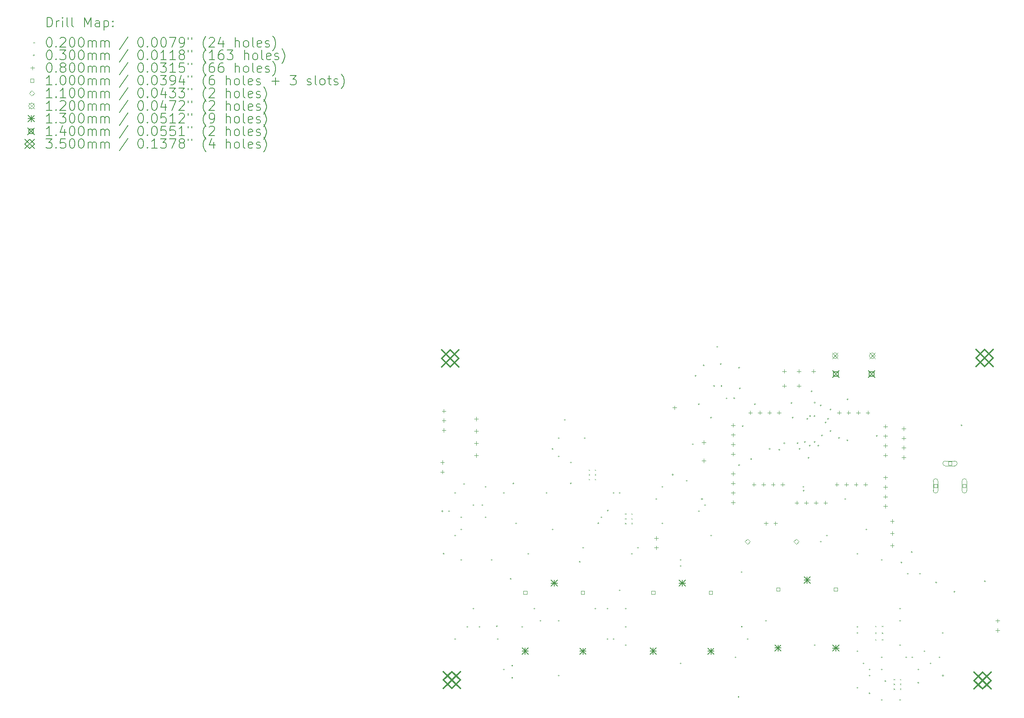
<source format=gbr>
%TF.GenerationSoftware,KiCad,Pcbnew,8.0.4*%
%TF.CreationDate,2024-09-29T16:25:58+07:00*%
%TF.ProjectId,Schematic_editted,53636865-6d61-4746-9963-5f6564697474,rev?*%
%TF.SameCoordinates,Original*%
%TF.FileFunction,Drillmap*%
%TF.FilePolarity,Positive*%
%FSLAX45Y45*%
G04 Gerber Fmt 4.5, Leading zero omitted, Abs format (unit mm)*
G04 Created by KiCad (PCBNEW 8.0.4) date 2024-09-29 16:25:58*
%MOMM*%
%LPD*%
G01*
G04 APERTURE LIST*
%ADD10C,0.200000*%
%ADD11C,0.100000*%
%ADD12C,0.110000*%
%ADD13C,0.120000*%
%ADD14C,0.130000*%
%ADD15C,0.140000*%
%ADD16C,0.350000*%
G04 APERTURE END LIST*
D10*
D11*
X11547000Y-9542000D02*
X11567000Y-9562000D01*
X11567000Y-9542000D02*
X11547000Y-9562000D01*
X11547000Y-9642000D02*
X11567000Y-9662000D01*
X11567000Y-9642000D02*
X11547000Y-9662000D01*
X11547000Y-9742000D02*
X11567000Y-9762000D01*
X11567000Y-9742000D02*
X11547000Y-9762000D01*
X11677000Y-9542000D02*
X11697000Y-9562000D01*
X11697000Y-9542000D02*
X11677000Y-9562000D01*
X11677000Y-9642000D02*
X11697000Y-9662000D01*
X11697000Y-9642000D02*
X11677000Y-9662000D01*
X11677000Y-9742000D02*
X11697000Y-9762000D01*
X11697000Y-9742000D02*
X11677000Y-9762000D01*
X12306000Y-10458000D02*
X12326000Y-10478000D01*
X12326000Y-10458000D02*
X12306000Y-10478000D01*
X12306000Y-10558000D02*
X12326000Y-10578000D01*
X12326000Y-10558000D02*
X12306000Y-10578000D01*
X12306000Y-10658000D02*
X12326000Y-10678000D01*
X12326000Y-10658000D02*
X12306000Y-10678000D01*
X12436000Y-10458000D02*
X12456000Y-10478000D01*
X12456000Y-10458000D02*
X12436000Y-10478000D01*
X12436000Y-10558000D02*
X12456000Y-10578000D01*
X12456000Y-10558000D02*
X12436000Y-10578000D01*
X12436000Y-10658000D02*
X12456000Y-10678000D01*
X12456000Y-10658000D02*
X12436000Y-10678000D01*
X17516000Y-12804000D02*
X17536000Y-12824000D01*
X17536000Y-12804000D02*
X17516000Y-12824000D01*
X17516000Y-12944000D02*
X17536000Y-12964000D01*
X17536000Y-12944000D02*
X17516000Y-12964000D01*
X17516000Y-13084000D02*
X17536000Y-13104000D01*
X17536000Y-13084000D02*
X17516000Y-13104000D01*
X17656000Y-12804000D02*
X17676000Y-12824000D01*
X17676000Y-12804000D02*
X17656000Y-12824000D01*
X17656000Y-12944000D02*
X17676000Y-12964000D01*
X17676000Y-12944000D02*
X17656000Y-12964000D01*
X17656000Y-13084000D02*
X17676000Y-13104000D01*
X17676000Y-13084000D02*
X17656000Y-13104000D01*
X17902000Y-13912000D02*
X17922000Y-13932000D01*
X17922000Y-13912000D02*
X17902000Y-13932000D01*
X17902000Y-14012000D02*
X17922000Y-14032000D01*
X17922000Y-14012000D02*
X17902000Y-14032000D01*
X17902000Y-14112000D02*
X17922000Y-14132000D01*
X17922000Y-14112000D02*
X17902000Y-14132000D01*
X18032000Y-13912000D02*
X18052000Y-13932000D01*
X18052000Y-13912000D02*
X18032000Y-13932000D01*
X18032000Y-14012000D02*
X18052000Y-14032000D01*
X18052000Y-14012000D02*
X18032000Y-14032000D01*
X18032000Y-14112000D02*
X18052000Y-14132000D01*
X18052000Y-14112000D02*
X18032000Y-14132000D01*
X8515060Y-10414000D02*
G75*
G02*
X8485060Y-10414000I-15000J0D01*
G01*
X8485060Y-10414000D02*
G75*
G02*
X8515060Y-10414000I15000J0D01*
G01*
X8540363Y-11300460D02*
G75*
G02*
X8510363Y-11300460I-15000J0D01*
G01*
X8510363Y-11300460D02*
G75*
G02*
X8540363Y-11300460I15000J0D01*
G01*
X8651000Y-10414000D02*
G75*
G02*
X8621000Y-10414000I-15000J0D01*
G01*
X8621000Y-10414000D02*
G75*
G02*
X8651000Y-10414000I15000J0D01*
G01*
X8778000Y-10033000D02*
G75*
G02*
X8748000Y-10033000I-15000J0D01*
G01*
X8748000Y-10033000D02*
G75*
G02*
X8778000Y-10033000I15000J0D01*
G01*
X8778000Y-10922000D02*
G75*
G02*
X8748000Y-10922000I-15000J0D01*
G01*
X8748000Y-10922000D02*
G75*
G02*
X8778000Y-10922000I15000J0D01*
G01*
X8778000Y-13081000D02*
G75*
G02*
X8748000Y-13081000I-15000J0D01*
G01*
X8748000Y-13081000D02*
G75*
G02*
X8778000Y-13081000I15000J0D01*
G01*
X8905000Y-10541000D02*
G75*
G02*
X8875000Y-10541000I-15000J0D01*
G01*
X8875000Y-10541000D02*
G75*
G02*
X8905000Y-10541000I15000J0D01*
G01*
X8905000Y-10795000D02*
G75*
G02*
X8875000Y-10795000I-15000J0D01*
G01*
X8875000Y-10795000D02*
G75*
G02*
X8905000Y-10795000I15000J0D01*
G01*
X8905000Y-11430000D02*
G75*
G02*
X8875000Y-11430000I-15000J0D01*
G01*
X8875000Y-11430000D02*
G75*
G02*
X8905000Y-11430000I15000J0D01*
G01*
X8966035Y-9844965D02*
G75*
G02*
X8936035Y-9844965I-15000J0D01*
G01*
X8936035Y-9844965D02*
G75*
G02*
X8966035Y-9844965I15000J0D01*
G01*
X9032000Y-12827000D02*
G75*
G02*
X9002000Y-12827000I-15000J0D01*
G01*
X9002000Y-12827000D02*
G75*
G02*
X9032000Y-12827000I15000J0D01*
G01*
X9159000Y-10287000D02*
G75*
G02*
X9129000Y-10287000I-15000J0D01*
G01*
X9129000Y-10287000D02*
G75*
G02*
X9159000Y-10287000I15000J0D01*
G01*
X9159000Y-12446000D02*
G75*
G02*
X9129000Y-12446000I-15000J0D01*
G01*
X9129000Y-12446000D02*
G75*
G02*
X9159000Y-12446000I15000J0D01*
G01*
X9286000Y-12827000D02*
G75*
G02*
X9256000Y-12827000I-15000J0D01*
G01*
X9256000Y-12827000D02*
G75*
G02*
X9286000Y-12827000I15000J0D01*
G01*
X9346000Y-10287000D02*
G75*
G02*
X9316000Y-10287000I-15000J0D01*
G01*
X9316000Y-10287000D02*
G75*
G02*
X9346000Y-10287000I15000J0D01*
G01*
X9413000Y-9906000D02*
G75*
G02*
X9383000Y-9906000I-15000J0D01*
G01*
X9383000Y-9906000D02*
G75*
G02*
X9413000Y-9906000I15000J0D01*
G01*
X9413000Y-10541000D02*
G75*
G02*
X9383000Y-10541000I-15000J0D01*
G01*
X9383000Y-10541000D02*
G75*
G02*
X9413000Y-10541000I15000J0D01*
G01*
X9540000Y-11430000D02*
G75*
G02*
X9510000Y-11430000I-15000J0D01*
G01*
X9510000Y-11430000D02*
G75*
G02*
X9540000Y-11430000I15000J0D01*
G01*
X9648039Y-12812858D02*
G75*
G02*
X9618039Y-12812858I-15000J0D01*
G01*
X9618039Y-12812858D02*
G75*
G02*
X9648039Y-12812858I15000J0D01*
G01*
X9667000Y-13081000D02*
G75*
G02*
X9637000Y-13081000I-15000J0D01*
G01*
X9637000Y-13081000D02*
G75*
G02*
X9667000Y-13081000I15000J0D01*
G01*
X9794000Y-10033000D02*
G75*
G02*
X9764000Y-10033000I-15000J0D01*
G01*
X9764000Y-10033000D02*
G75*
G02*
X9794000Y-10033000I15000J0D01*
G01*
X9794000Y-13716000D02*
G75*
G02*
X9764000Y-13716000I-15000J0D01*
G01*
X9764000Y-13716000D02*
G75*
G02*
X9794000Y-13716000I15000J0D01*
G01*
X9935677Y-11825676D02*
G75*
G02*
X9905677Y-11825676I-15000J0D01*
G01*
X9905677Y-11825676D02*
G75*
G02*
X9935677Y-11825676I15000J0D01*
G01*
X9969000Y-13637000D02*
G75*
G02*
X9939000Y-13637000I-15000J0D01*
G01*
X9939000Y-13637000D02*
G75*
G02*
X9969000Y-13637000I15000J0D01*
G01*
X9969000Y-13891000D02*
G75*
G02*
X9939000Y-13891000I-15000J0D01*
G01*
X9939000Y-13891000D02*
G75*
G02*
X9969000Y-13891000I15000J0D01*
G01*
X9992350Y-9835900D02*
G75*
G02*
X9962350Y-9835900I-15000J0D01*
G01*
X9962350Y-9835900D02*
G75*
G02*
X9992350Y-9835900I15000J0D01*
G01*
X10048000Y-10668000D02*
G75*
G02*
X10018000Y-10668000I-15000J0D01*
G01*
X10018000Y-10668000D02*
G75*
G02*
X10048000Y-10668000I15000J0D01*
G01*
X10175000Y-12827000D02*
G75*
G02*
X10145000Y-12827000I-15000J0D01*
G01*
X10145000Y-12827000D02*
G75*
G02*
X10175000Y-12827000I15000J0D01*
G01*
X10302000Y-11303000D02*
G75*
G02*
X10272000Y-11303000I-15000J0D01*
G01*
X10272000Y-11303000D02*
G75*
G02*
X10302000Y-11303000I15000J0D01*
G01*
X10429000Y-12446000D02*
G75*
G02*
X10399000Y-12446000I-15000J0D01*
G01*
X10399000Y-12446000D02*
G75*
G02*
X10429000Y-12446000I15000J0D01*
G01*
X10556000Y-12700000D02*
G75*
G02*
X10526000Y-12700000I-15000J0D01*
G01*
X10526000Y-12700000D02*
G75*
G02*
X10556000Y-12700000I15000J0D01*
G01*
X10683000Y-10033000D02*
G75*
G02*
X10653000Y-10033000I-15000J0D01*
G01*
X10653000Y-10033000D02*
G75*
G02*
X10683000Y-10033000I15000J0D01*
G01*
X10810000Y-9116000D02*
G75*
G02*
X10780000Y-9116000I-15000J0D01*
G01*
X10780000Y-9116000D02*
G75*
G02*
X10810000Y-9116000I15000J0D01*
G01*
X10810000Y-10795000D02*
G75*
G02*
X10780000Y-10795000I-15000J0D01*
G01*
X10780000Y-10795000D02*
G75*
G02*
X10810000Y-10795000I15000J0D01*
G01*
X10937000Y-8890000D02*
G75*
G02*
X10907000Y-8890000I-15000J0D01*
G01*
X10907000Y-8890000D02*
G75*
G02*
X10937000Y-8890000I15000J0D01*
G01*
X10937000Y-9271000D02*
G75*
G02*
X10907000Y-9271000I-15000J0D01*
G01*
X10907000Y-9271000D02*
G75*
G02*
X10937000Y-9271000I15000J0D01*
G01*
X10937000Y-12700000D02*
G75*
G02*
X10907000Y-12700000I-15000J0D01*
G01*
X10907000Y-12700000D02*
G75*
G02*
X10937000Y-12700000I15000J0D01*
G01*
X10937000Y-13843000D02*
G75*
G02*
X10907000Y-13843000I-15000J0D01*
G01*
X10907000Y-13843000D02*
G75*
G02*
X10937000Y-13843000I15000J0D01*
G01*
X11064000Y-8509000D02*
G75*
G02*
X11034000Y-8509000I-15000J0D01*
G01*
X11034000Y-8509000D02*
G75*
G02*
X11064000Y-8509000I15000J0D01*
G01*
X11191000Y-9398000D02*
G75*
G02*
X11161000Y-9398000I-15000J0D01*
G01*
X11161000Y-9398000D02*
G75*
G02*
X11191000Y-9398000I15000J0D01*
G01*
X11191000Y-9832220D02*
G75*
G02*
X11161000Y-9832220I-15000J0D01*
G01*
X11161000Y-9832220D02*
G75*
G02*
X11191000Y-9832220I15000J0D01*
G01*
X11378000Y-11470000D02*
G75*
G02*
X11348000Y-11470000I-15000J0D01*
G01*
X11348000Y-11470000D02*
G75*
G02*
X11378000Y-11470000I15000J0D01*
G01*
X11445000Y-11176000D02*
G75*
G02*
X11415000Y-11176000I-15000J0D01*
G01*
X11415000Y-11176000D02*
G75*
G02*
X11445000Y-11176000I15000J0D01*
G01*
X11480750Y-8890000D02*
G75*
G02*
X11450750Y-8890000I-15000J0D01*
G01*
X11450750Y-8890000D02*
G75*
G02*
X11480750Y-8890000I15000J0D01*
G01*
X11699000Y-12446000D02*
G75*
G02*
X11669000Y-12446000I-15000J0D01*
G01*
X11669000Y-12446000D02*
G75*
G02*
X11699000Y-12446000I15000J0D01*
G01*
X11762000Y-10665076D02*
G75*
G02*
X11732000Y-10665076I-15000J0D01*
G01*
X11732000Y-10665076D02*
G75*
G02*
X11762000Y-10665076I15000J0D01*
G01*
X11826000Y-10541000D02*
G75*
G02*
X11796000Y-10541000I-15000J0D01*
G01*
X11796000Y-10541000D02*
G75*
G02*
X11826000Y-10541000I15000J0D01*
G01*
X11953000Y-12446000D02*
G75*
G02*
X11923000Y-12446000I-15000J0D01*
G01*
X11923000Y-12446000D02*
G75*
G02*
X11953000Y-12446000I15000J0D01*
G01*
X11953000Y-13081000D02*
G75*
G02*
X11923000Y-13081000I-15000J0D01*
G01*
X11923000Y-13081000D02*
G75*
G02*
X11953000Y-13081000I15000J0D01*
G01*
X11961000Y-10398397D02*
G75*
G02*
X11931000Y-10398397I-15000J0D01*
G01*
X11931000Y-10398397D02*
G75*
G02*
X11961000Y-10398397I15000J0D01*
G01*
X12080000Y-10033000D02*
G75*
G02*
X12050000Y-10033000I-15000J0D01*
G01*
X12050000Y-10033000D02*
G75*
G02*
X12080000Y-10033000I15000J0D01*
G01*
X12080000Y-13081000D02*
G75*
G02*
X12050000Y-13081000I-15000J0D01*
G01*
X12050000Y-13081000D02*
G75*
G02*
X12080000Y-13081000I15000J0D01*
G01*
X12207000Y-10033000D02*
G75*
G02*
X12177000Y-10033000I-15000J0D01*
G01*
X12177000Y-10033000D02*
G75*
G02*
X12207000Y-10033000I15000J0D01*
G01*
X12207000Y-12065000D02*
G75*
G02*
X12177000Y-12065000I-15000J0D01*
G01*
X12177000Y-12065000D02*
G75*
G02*
X12207000Y-12065000I15000J0D01*
G01*
X12334000Y-12446000D02*
G75*
G02*
X12304000Y-12446000I-15000J0D01*
G01*
X12304000Y-12446000D02*
G75*
G02*
X12334000Y-12446000I15000J0D01*
G01*
X12334000Y-12827000D02*
G75*
G02*
X12304000Y-12827000I-15000J0D01*
G01*
X12304000Y-12827000D02*
G75*
G02*
X12334000Y-12827000I15000J0D01*
G01*
X12334000Y-13208000D02*
G75*
G02*
X12304000Y-13208000I-15000J0D01*
G01*
X12304000Y-13208000D02*
G75*
G02*
X12334000Y-13208000I15000J0D01*
G01*
X12461000Y-11303000D02*
G75*
G02*
X12431000Y-11303000I-15000J0D01*
G01*
X12431000Y-11303000D02*
G75*
G02*
X12461000Y-11303000I15000J0D01*
G01*
X12588000Y-11176000D02*
G75*
G02*
X12558000Y-11176000I-15000J0D01*
G01*
X12558000Y-11176000D02*
G75*
G02*
X12588000Y-11176000I15000J0D01*
G01*
X12969000Y-10160000D02*
G75*
G02*
X12939000Y-10160000I-15000J0D01*
G01*
X12939000Y-10160000D02*
G75*
G02*
X12969000Y-10160000I15000J0D01*
G01*
X13096000Y-9906000D02*
G75*
G02*
X13066000Y-9906000I-15000J0D01*
G01*
X13066000Y-9906000D02*
G75*
G02*
X13096000Y-9906000I15000J0D01*
G01*
X13096000Y-10668000D02*
G75*
G02*
X13066000Y-10668000I-15000J0D01*
G01*
X13066000Y-10668000D02*
G75*
G02*
X13096000Y-10668000I15000J0D01*
G01*
X13312000Y-9652000D02*
G75*
G02*
X13282000Y-9652000I-15000J0D01*
G01*
X13282000Y-9652000D02*
G75*
G02*
X13312000Y-9652000I15000J0D01*
G01*
X13477000Y-11430000D02*
G75*
G02*
X13447000Y-11430000I-15000J0D01*
G01*
X13447000Y-11430000D02*
G75*
G02*
X13477000Y-11430000I15000J0D01*
G01*
X13477000Y-11557000D02*
G75*
G02*
X13447000Y-11557000I-15000J0D01*
G01*
X13447000Y-11557000D02*
G75*
G02*
X13477000Y-11557000I15000J0D01*
G01*
X13477000Y-13589000D02*
G75*
G02*
X13447000Y-13589000I-15000J0D01*
G01*
X13447000Y-13589000D02*
G75*
G02*
X13477000Y-13589000I15000J0D01*
G01*
X13604000Y-9779000D02*
G75*
G02*
X13574000Y-9779000I-15000J0D01*
G01*
X13574000Y-9779000D02*
G75*
G02*
X13604000Y-9779000I15000J0D01*
G01*
X13731000Y-9017000D02*
G75*
G02*
X13701000Y-9017000I-15000J0D01*
G01*
X13701000Y-9017000D02*
G75*
G02*
X13731000Y-9017000I15000J0D01*
G01*
X13789050Y-7587550D02*
G75*
G02*
X13759050Y-7587550I-15000J0D01*
G01*
X13759050Y-7587550D02*
G75*
G02*
X13789050Y-7587550I15000J0D01*
G01*
X13857800Y-8179200D02*
G75*
G02*
X13827800Y-8179200I-15000J0D01*
G01*
X13827800Y-8179200D02*
G75*
G02*
X13857800Y-8179200I15000J0D01*
G01*
X13858000Y-10414000D02*
G75*
G02*
X13828000Y-10414000I-15000J0D01*
G01*
X13828000Y-10414000D02*
G75*
G02*
X13858000Y-10414000I15000J0D01*
G01*
X13925000Y-10160000D02*
G75*
G02*
X13895000Y-10160000I-15000J0D01*
G01*
X13895000Y-10160000D02*
G75*
G02*
X13925000Y-10160000I15000J0D01*
G01*
X13958100Y-7372225D02*
G75*
G02*
X13928100Y-7372225I-15000J0D01*
G01*
X13928100Y-7372225D02*
G75*
G02*
X13958100Y-7372225I15000J0D01*
G01*
X13985000Y-10287000D02*
G75*
G02*
X13955000Y-10287000I-15000J0D01*
G01*
X13955000Y-10287000D02*
G75*
G02*
X13985000Y-10287000I15000J0D01*
G01*
X14111800Y-8458600D02*
G75*
G02*
X14081800Y-8458600I-15000J0D01*
G01*
X14081800Y-8458600D02*
G75*
G02*
X14111800Y-8458600I15000J0D01*
G01*
X14112000Y-10922000D02*
G75*
G02*
X14082000Y-10922000I-15000J0D01*
G01*
X14082000Y-10922000D02*
G75*
G02*
X14112000Y-10922000I15000J0D01*
G01*
X14174000Y-7800740D02*
G75*
G02*
X14144000Y-7800740I-15000J0D01*
G01*
X14144000Y-7800740D02*
G75*
G02*
X14174000Y-7800740I15000J0D01*
G01*
X14239000Y-6985000D02*
G75*
G02*
X14209000Y-6985000I-15000J0D01*
G01*
X14209000Y-6985000D02*
G75*
G02*
X14239000Y-6985000I15000J0D01*
G01*
X14315000Y-7341000D02*
G75*
G02*
X14285000Y-7341000I-15000J0D01*
G01*
X14285000Y-7341000D02*
G75*
G02*
X14315000Y-7341000I15000J0D01*
G01*
X14329000Y-7800740D02*
G75*
G02*
X14299000Y-7800740I-15000J0D01*
G01*
X14299000Y-7800740D02*
G75*
G02*
X14329000Y-7800740I15000J0D01*
G01*
X14436720Y-8059820D02*
G75*
G02*
X14406720Y-8059820I-15000J0D01*
G01*
X14406720Y-8059820D02*
G75*
G02*
X14436720Y-8059820I15000J0D01*
G01*
X14594220Y-8059820D02*
G75*
G02*
X14564220Y-8059820I-15000J0D01*
G01*
X14564220Y-8059820D02*
G75*
G02*
X14594220Y-8059820I15000J0D01*
G01*
X14620000Y-13462000D02*
G75*
G02*
X14590000Y-13462000I-15000J0D01*
G01*
X14590000Y-13462000D02*
G75*
G02*
X14620000Y-13462000I15000J0D01*
G01*
X14683500Y-14287500D02*
G75*
G02*
X14653500Y-14287500I-15000J0D01*
G01*
X14653500Y-14287500D02*
G75*
G02*
X14683500Y-14287500I15000J0D01*
G01*
X14696000Y-7417200D02*
G75*
G02*
X14666000Y-7417200I-15000J0D01*
G01*
X14666000Y-7417200D02*
G75*
G02*
X14696000Y-7417200I15000J0D01*
G01*
X14696000Y-9449200D02*
G75*
G02*
X14666000Y-9449200I-15000J0D01*
G01*
X14666000Y-9449200D02*
G75*
G02*
X14696000Y-9449200I15000J0D01*
G01*
X14711200Y-7850400D02*
G75*
G02*
X14681200Y-7850400I-15000J0D01*
G01*
X14681200Y-7850400D02*
G75*
G02*
X14711200Y-7850400I15000J0D01*
G01*
X14747000Y-11684000D02*
G75*
G02*
X14717000Y-11684000I-15000J0D01*
G01*
X14717000Y-11684000D02*
G75*
G02*
X14747000Y-11684000I15000J0D01*
G01*
X14752720Y-12821280D02*
G75*
G02*
X14722720Y-12821280I-15000J0D01*
G01*
X14722720Y-12821280D02*
G75*
G02*
X14752720Y-12821280I15000J0D01*
G01*
X14772200Y-8636400D02*
G75*
G02*
X14742200Y-8636400I-15000J0D01*
G01*
X14742200Y-8636400D02*
G75*
G02*
X14772200Y-8636400I15000J0D01*
G01*
X14874000Y-13081000D02*
G75*
G02*
X14844000Y-13081000I-15000J0D01*
G01*
X14844000Y-13081000D02*
G75*
G02*
X14874000Y-13081000I15000J0D01*
G01*
X14947900Y-9326500D02*
G75*
G02*
X14917900Y-9326500I-15000J0D01*
G01*
X14917900Y-9326500D02*
G75*
G02*
X14947900Y-9326500I15000J0D01*
G01*
X15026200Y-8179200D02*
G75*
G02*
X14996200Y-8179200I-15000J0D01*
G01*
X14996200Y-8179200D02*
G75*
G02*
X15026200Y-8179200I15000J0D01*
G01*
X15255000Y-12700000D02*
G75*
G02*
X15225000Y-12700000I-15000J0D01*
G01*
X15225000Y-12700000D02*
G75*
G02*
X15255000Y-12700000I15000J0D01*
G01*
X15331000Y-9114000D02*
G75*
G02*
X15301000Y-9114000I-15000J0D01*
G01*
X15301000Y-9114000D02*
G75*
G02*
X15331000Y-9114000I15000J0D01*
G01*
X15534200Y-9134000D02*
G75*
G02*
X15504200Y-9134000I-15000J0D01*
G01*
X15504200Y-9134000D02*
G75*
G02*
X15534200Y-9134000I15000J0D01*
G01*
X15637800Y-8994000D02*
G75*
G02*
X15607800Y-8994000I-15000J0D01*
G01*
X15607800Y-8994000D02*
G75*
G02*
X15637800Y-8994000I15000J0D01*
G01*
X15788200Y-8153800D02*
G75*
G02*
X15758200Y-8153800I-15000J0D01*
G01*
X15758200Y-8153800D02*
G75*
G02*
X15788200Y-8153800I15000J0D01*
G01*
X15813600Y-8458600D02*
G75*
G02*
X15783600Y-8458600I-15000J0D01*
G01*
X15783600Y-8458600D02*
G75*
G02*
X15813600Y-8458600I15000J0D01*
G01*
X15915200Y-8992000D02*
G75*
G02*
X15885200Y-8992000I-15000J0D01*
G01*
X15885200Y-8992000D02*
G75*
G02*
X15915200Y-8992000I15000J0D01*
G01*
X15958789Y-9111789D02*
G75*
G02*
X15928789Y-9111789I-15000J0D01*
G01*
X15928789Y-9111789D02*
G75*
G02*
X15958789Y-9111789I15000J0D01*
G01*
X16035847Y-9904800D02*
G75*
G02*
X16005847Y-9904800I-15000J0D01*
G01*
X16005847Y-9904800D02*
G75*
G02*
X16035847Y-9904800I15000J0D01*
G01*
X16042358Y-9984535D02*
G75*
G02*
X16012358Y-9984535I-15000J0D01*
G01*
X16012358Y-9984535D02*
G75*
G02*
X16042358Y-9984535I15000J0D01*
G01*
X16067600Y-8966600D02*
G75*
G02*
X16037600Y-8966600I-15000J0D01*
G01*
X16037600Y-8966600D02*
G75*
G02*
X16067600Y-8966600I15000J0D01*
G01*
X16118400Y-8484000D02*
G75*
G02*
X16088400Y-8484000I-15000J0D01*
G01*
X16088400Y-8484000D02*
G75*
G02*
X16118400Y-8484000I15000J0D01*
G01*
X16143800Y-9296800D02*
G75*
G02*
X16113800Y-9296800I-15000J0D01*
G01*
X16113800Y-9296800D02*
G75*
G02*
X16143800Y-9296800I15000J0D01*
G01*
X16169200Y-9042800D02*
G75*
G02*
X16139200Y-9042800I-15000J0D01*
G01*
X16139200Y-9042800D02*
G75*
G02*
X16169200Y-9042800I15000J0D01*
G01*
X16174969Y-8427431D02*
G75*
G02*
X16144969Y-8427431I-15000J0D01*
G01*
X16144969Y-8427431D02*
G75*
G02*
X16174969Y-8427431I15000J0D01*
G01*
X16207300Y-7912500D02*
G75*
G02*
X16177300Y-7912500I-15000J0D01*
G01*
X16177300Y-7912500D02*
G75*
G02*
X16207300Y-7912500I15000J0D01*
G01*
X16266473Y-8428874D02*
G75*
G02*
X16236473Y-8428874I-15000J0D01*
G01*
X16236473Y-8428874D02*
G75*
G02*
X16266473Y-8428874I15000J0D01*
G01*
X16270800Y-8149100D02*
G75*
G02*
X16240800Y-8149100I-15000J0D01*
G01*
X16240800Y-8149100D02*
G75*
G02*
X16270800Y-8149100I15000J0D01*
G01*
X16270800Y-8966600D02*
G75*
G02*
X16240800Y-8966600I-15000J0D01*
G01*
X16240800Y-8966600D02*
G75*
G02*
X16270800Y-8966600I15000J0D01*
G01*
X16271000Y-13208000D02*
G75*
G02*
X16241000Y-13208000I-15000J0D01*
G01*
X16241000Y-13208000D02*
G75*
G02*
X16271000Y-13208000I15000J0D01*
G01*
X16347000Y-9042800D02*
G75*
G02*
X16317000Y-9042800I-15000J0D01*
G01*
X16317000Y-9042800D02*
G75*
G02*
X16347000Y-9042800I15000J0D01*
G01*
X16397800Y-8204600D02*
G75*
G02*
X16367800Y-8204600I-15000J0D01*
G01*
X16367800Y-8204600D02*
G75*
G02*
X16397800Y-8204600I15000J0D01*
G01*
X16398000Y-11049000D02*
G75*
G02*
X16368000Y-11049000I-15000J0D01*
G01*
X16368000Y-11049000D02*
G75*
G02*
X16398000Y-11049000I15000J0D01*
G01*
X16423200Y-8834000D02*
G75*
G02*
X16393200Y-8834000I-15000J0D01*
G01*
X16393200Y-8834000D02*
G75*
G02*
X16423200Y-8834000I15000J0D01*
G01*
X16499400Y-8560200D02*
G75*
G02*
X16469400Y-8560200I-15000J0D01*
G01*
X16469400Y-8560200D02*
G75*
G02*
X16499400Y-8560200I15000J0D01*
G01*
X16525000Y-10922000D02*
G75*
G02*
X16495000Y-10922000I-15000J0D01*
G01*
X16495000Y-10922000D02*
G75*
G02*
X16525000Y-10922000I15000J0D01*
G01*
X16550200Y-8484000D02*
G75*
G02*
X16520200Y-8484000I-15000J0D01*
G01*
X16520200Y-8484000D02*
G75*
G02*
X16550200Y-8484000I15000J0D01*
G01*
X16601000Y-8290450D02*
G75*
G02*
X16571000Y-8290450I-15000J0D01*
G01*
X16571000Y-8290450D02*
G75*
G02*
X16601000Y-8290450I15000J0D01*
G01*
X16601000Y-8738000D02*
G75*
G02*
X16571000Y-8738000I-15000J0D01*
G01*
X16571000Y-8738000D02*
G75*
G02*
X16601000Y-8738000I15000J0D01*
G01*
X16778800Y-8884000D02*
G75*
G02*
X16748800Y-8884000I-15000J0D01*
G01*
X16748800Y-8884000D02*
G75*
G02*
X16778800Y-8884000I15000J0D01*
G01*
X16906000Y-10160000D02*
G75*
G02*
X16876000Y-10160000I-15000J0D01*
G01*
X16876000Y-10160000D02*
G75*
G02*
X16906000Y-10160000I15000J0D01*
G01*
X16952274Y-8934000D02*
G75*
G02*
X16922274Y-8934000I-15000J0D01*
G01*
X16922274Y-8934000D02*
G75*
G02*
X16952274Y-8934000I15000J0D01*
G01*
X16956600Y-8077600D02*
G75*
G02*
X16926600Y-8077600I-15000J0D01*
G01*
X16926600Y-8077600D02*
G75*
G02*
X16956600Y-8077600I15000J0D01*
G01*
X17160000Y-11303000D02*
G75*
G02*
X17130000Y-11303000I-15000J0D01*
G01*
X17130000Y-11303000D02*
G75*
G02*
X17160000Y-11303000I15000J0D01*
G01*
X17160000Y-12827000D02*
G75*
G02*
X17130000Y-12827000I-15000J0D01*
G01*
X17130000Y-12827000D02*
G75*
G02*
X17160000Y-12827000I15000J0D01*
G01*
X17160000Y-13335000D02*
G75*
G02*
X17130000Y-13335000I-15000J0D01*
G01*
X17130000Y-13335000D02*
G75*
G02*
X17160000Y-13335000I15000J0D01*
G01*
X17160000Y-14097000D02*
G75*
G02*
X17130000Y-14097000I-15000J0D01*
G01*
X17130000Y-14097000D02*
G75*
G02*
X17160000Y-14097000I15000J0D01*
G01*
X17160177Y-12953823D02*
G75*
G02*
X17130177Y-12953823I-15000J0D01*
G01*
X17130177Y-12953823D02*
G75*
G02*
X17160177Y-12953823I15000J0D01*
G01*
X17287000Y-13589000D02*
G75*
G02*
X17257000Y-13589000I-15000J0D01*
G01*
X17257000Y-13589000D02*
G75*
G02*
X17287000Y-13589000I15000J0D01*
G01*
X17348000Y-10795000D02*
G75*
G02*
X17318000Y-10795000I-15000J0D01*
G01*
X17318000Y-10795000D02*
G75*
G02*
X17348000Y-10795000I15000J0D01*
G01*
X17414000Y-13716000D02*
G75*
G02*
X17384000Y-13716000I-15000J0D01*
G01*
X17384000Y-13716000D02*
G75*
G02*
X17414000Y-13716000I15000J0D01*
G01*
X17414000Y-13843000D02*
G75*
G02*
X17384000Y-13843000I-15000J0D01*
G01*
X17384000Y-13843000D02*
G75*
G02*
X17414000Y-13843000I15000J0D01*
G01*
X17414000Y-14213500D02*
G75*
G02*
X17384000Y-14213500I-15000J0D01*
G01*
X17384000Y-14213500D02*
G75*
G02*
X17414000Y-14213500I15000J0D01*
G01*
X17566200Y-8839600D02*
G75*
G02*
X17536200Y-8839600I-15000J0D01*
G01*
X17536200Y-8839600D02*
G75*
G02*
X17566200Y-8839600I15000J0D01*
G01*
X17668000Y-11430000D02*
G75*
G02*
X17638000Y-11430000I-15000J0D01*
G01*
X17638000Y-11430000D02*
G75*
G02*
X17668000Y-11430000I15000J0D01*
G01*
X17668000Y-13462000D02*
G75*
G02*
X17638000Y-13462000I-15000J0D01*
G01*
X17638000Y-13462000D02*
G75*
G02*
X17668000Y-13462000I15000J0D01*
G01*
X17668000Y-13716000D02*
G75*
G02*
X17638000Y-13716000I-15000J0D01*
G01*
X17638000Y-13716000D02*
G75*
G02*
X17668000Y-13716000I15000J0D01*
G01*
X17668000Y-14351000D02*
G75*
G02*
X17638000Y-14351000I-15000J0D01*
G01*
X17638000Y-14351000D02*
G75*
G02*
X17668000Y-14351000I15000J0D01*
G01*
X17744500Y-13958500D02*
G75*
G02*
X17714500Y-13958500I-15000J0D01*
G01*
X17714500Y-13958500D02*
G75*
G02*
X17744500Y-13958500I15000J0D01*
G01*
X18049000Y-12446000D02*
G75*
G02*
X18019000Y-12446000I-15000J0D01*
G01*
X18019000Y-12446000D02*
G75*
G02*
X18049000Y-12446000I15000J0D01*
G01*
X18049000Y-12700000D02*
G75*
G02*
X18019000Y-12700000I-15000J0D01*
G01*
X18019000Y-12700000D02*
G75*
G02*
X18049000Y-12700000I15000J0D01*
G01*
X18049000Y-13208000D02*
G75*
G02*
X18019000Y-13208000I-15000J0D01*
G01*
X18019000Y-13208000D02*
G75*
G02*
X18049000Y-13208000I15000J0D01*
G01*
X18049000Y-14351000D02*
G75*
G02*
X18019000Y-14351000I-15000J0D01*
G01*
X18019000Y-14351000D02*
G75*
G02*
X18049000Y-14351000I15000J0D01*
G01*
X18078506Y-11483976D02*
G75*
G02*
X18048506Y-11483976I-15000J0D01*
G01*
X18048506Y-11483976D02*
G75*
G02*
X18078506Y-11483976I15000J0D01*
G01*
X18176000Y-13462000D02*
G75*
G02*
X18146000Y-13462000I-15000J0D01*
G01*
X18146000Y-13462000D02*
G75*
G02*
X18176000Y-13462000I15000J0D01*
G01*
X18210924Y-11718924D02*
G75*
G02*
X18180924Y-11718924I-15000J0D01*
G01*
X18180924Y-11718924D02*
G75*
G02*
X18210924Y-11718924I15000J0D01*
G01*
X18293706Y-11268076D02*
G75*
G02*
X18263706Y-11268076I-15000J0D01*
G01*
X18263706Y-11268076D02*
G75*
G02*
X18293706Y-11268076I15000J0D01*
G01*
X18303000Y-13462000D02*
G75*
G02*
X18273000Y-13462000I-15000J0D01*
G01*
X18273000Y-13462000D02*
G75*
G02*
X18303000Y-13462000I15000J0D01*
G01*
X18430000Y-13716000D02*
G75*
G02*
X18400000Y-13716000I-15000J0D01*
G01*
X18400000Y-13716000D02*
G75*
G02*
X18430000Y-13716000I15000J0D01*
G01*
X18430000Y-13994250D02*
G75*
G02*
X18400000Y-13994250I-15000J0D01*
G01*
X18400000Y-13994250D02*
G75*
G02*
X18430000Y-13994250I15000J0D01*
G01*
X18464924Y-11718924D02*
G75*
G02*
X18434924Y-11718924I-15000J0D01*
G01*
X18434924Y-11718924D02*
G75*
G02*
X18464924Y-11718924I15000J0D01*
G01*
X18557000Y-13335000D02*
G75*
G02*
X18527000Y-13335000I-15000J0D01*
G01*
X18527000Y-13335000D02*
G75*
G02*
X18557000Y-13335000I15000J0D01*
G01*
X18684000Y-13589000D02*
G75*
G02*
X18654000Y-13589000I-15000J0D01*
G01*
X18654000Y-13589000D02*
G75*
G02*
X18684000Y-13589000I15000J0D01*
G01*
X18801706Y-11903076D02*
G75*
G02*
X18771706Y-11903076I-15000J0D01*
G01*
X18771706Y-11903076D02*
G75*
G02*
X18801706Y-11903076I15000J0D01*
G01*
X18871000Y-13462000D02*
G75*
G02*
X18841000Y-13462000I-15000J0D01*
G01*
X18841000Y-13462000D02*
G75*
G02*
X18871000Y-13462000I15000J0D01*
G01*
X18938000Y-12954000D02*
G75*
G02*
X18908000Y-12954000I-15000J0D01*
G01*
X18908000Y-12954000D02*
G75*
G02*
X18938000Y-12954000I15000J0D01*
G01*
X18942180Y-13843000D02*
G75*
G02*
X18912180Y-13843000I-15000J0D01*
G01*
X18912180Y-13843000D02*
G75*
G02*
X18942180Y-13843000I15000J0D01*
G01*
X19182706Y-12093576D02*
G75*
G02*
X19152706Y-12093576I-15000J0D01*
G01*
X19152706Y-12093576D02*
G75*
G02*
X19182706Y-12093576I15000J0D01*
G01*
X19330654Y-8622024D02*
G75*
G02*
X19300654Y-8622024I-15000J0D01*
G01*
X19300654Y-8622024D02*
G75*
G02*
X19330654Y-8622024I15000J0D01*
G01*
X19817706Y-11877376D02*
G75*
G02*
X19787706Y-11877376I-15000J0D01*
G01*
X19787706Y-11877376D02*
G75*
G02*
X19817706Y-11877376I15000J0D01*
G01*
X8499070Y-9353000D02*
X8499070Y-9433000D01*
X8459070Y-9393000D02*
X8539070Y-9393000D01*
X8499070Y-9553000D02*
X8499070Y-9633000D01*
X8459070Y-9593000D02*
X8539070Y-9593000D01*
X8529550Y-8283380D02*
X8529550Y-8363380D01*
X8489550Y-8323380D02*
X8569550Y-8323380D01*
X8529550Y-8483380D02*
X8529550Y-8563380D01*
X8489550Y-8523380D02*
X8569550Y-8523380D01*
X8529550Y-8683380D02*
X8529550Y-8763380D01*
X8489550Y-8723380D02*
X8569550Y-8723380D01*
X9205190Y-8449700D02*
X9205190Y-8529700D01*
X9165190Y-8489700D02*
X9245190Y-8489700D01*
X9205190Y-8703700D02*
X9205190Y-8783700D01*
X9165190Y-8743700D02*
X9245190Y-8743700D01*
X9205190Y-8957700D02*
X9205190Y-9037700D01*
X9165190Y-8997700D02*
X9245190Y-8997700D01*
X9205190Y-9211700D02*
X9205190Y-9291700D01*
X9165190Y-9251700D02*
X9245190Y-9251700D01*
X12954000Y-10936000D02*
X12954000Y-11016000D01*
X12914000Y-10976000D02*
X12994000Y-10976000D01*
X12954000Y-11136000D02*
X12954000Y-11216000D01*
X12914000Y-11176000D02*
X12994000Y-11176000D01*
X13335000Y-8215000D02*
X13335000Y-8295000D01*
X13295000Y-8255000D02*
X13375000Y-8255000D01*
X13944400Y-8939800D02*
X13944400Y-9019800D01*
X13904400Y-8979800D02*
X13984400Y-8979800D01*
X13944400Y-9319800D02*
X13944400Y-9399800D01*
X13904400Y-9359800D02*
X13984400Y-9359800D01*
X14554000Y-8580600D02*
X14554000Y-8660600D01*
X14514000Y-8620600D02*
X14594000Y-8620600D01*
X14554000Y-8780600D02*
X14554000Y-8860600D01*
X14514000Y-8820600D02*
X14594000Y-8820600D01*
X14554000Y-8980600D02*
X14554000Y-9060600D01*
X14514000Y-9020600D02*
X14594000Y-9020600D01*
X14554000Y-9180600D02*
X14554000Y-9260600D01*
X14514000Y-9220600D02*
X14594000Y-9220600D01*
X14554000Y-9591800D02*
X14554000Y-9671800D01*
X14514000Y-9631800D02*
X14594000Y-9631800D01*
X14554000Y-9791800D02*
X14554000Y-9871800D01*
X14514000Y-9831800D02*
X14594000Y-9831800D01*
X14554000Y-9991800D02*
X14554000Y-10071800D01*
X14514000Y-10031800D02*
X14594000Y-10031800D01*
X14554000Y-10191800D02*
X14554000Y-10271800D01*
X14514000Y-10231800D02*
X14594000Y-10231800D01*
X14914400Y-8317000D02*
X14914400Y-8397000D01*
X14874400Y-8357000D02*
X14954400Y-8357000D01*
X14990600Y-9815600D02*
X14990600Y-9895600D01*
X14950600Y-9855600D02*
X15030600Y-9855600D01*
X15114400Y-8317000D02*
X15114400Y-8397000D01*
X15074400Y-8357000D02*
X15154400Y-8357000D01*
X15190600Y-9815600D02*
X15190600Y-9895600D01*
X15150600Y-9855600D02*
X15230600Y-9855600D01*
X15240000Y-10628000D02*
X15240000Y-10708000D01*
X15200000Y-10668000D02*
X15280000Y-10668000D01*
X15314400Y-8317000D02*
X15314400Y-8397000D01*
X15274400Y-8357000D02*
X15354400Y-8357000D01*
X15390600Y-9815600D02*
X15390600Y-9895600D01*
X15350600Y-9855600D02*
X15430600Y-9855600D01*
X15440000Y-10628000D02*
X15440000Y-10708000D01*
X15400000Y-10668000D02*
X15480000Y-10668000D01*
X15514400Y-8317000D02*
X15514400Y-8397000D01*
X15474400Y-8357000D02*
X15554400Y-8357000D01*
X15590600Y-9815600D02*
X15590600Y-9895600D01*
X15550600Y-9855600D02*
X15630600Y-9855600D01*
X15620800Y-7453400D02*
X15620800Y-7533400D01*
X15580800Y-7493400D02*
X15660800Y-7493400D01*
X15620800Y-7758200D02*
X15620800Y-7838200D01*
X15580800Y-7798200D02*
X15660800Y-7798200D01*
X15881200Y-10196600D02*
X15881200Y-10276600D01*
X15841200Y-10236600D02*
X15921200Y-10236600D01*
X15925600Y-7453400D02*
X15925600Y-7533400D01*
X15885600Y-7493400D02*
X15965600Y-7493400D01*
X15925600Y-7758200D02*
X15925600Y-7838200D01*
X15885600Y-7798200D02*
X15965600Y-7798200D01*
X16081200Y-10196600D02*
X16081200Y-10276600D01*
X16041200Y-10236600D02*
X16121200Y-10236600D01*
X16230400Y-7453400D02*
X16230400Y-7533400D01*
X16190400Y-7493400D02*
X16270400Y-7493400D01*
X16281200Y-10196600D02*
X16281200Y-10276600D01*
X16241200Y-10236600D02*
X16321200Y-10236600D01*
X16481200Y-10196600D02*
X16481200Y-10276600D01*
X16441200Y-10236600D02*
X16521200Y-10236600D01*
X16717800Y-9815600D02*
X16717800Y-9895600D01*
X16677800Y-9855600D02*
X16757800Y-9855600D01*
X16763800Y-8317000D02*
X16763800Y-8397000D01*
X16723800Y-8357000D02*
X16803800Y-8357000D01*
X16917800Y-9815600D02*
X16917800Y-9895600D01*
X16877800Y-9855600D02*
X16957800Y-9855600D01*
X16963800Y-8317000D02*
X16963800Y-8397000D01*
X16923800Y-8357000D02*
X17003800Y-8357000D01*
X17117800Y-9815600D02*
X17117800Y-9895600D01*
X17077800Y-9855600D02*
X17157800Y-9855600D01*
X17163800Y-8317000D02*
X17163800Y-8397000D01*
X17123800Y-8357000D02*
X17203800Y-8357000D01*
X17317800Y-9815600D02*
X17317800Y-9895600D01*
X17277800Y-9855600D02*
X17357800Y-9855600D01*
X17363800Y-8317000D02*
X17363800Y-8397000D01*
X17323800Y-8357000D02*
X17403800Y-8357000D01*
X17729000Y-8606000D02*
X17729000Y-8686000D01*
X17689000Y-8646000D02*
X17769000Y-8646000D01*
X17729000Y-8806000D02*
X17729000Y-8886000D01*
X17689000Y-8846000D02*
X17769000Y-8846000D01*
X17729000Y-9006000D02*
X17729000Y-9086000D01*
X17689000Y-9046000D02*
X17769000Y-9046000D01*
X17729000Y-9206000D02*
X17729000Y-9286000D01*
X17689000Y-9246000D02*
X17769000Y-9246000D01*
X17729000Y-9669600D02*
X17729000Y-9749600D01*
X17689000Y-9709600D02*
X17769000Y-9709600D01*
X17729000Y-9869600D02*
X17729000Y-9949600D01*
X17689000Y-9909600D02*
X17769000Y-9909600D01*
X17729000Y-10069600D02*
X17729000Y-10149600D01*
X17689000Y-10109600D02*
X17769000Y-10109600D01*
X17729000Y-10269600D02*
X17729000Y-10349600D01*
X17689000Y-10309600D02*
X17769000Y-10309600D01*
X17872306Y-10580376D02*
X17872306Y-10660376D01*
X17832306Y-10620376D02*
X17912306Y-10620376D01*
X17872306Y-10834376D02*
X17872306Y-10914376D01*
X17832306Y-10874376D02*
X17912306Y-10874376D01*
X17872306Y-11088376D02*
X17872306Y-11168376D01*
X17832306Y-11128376D02*
X17912306Y-11128376D01*
X18110000Y-8650400D02*
X18110000Y-8730400D01*
X18070000Y-8690400D02*
X18150000Y-8690400D01*
X18110000Y-8850400D02*
X18110000Y-8930400D01*
X18070000Y-8890400D02*
X18150000Y-8890400D01*
X18110000Y-9050400D02*
X18110000Y-9130400D01*
X18070000Y-9090400D02*
X18150000Y-9090400D01*
X18110000Y-9250400D02*
X18110000Y-9330400D01*
X18070000Y-9290400D02*
X18150000Y-9290400D01*
X20066000Y-12660000D02*
X20066000Y-12740000D01*
X20026000Y-12700000D02*
X20106000Y-12700000D01*
X20066000Y-12860000D02*
X20066000Y-12940000D01*
X20026000Y-12900000D02*
X20106000Y-12900000D01*
X10260356Y-12145356D02*
X10260356Y-12074644D01*
X10189644Y-12074644D01*
X10189644Y-12145356D01*
X10260356Y-12145356D01*
X11460356Y-12145356D02*
X11460356Y-12074644D01*
X11389644Y-12074644D01*
X11389644Y-12145356D01*
X11460356Y-12145356D01*
X12927356Y-12145356D02*
X12927356Y-12074644D01*
X12856644Y-12074644D01*
X12856644Y-12145356D01*
X12927356Y-12145356D01*
X14127356Y-12145356D02*
X14127356Y-12074644D01*
X14056644Y-12074644D01*
X14056644Y-12145356D01*
X14127356Y-12145356D01*
X15529356Y-12080356D02*
X15529356Y-12009644D01*
X15458644Y-12009644D01*
X15458644Y-12080356D01*
X15529356Y-12080356D01*
X16729356Y-12080356D02*
X16729356Y-12009644D01*
X16658644Y-12009644D01*
X16658644Y-12080356D01*
X16729356Y-12080356D01*
X18811179Y-9921529D02*
X18811179Y-9850818D01*
X18740468Y-9850818D01*
X18740468Y-9921529D01*
X18811179Y-9921529D01*
X18825824Y-9986174D02*
X18825824Y-9786174D01*
X18725824Y-9786174D02*
G75*
G02*
X18825824Y-9786174I50000J0D01*
G01*
X18725824Y-9786174D02*
X18725824Y-9986174D01*
X18725824Y-9986174D02*
G75*
G03*
X18825824Y-9986174I50000J0D01*
G01*
X19111179Y-9451529D02*
X19111179Y-9380818D01*
X19040468Y-9380818D01*
X19040468Y-9451529D01*
X19111179Y-9451529D01*
X19175824Y-9366174D02*
X18975824Y-9366174D01*
X18975824Y-9466174D02*
G75*
G02*
X18975824Y-9366174I0J50000D01*
G01*
X18975824Y-9466174D02*
X19175824Y-9466174D01*
X19175824Y-9466174D02*
G75*
G03*
X19175824Y-9366174I0J50000D01*
G01*
X19411179Y-9921529D02*
X19411179Y-9850818D01*
X19340468Y-9850818D01*
X19340468Y-9921529D01*
X19411179Y-9921529D01*
X19425824Y-9986174D02*
X19425824Y-9786174D01*
X19325824Y-9786174D02*
G75*
G02*
X19425824Y-9786174I50000J0D01*
G01*
X19325824Y-9786174D02*
X19325824Y-9986174D01*
X19325824Y-9986174D02*
G75*
G03*
X19425824Y-9986174I50000J0D01*
G01*
D12*
X14859000Y-11104000D02*
X14914000Y-11049000D01*
X14859000Y-10994000D01*
X14804000Y-11049000D01*
X14859000Y-11104000D01*
X15875000Y-11104000D02*
X15930000Y-11049000D01*
X15875000Y-10994000D01*
X15820000Y-11049000D01*
X15875000Y-11104000D01*
D13*
X16621600Y-7111000D02*
X16741600Y-7231000D01*
X16741600Y-7111000D02*
X16621600Y-7231000D01*
X16741600Y-7171000D02*
G75*
G02*
X16621600Y-7171000I-60000J0D01*
G01*
X16621600Y-7171000D02*
G75*
G02*
X16741600Y-7171000I60000J0D01*
G01*
X17396600Y-7111000D02*
X17516600Y-7231000D01*
X17516600Y-7111000D02*
X17396600Y-7231000D01*
X17516600Y-7171000D02*
G75*
G02*
X17396600Y-7171000I-60000J0D01*
G01*
X17396600Y-7171000D02*
G75*
G02*
X17516600Y-7171000I60000J0D01*
G01*
D14*
X10160000Y-13265000D02*
X10290000Y-13395000D01*
X10290000Y-13265000D02*
X10160000Y-13395000D01*
X10225000Y-13265000D02*
X10225000Y-13395000D01*
X10160000Y-13330000D02*
X10290000Y-13330000D01*
X10765000Y-11850000D02*
X10895000Y-11980000D01*
X10895000Y-11850000D02*
X10765000Y-11980000D01*
X10830000Y-11850000D02*
X10830000Y-11980000D01*
X10765000Y-11915000D02*
X10895000Y-11915000D01*
X11365000Y-13270000D02*
X11495000Y-13400000D01*
X11495000Y-13270000D02*
X11365000Y-13400000D01*
X11430000Y-13270000D02*
X11430000Y-13400000D01*
X11365000Y-13335000D02*
X11495000Y-13335000D01*
X12827000Y-13265000D02*
X12957000Y-13395000D01*
X12957000Y-13265000D02*
X12827000Y-13395000D01*
X12892000Y-13265000D02*
X12892000Y-13395000D01*
X12827000Y-13330000D02*
X12957000Y-13330000D01*
X13432000Y-11850000D02*
X13562000Y-11980000D01*
X13562000Y-11850000D02*
X13432000Y-11980000D01*
X13497000Y-11850000D02*
X13497000Y-11980000D01*
X13432000Y-11915000D02*
X13562000Y-11915000D01*
X14032000Y-13270000D02*
X14162000Y-13400000D01*
X14162000Y-13270000D02*
X14032000Y-13400000D01*
X14097000Y-13270000D02*
X14097000Y-13400000D01*
X14032000Y-13335000D02*
X14162000Y-13335000D01*
X15429000Y-13200000D02*
X15559000Y-13330000D01*
X15559000Y-13200000D02*
X15429000Y-13330000D01*
X15494000Y-13200000D02*
X15494000Y-13330000D01*
X15429000Y-13265000D02*
X15559000Y-13265000D01*
X16034000Y-11785000D02*
X16164000Y-11915000D01*
X16164000Y-11785000D02*
X16034000Y-11915000D01*
X16099000Y-11785000D02*
X16099000Y-11915000D01*
X16034000Y-11850000D02*
X16164000Y-11850000D01*
X16634000Y-13205000D02*
X16764000Y-13335000D01*
X16764000Y-13205000D02*
X16634000Y-13335000D01*
X16699000Y-13205000D02*
X16699000Y-13335000D01*
X16634000Y-13270000D02*
X16764000Y-13270000D01*
D15*
X16626600Y-7481000D02*
X16766600Y-7621000D01*
X16766600Y-7481000D02*
X16626600Y-7621000D01*
X16746098Y-7600498D02*
X16746098Y-7501502D01*
X16647102Y-7501502D01*
X16647102Y-7600498D01*
X16746098Y-7600498D01*
X17371600Y-7481000D02*
X17511600Y-7621000D01*
X17511600Y-7481000D02*
X17371600Y-7621000D01*
X17491098Y-7600498D02*
X17491098Y-7501502D01*
X17392102Y-7501502D01*
X17392102Y-7600498D01*
X17491098Y-7600498D01*
D16*
X8487487Y-7050447D02*
X8837487Y-7400447D01*
X8837487Y-7050447D02*
X8487487Y-7400447D01*
X8662487Y-7400447D02*
X8837487Y-7225447D01*
X8662487Y-7050447D01*
X8487487Y-7225447D01*
X8662487Y-7400447D01*
X8520507Y-13758587D02*
X8870507Y-14108587D01*
X8870507Y-13758587D02*
X8520507Y-14108587D01*
X8695507Y-14108587D02*
X8870507Y-13933587D01*
X8695507Y-13758587D01*
X8520507Y-13933587D01*
X8695507Y-14108587D01*
X19579667Y-13771287D02*
X19929667Y-14121287D01*
X19929667Y-13771287D02*
X19579667Y-14121287D01*
X19754667Y-14121287D02*
X19929667Y-13946287D01*
X19754667Y-13771287D01*
X19579667Y-13946287D01*
X19754667Y-14121287D01*
X19622847Y-7042827D02*
X19972847Y-7392827D01*
X19972847Y-7042827D02*
X19622847Y-7392827D01*
X19797847Y-7392827D02*
X19972847Y-7217827D01*
X19797847Y-7042827D01*
X19622847Y-7217827D01*
X19797847Y-7392827D01*
D10*
X260777Y-311484D02*
X260777Y-111484D01*
X260777Y-111484D02*
X308396Y-111484D01*
X308396Y-111484D02*
X336967Y-121008D01*
X336967Y-121008D02*
X356015Y-140055D01*
X356015Y-140055D02*
X365539Y-159103D01*
X365539Y-159103D02*
X375062Y-197198D01*
X375062Y-197198D02*
X375062Y-225769D01*
X375062Y-225769D02*
X365539Y-263865D01*
X365539Y-263865D02*
X356015Y-282912D01*
X356015Y-282912D02*
X336967Y-301960D01*
X336967Y-301960D02*
X308396Y-311484D01*
X308396Y-311484D02*
X260777Y-311484D01*
X460777Y-311484D02*
X460777Y-178150D01*
X460777Y-216246D02*
X470301Y-197198D01*
X470301Y-197198D02*
X479824Y-187674D01*
X479824Y-187674D02*
X498872Y-178150D01*
X498872Y-178150D02*
X517920Y-178150D01*
X584586Y-311484D02*
X584586Y-178150D01*
X584586Y-111484D02*
X575063Y-121008D01*
X575063Y-121008D02*
X584586Y-130531D01*
X584586Y-130531D02*
X594110Y-121008D01*
X594110Y-121008D02*
X584586Y-111484D01*
X584586Y-111484D02*
X584586Y-130531D01*
X708396Y-311484D02*
X689348Y-301960D01*
X689348Y-301960D02*
X679824Y-282912D01*
X679824Y-282912D02*
X679824Y-111484D01*
X813158Y-311484D02*
X794110Y-301960D01*
X794110Y-301960D02*
X784586Y-282912D01*
X784586Y-282912D02*
X784586Y-111484D01*
X1041729Y-311484D02*
X1041729Y-111484D01*
X1041729Y-111484D02*
X1108396Y-254341D01*
X1108396Y-254341D02*
X1175063Y-111484D01*
X1175063Y-111484D02*
X1175063Y-311484D01*
X1356015Y-311484D02*
X1356015Y-206722D01*
X1356015Y-206722D02*
X1346491Y-187674D01*
X1346491Y-187674D02*
X1327444Y-178150D01*
X1327444Y-178150D02*
X1289348Y-178150D01*
X1289348Y-178150D02*
X1270301Y-187674D01*
X1356015Y-301960D02*
X1336967Y-311484D01*
X1336967Y-311484D02*
X1289348Y-311484D01*
X1289348Y-311484D02*
X1270301Y-301960D01*
X1270301Y-301960D02*
X1260777Y-282912D01*
X1260777Y-282912D02*
X1260777Y-263865D01*
X1260777Y-263865D02*
X1270301Y-244817D01*
X1270301Y-244817D02*
X1289348Y-235293D01*
X1289348Y-235293D02*
X1336967Y-235293D01*
X1336967Y-235293D02*
X1356015Y-225769D01*
X1451253Y-178150D02*
X1451253Y-378150D01*
X1451253Y-187674D02*
X1470301Y-178150D01*
X1470301Y-178150D02*
X1508396Y-178150D01*
X1508396Y-178150D02*
X1527443Y-187674D01*
X1527443Y-187674D02*
X1536967Y-197198D01*
X1536967Y-197198D02*
X1546491Y-216246D01*
X1546491Y-216246D02*
X1546491Y-273389D01*
X1546491Y-273389D02*
X1536967Y-292436D01*
X1536967Y-292436D02*
X1527443Y-301960D01*
X1527443Y-301960D02*
X1508396Y-311484D01*
X1508396Y-311484D02*
X1470301Y-311484D01*
X1470301Y-311484D02*
X1451253Y-301960D01*
X1632205Y-292436D02*
X1641729Y-301960D01*
X1641729Y-301960D02*
X1632205Y-311484D01*
X1632205Y-311484D02*
X1622682Y-301960D01*
X1622682Y-301960D02*
X1632205Y-292436D01*
X1632205Y-292436D02*
X1632205Y-311484D01*
X1632205Y-187674D02*
X1641729Y-197198D01*
X1641729Y-197198D02*
X1632205Y-206722D01*
X1632205Y-206722D02*
X1622682Y-197198D01*
X1622682Y-197198D02*
X1632205Y-187674D01*
X1632205Y-187674D02*
X1632205Y-206722D01*
D11*
X-20000Y-630000D02*
X0Y-650000D01*
X0Y-630000D02*
X-20000Y-650000D01*
D10*
X298872Y-531484D02*
X317920Y-531484D01*
X317920Y-531484D02*
X336967Y-541008D01*
X336967Y-541008D02*
X346491Y-550531D01*
X346491Y-550531D02*
X356015Y-569579D01*
X356015Y-569579D02*
X365539Y-607674D01*
X365539Y-607674D02*
X365539Y-655293D01*
X365539Y-655293D02*
X356015Y-693389D01*
X356015Y-693389D02*
X346491Y-712436D01*
X346491Y-712436D02*
X336967Y-721960D01*
X336967Y-721960D02*
X317920Y-731484D01*
X317920Y-731484D02*
X298872Y-731484D01*
X298872Y-731484D02*
X279824Y-721960D01*
X279824Y-721960D02*
X270301Y-712436D01*
X270301Y-712436D02*
X260777Y-693389D01*
X260777Y-693389D02*
X251253Y-655293D01*
X251253Y-655293D02*
X251253Y-607674D01*
X251253Y-607674D02*
X260777Y-569579D01*
X260777Y-569579D02*
X270301Y-550531D01*
X270301Y-550531D02*
X279824Y-541008D01*
X279824Y-541008D02*
X298872Y-531484D01*
X451253Y-712436D02*
X460777Y-721960D01*
X460777Y-721960D02*
X451253Y-731484D01*
X451253Y-731484D02*
X441729Y-721960D01*
X441729Y-721960D02*
X451253Y-712436D01*
X451253Y-712436D02*
X451253Y-731484D01*
X536967Y-550531D02*
X546491Y-541008D01*
X546491Y-541008D02*
X565539Y-531484D01*
X565539Y-531484D02*
X613158Y-531484D01*
X613158Y-531484D02*
X632205Y-541008D01*
X632205Y-541008D02*
X641729Y-550531D01*
X641729Y-550531D02*
X651253Y-569579D01*
X651253Y-569579D02*
X651253Y-588627D01*
X651253Y-588627D02*
X641729Y-617198D01*
X641729Y-617198D02*
X527444Y-731484D01*
X527444Y-731484D02*
X651253Y-731484D01*
X775062Y-531484D02*
X794110Y-531484D01*
X794110Y-531484D02*
X813158Y-541008D01*
X813158Y-541008D02*
X822682Y-550531D01*
X822682Y-550531D02*
X832205Y-569579D01*
X832205Y-569579D02*
X841729Y-607674D01*
X841729Y-607674D02*
X841729Y-655293D01*
X841729Y-655293D02*
X832205Y-693389D01*
X832205Y-693389D02*
X822682Y-712436D01*
X822682Y-712436D02*
X813158Y-721960D01*
X813158Y-721960D02*
X794110Y-731484D01*
X794110Y-731484D02*
X775062Y-731484D01*
X775062Y-731484D02*
X756015Y-721960D01*
X756015Y-721960D02*
X746491Y-712436D01*
X746491Y-712436D02*
X736967Y-693389D01*
X736967Y-693389D02*
X727443Y-655293D01*
X727443Y-655293D02*
X727443Y-607674D01*
X727443Y-607674D02*
X736967Y-569579D01*
X736967Y-569579D02*
X746491Y-550531D01*
X746491Y-550531D02*
X756015Y-541008D01*
X756015Y-541008D02*
X775062Y-531484D01*
X965539Y-531484D02*
X984586Y-531484D01*
X984586Y-531484D02*
X1003634Y-541008D01*
X1003634Y-541008D02*
X1013158Y-550531D01*
X1013158Y-550531D02*
X1022682Y-569579D01*
X1022682Y-569579D02*
X1032205Y-607674D01*
X1032205Y-607674D02*
X1032205Y-655293D01*
X1032205Y-655293D02*
X1022682Y-693389D01*
X1022682Y-693389D02*
X1013158Y-712436D01*
X1013158Y-712436D02*
X1003634Y-721960D01*
X1003634Y-721960D02*
X984586Y-731484D01*
X984586Y-731484D02*
X965539Y-731484D01*
X965539Y-731484D02*
X946491Y-721960D01*
X946491Y-721960D02*
X936967Y-712436D01*
X936967Y-712436D02*
X927443Y-693389D01*
X927443Y-693389D02*
X917920Y-655293D01*
X917920Y-655293D02*
X917920Y-607674D01*
X917920Y-607674D02*
X927443Y-569579D01*
X927443Y-569579D02*
X936967Y-550531D01*
X936967Y-550531D02*
X946491Y-541008D01*
X946491Y-541008D02*
X965539Y-531484D01*
X1117920Y-731484D02*
X1117920Y-598150D01*
X1117920Y-617198D02*
X1127444Y-607674D01*
X1127444Y-607674D02*
X1146491Y-598150D01*
X1146491Y-598150D02*
X1175063Y-598150D01*
X1175063Y-598150D02*
X1194110Y-607674D01*
X1194110Y-607674D02*
X1203634Y-626722D01*
X1203634Y-626722D02*
X1203634Y-731484D01*
X1203634Y-626722D02*
X1213158Y-607674D01*
X1213158Y-607674D02*
X1232205Y-598150D01*
X1232205Y-598150D02*
X1260777Y-598150D01*
X1260777Y-598150D02*
X1279825Y-607674D01*
X1279825Y-607674D02*
X1289348Y-626722D01*
X1289348Y-626722D02*
X1289348Y-731484D01*
X1384586Y-731484D02*
X1384586Y-598150D01*
X1384586Y-617198D02*
X1394110Y-607674D01*
X1394110Y-607674D02*
X1413158Y-598150D01*
X1413158Y-598150D02*
X1441729Y-598150D01*
X1441729Y-598150D02*
X1460777Y-607674D01*
X1460777Y-607674D02*
X1470301Y-626722D01*
X1470301Y-626722D02*
X1470301Y-731484D01*
X1470301Y-626722D02*
X1479824Y-607674D01*
X1479824Y-607674D02*
X1498872Y-598150D01*
X1498872Y-598150D02*
X1527443Y-598150D01*
X1527443Y-598150D02*
X1546491Y-607674D01*
X1546491Y-607674D02*
X1556015Y-626722D01*
X1556015Y-626722D02*
X1556015Y-731484D01*
X1946491Y-521960D02*
X1775063Y-779103D01*
X2203634Y-531484D02*
X2222682Y-531484D01*
X2222682Y-531484D02*
X2241729Y-541008D01*
X2241729Y-541008D02*
X2251253Y-550531D01*
X2251253Y-550531D02*
X2260777Y-569579D01*
X2260777Y-569579D02*
X2270301Y-607674D01*
X2270301Y-607674D02*
X2270301Y-655293D01*
X2270301Y-655293D02*
X2260777Y-693389D01*
X2260777Y-693389D02*
X2251253Y-712436D01*
X2251253Y-712436D02*
X2241729Y-721960D01*
X2241729Y-721960D02*
X2222682Y-731484D01*
X2222682Y-731484D02*
X2203634Y-731484D01*
X2203634Y-731484D02*
X2184587Y-721960D01*
X2184587Y-721960D02*
X2175063Y-712436D01*
X2175063Y-712436D02*
X2165539Y-693389D01*
X2165539Y-693389D02*
X2156015Y-655293D01*
X2156015Y-655293D02*
X2156015Y-607674D01*
X2156015Y-607674D02*
X2165539Y-569579D01*
X2165539Y-569579D02*
X2175063Y-550531D01*
X2175063Y-550531D02*
X2184587Y-541008D01*
X2184587Y-541008D02*
X2203634Y-531484D01*
X2356015Y-712436D02*
X2365539Y-721960D01*
X2365539Y-721960D02*
X2356015Y-731484D01*
X2356015Y-731484D02*
X2346491Y-721960D01*
X2346491Y-721960D02*
X2356015Y-712436D01*
X2356015Y-712436D02*
X2356015Y-731484D01*
X2489348Y-531484D02*
X2508396Y-531484D01*
X2508396Y-531484D02*
X2527444Y-541008D01*
X2527444Y-541008D02*
X2536968Y-550531D01*
X2536968Y-550531D02*
X2546491Y-569579D01*
X2546491Y-569579D02*
X2556015Y-607674D01*
X2556015Y-607674D02*
X2556015Y-655293D01*
X2556015Y-655293D02*
X2546491Y-693389D01*
X2546491Y-693389D02*
X2536968Y-712436D01*
X2536968Y-712436D02*
X2527444Y-721960D01*
X2527444Y-721960D02*
X2508396Y-731484D01*
X2508396Y-731484D02*
X2489348Y-731484D01*
X2489348Y-731484D02*
X2470301Y-721960D01*
X2470301Y-721960D02*
X2460777Y-712436D01*
X2460777Y-712436D02*
X2451253Y-693389D01*
X2451253Y-693389D02*
X2441729Y-655293D01*
X2441729Y-655293D02*
X2441729Y-607674D01*
X2441729Y-607674D02*
X2451253Y-569579D01*
X2451253Y-569579D02*
X2460777Y-550531D01*
X2460777Y-550531D02*
X2470301Y-541008D01*
X2470301Y-541008D02*
X2489348Y-531484D01*
X2679825Y-531484D02*
X2698872Y-531484D01*
X2698872Y-531484D02*
X2717920Y-541008D01*
X2717920Y-541008D02*
X2727444Y-550531D01*
X2727444Y-550531D02*
X2736968Y-569579D01*
X2736968Y-569579D02*
X2746491Y-607674D01*
X2746491Y-607674D02*
X2746491Y-655293D01*
X2746491Y-655293D02*
X2736968Y-693389D01*
X2736968Y-693389D02*
X2727444Y-712436D01*
X2727444Y-712436D02*
X2717920Y-721960D01*
X2717920Y-721960D02*
X2698872Y-731484D01*
X2698872Y-731484D02*
X2679825Y-731484D01*
X2679825Y-731484D02*
X2660777Y-721960D01*
X2660777Y-721960D02*
X2651253Y-712436D01*
X2651253Y-712436D02*
X2641729Y-693389D01*
X2641729Y-693389D02*
X2632206Y-655293D01*
X2632206Y-655293D02*
X2632206Y-607674D01*
X2632206Y-607674D02*
X2641729Y-569579D01*
X2641729Y-569579D02*
X2651253Y-550531D01*
X2651253Y-550531D02*
X2660777Y-541008D01*
X2660777Y-541008D02*
X2679825Y-531484D01*
X2813158Y-531484D02*
X2946491Y-531484D01*
X2946491Y-531484D02*
X2860777Y-731484D01*
X3032206Y-731484D02*
X3070301Y-731484D01*
X3070301Y-731484D02*
X3089348Y-721960D01*
X3089348Y-721960D02*
X3098872Y-712436D01*
X3098872Y-712436D02*
X3117920Y-683865D01*
X3117920Y-683865D02*
X3127444Y-645770D01*
X3127444Y-645770D02*
X3127444Y-569579D01*
X3127444Y-569579D02*
X3117920Y-550531D01*
X3117920Y-550531D02*
X3108396Y-541008D01*
X3108396Y-541008D02*
X3089348Y-531484D01*
X3089348Y-531484D02*
X3051253Y-531484D01*
X3051253Y-531484D02*
X3032206Y-541008D01*
X3032206Y-541008D02*
X3022682Y-550531D01*
X3022682Y-550531D02*
X3013158Y-569579D01*
X3013158Y-569579D02*
X3013158Y-617198D01*
X3013158Y-617198D02*
X3022682Y-636246D01*
X3022682Y-636246D02*
X3032206Y-645770D01*
X3032206Y-645770D02*
X3051253Y-655293D01*
X3051253Y-655293D02*
X3089348Y-655293D01*
X3089348Y-655293D02*
X3108396Y-645770D01*
X3108396Y-645770D02*
X3117920Y-636246D01*
X3117920Y-636246D02*
X3127444Y-617198D01*
X3203634Y-531484D02*
X3203634Y-569579D01*
X3279825Y-531484D02*
X3279825Y-569579D01*
X3575063Y-807674D02*
X3565539Y-798150D01*
X3565539Y-798150D02*
X3546491Y-769579D01*
X3546491Y-769579D02*
X3536968Y-750531D01*
X3536968Y-750531D02*
X3527444Y-721960D01*
X3527444Y-721960D02*
X3517920Y-674341D01*
X3517920Y-674341D02*
X3517920Y-636246D01*
X3517920Y-636246D02*
X3527444Y-588627D01*
X3527444Y-588627D02*
X3536968Y-560055D01*
X3536968Y-560055D02*
X3546491Y-541008D01*
X3546491Y-541008D02*
X3565539Y-512436D01*
X3565539Y-512436D02*
X3575063Y-502912D01*
X3641729Y-550531D02*
X3651253Y-541008D01*
X3651253Y-541008D02*
X3670301Y-531484D01*
X3670301Y-531484D02*
X3717920Y-531484D01*
X3717920Y-531484D02*
X3736968Y-541008D01*
X3736968Y-541008D02*
X3746491Y-550531D01*
X3746491Y-550531D02*
X3756015Y-569579D01*
X3756015Y-569579D02*
X3756015Y-588627D01*
X3756015Y-588627D02*
X3746491Y-617198D01*
X3746491Y-617198D02*
X3632206Y-731484D01*
X3632206Y-731484D02*
X3756015Y-731484D01*
X3927444Y-598150D02*
X3927444Y-731484D01*
X3879825Y-521960D02*
X3832206Y-664817D01*
X3832206Y-664817D02*
X3956015Y-664817D01*
X4184587Y-731484D02*
X4184587Y-531484D01*
X4270301Y-731484D02*
X4270301Y-626722D01*
X4270301Y-626722D02*
X4260777Y-607674D01*
X4260777Y-607674D02*
X4241730Y-598150D01*
X4241730Y-598150D02*
X4213158Y-598150D01*
X4213158Y-598150D02*
X4194110Y-607674D01*
X4194110Y-607674D02*
X4184587Y-617198D01*
X4394111Y-731484D02*
X4375063Y-721960D01*
X4375063Y-721960D02*
X4365539Y-712436D01*
X4365539Y-712436D02*
X4356015Y-693389D01*
X4356015Y-693389D02*
X4356015Y-636246D01*
X4356015Y-636246D02*
X4365539Y-617198D01*
X4365539Y-617198D02*
X4375063Y-607674D01*
X4375063Y-607674D02*
X4394111Y-598150D01*
X4394111Y-598150D02*
X4422682Y-598150D01*
X4422682Y-598150D02*
X4441730Y-607674D01*
X4441730Y-607674D02*
X4451253Y-617198D01*
X4451253Y-617198D02*
X4460777Y-636246D01*
X4460777Y-636246D02*
X4460777Y-693389D01*
X4460777Y-693389D02*
X4451253Y-712436D01*
X4451253Y-712436D02*
X4441730Y-721960D01*
X4441730Y-721960D02*
X4422682Y-731484D01*
X4422682Y-731484D02*
X4394111Y-731484D01*
X4575063Y-731484D02*
X4556015Y-721960D01*
X4556015Y-721960D02*
X4546492Y-702912D01*
X4546492Y-702912D02*
X4546492Y-531484D01*
X4727444Y-721960D02*
X4708396Y-731484D01*
X4708396Y-731484D02*
X4670301Y-731484D01*
X4670301Y-731484D02*
X4651253Y-721960D01*
X4651253Y-721960D02*
X4641730Y-702912D01*
X4641730Y-702912D02*
X4641730Y-626722D01*
X4641730Y-626722D02*
X4651253Y-607674D01*
X4651253Y-607674D02*
X4670301Y-598150D01*
X4670301Y-598150D02*
X4708396Y-598150D01*
X4708396Y-598150D02*
X4727444Y-607674D01*
X4727444Y-607674D02*
X4736968Y-626722D01*
X4736968Y-626722D02*
X4736968Y-645770D01*
X4736968Y-645770D02*
X4641730Y-664817D01*
X4813158Y-721960D02*
X4832206Y-731484D01*
X4832206Y-731484D02*
X4870301Y-731484D01*
X4870301Y-731484D02*
X4889349Y-721960D01*
X4889349Y-721960D02*
X4898873Y-702912D01*
X4898873Y-702912D02*
X4898873Y-693389D01*
X4898873Y-693389D02*
X4889349Y-674341D01*
X4889349Y-674341D02*
X4870301Y-664817D01*
X4870301Y-664817D02*
X4841730Y-664817D01*
X4841730Y-664817D02*
X4822682Y-655293D01*
X4822682Y-655293D02*
X4813158Y-636246D01*
X4813158Y-636246D02*
X4813158Y-626722D01*
X4813158Y-626722D02*
X4822682Y-607674D01*
X4822682Y-607674D02*
X4841730Y-598150D01*
X4841730Y-598150D02*
X4870301Y-598150D01*
X4870301Y-598150D02*
X4889349Y-607674D01*
X4965539Y-807674D02*
X4975063Y-798150D01*
X4975063Y-798150D02*
X4994111Y-769579D01*
X4994111Y-769579D02*
X5003634Y-750531D01*
X5003634Y-750531D02*
X5013158Y-721960D01*
X5013158Y-721960D02*
X5022682Y-674341D01*
X5022682Y-674341D02*
X5022682Y-636246D01*
X5022682Y-636246D02*
X5013158Y-588627D01*
X5013158Y-588627D02*
X5003634Y-560055D01*
X5003634Y-560055D02*
X4994111Y-541008D01*
X4994111Y-541008D02*
X4975063Y-512436D01*
X4975063Y-512436D02*
X4965539Y-502912D01*
D11*
X0Y-904000D02*
G75*
G02*
X-30000Y-904000I-15000J0D01*
G01*
X-30000Y-904000D02*
G75*
G02*
X0Y-904000I15000J0D01*
G01*
D10*
X298872Y-795484D02*
X317920Y-795484D01*
X317920Y-795484D02*
X336967Y-805008D01*
X336967Y-805008D02*
X346491Y-814531D01*
X346491Y-814531D02*
X356015Y-833579D01*
X356015Y-833579D02*
X365539Y-871674D01*
X365539Y-871674D02*
X365539Y-919293D01*
X365539Y-919293D02*
X356015Y-957388D01*
X356015Y-957388D02*
X346491Y-976436D01*
X346491Y-976436D02*
X336967Y-985960D01*
X336967Y-985960D02*
X317920Y-995484D01*
X317920Y-995484D02*
X298872Y-995484D01*
X298872Y-995484D02*
X279824Y-985960D01*
X279824Y-985960D02*
X270301Y-976436D01*
X270301Y-976436D02*
X260777Y-957388D01*
X260777Y-957388D02*
X251253Y-919293D01*
X251253Y-919293D02*
X251253Y-871674D01*
X251253Y-871674D02*
X260777Y-833579D01*
X260777Y-833579D02*
X270301Y-814531D01*
X270301Y-814531D02*
X279824Y-805008D01*
X279824Y-805008D02*
X298872Y-795484D01*
X451253Y-976436D02*
X460777Y-985960D01*
X460777Y-985960D02*
X451253Y-995484D01*
X451253Y-995484D02*
X441729Y-985960D01*
X441729Y-985960D02*
X451253Y-976436D01*
X451253Y-976436D02*
X451253Y-995484D01*
X527444Y-795484D02*
X651253Y-795484D01*
X651253Y-795484D02*
X584586Y-871674D01*
X584586Y-871674D02*
X613158Y-871674D01*
X613158Y-871674D02*
X632205Y-881198D01*
X632205Y-881198D02*
X641729Y-890722D01*
X641729Y-890722D02*
X651253Y-909769D01*
X651253Y-909769D02*
X651253Y-957388D01*
X651253Y-957388D02*
X641729Y-976436D01*
X641729Y-976436D02*
X632205Y-985960D01*
X632205Y-985960D02*
X613158Y-995484D01*
X613158Y-995484D02*
X556015Y-995484D01*
X556015Y-995484D02*
X536967Y-985960D01*
X536967Y-985960D02*
X527444Y-976436D01*
X775062Y-795484D02*
X794110Y-795484D01*
X794110Y-795484D02*
X813158Y-805008D01*
X813158Y-805008D02*
X822682Y-814531D01*
X822682Y-814531D02*
X832205Y-833579D01*
X832205Y-833579D02*
X841729Y-871674D01*
X841729Y-871674D02*
X841729Y-919293D01*
X841729Y-919293D02*
X832205Y-957388D01*
X832205Y-957388D02*
X822682Y-976436D01*
X822682Y-976436D02*
X813158Y-985960D01*
X813158Y-985960D02*
X794110Y-995484D01*
X794110Y-995484D02*
X775062Y-995484D01*
X775062Y-995484D02*
X756015Y-985960D01*
X756015Y-985960D02*
X746491Y-976436D01*
X746491Y-976436D02*
X736967Y-957388D01*
X736967Y-957388D02*
X727443Y-919293D01*
X727443Y-919293D02*
X727443Y-871674D01*
X727443Y-871674D02*
X736967Y-833579D01*
X736967Y-833579D02*
X746491Y-814531D01*
X746491Y-814531D02*
X756015Y-805008D01*
X756015Y-805008D02*
X775062Y-795484D01*
X965539Y-795484D02*
X984586Y-795484D01*
X984586Y-795484D02*
X1003634Y-805008D01*
X1003634Y-805008D02*
X1013158Y-814531D01*
X1013158Y-814531D02*
X1022682Y-833579D01*
X1022682Y-833579D02*
X1032205Y-871674D01*
X1032205Y-871674D02*
X1032205Y-919293D01*
X1032205Y-919293D02*
X1022682Y-957388D01*
X1022682Y-957388D02*
X1013158Y-976436D01*
X1013158Y-976436D02*
X1003634Y-985960D01*
X1003634Y-985960D02*
X984586Y-995484D01*
X984586Y-995484D02*
X965539Y-995484D01*
X965539Y-995484D02*
X946491Y-985960D01*
X946491Y-985960D02*
X936967Y-976436D01*
X936967Y-976436D02*
X927443Y-957388D01*
X927443Y-957388D02*
X917920Y-919293D01*
X917920Y-919293D02*
X917920Y-871674D01*
X917920Y-871674D02*
X927443Y-833579D01*
X927443Y-833579D02*
X936967Y-814531D01*
X936967Y-814531D02*
X946491Y-805008D01*
X946491Y-805008D02*
X965539Y-795484D01*
X1117920Y-995484D02*
X1117920Y-862150D01*
X1117920Y-881198D02*
X1127444Y-871674D01*
X1127444Y-871674D02*
X1146491Y-862150D01*
X1146491Y-862150D02*
X1175063Y-862150D01*
X1175063Y-862150D02*
X1194110Y-871674D01*
X1194110Y-871674D02*
X1203634Y-890722D01*
X1203634Y-890722D02*
X1203634Y-995484D01*
X1203634Y-890722D02*
X1213158Y-871674D01*
X1213158Y-871674D02*
X1232205Y-862150D01*
X1232205Y-862150D02*
X1260777Y-862150D01*
X1260777Y-862150D02*
X1279825Y-871674D01*
X1279825Y-871674D02*
X1289348Y-890722D01*
X1289348Y-890722D02*
X1289348Y-995484D01*
X1384586Y-995484D02*
X1384586Y-862150D01*
X1384586Y-881198D02*
X1394110Y-871674D01*
X1394110Y-871674D02*
X1413158Y-862150D01*
X1413158Y-862150D02*
X1441729Y-862150D01*
X1441729Y-862150D02*
X1460777Y-871674D01*
X1460777Y-871674D02*
X1470301Y-890722D01*
X1470301Y-890722D02*
X1470301Y-995484D01*
X1470301Y-890722D02*
X1479824Y-871674D01*
X1479824Y-871674D02*
X1498872Y-862150D01*
X1498872Y-862150D02*
X1527443Y-862150D01*
X1527443Y-862150D02*
X1546491Y-871674D01*
X1546491Y-871674D02*
X1556015Y-890722D01*
X1556015Y-890722D02*
X1556015Y-995484D01*
X1946491Y-785960D02*
X1775063Y-1043103D01*
X2203634Y-795484D02*
X2222682Y-795484D01*
X2222682Y-795484D02*
X2241729Y-805008D01*
X2241729Y-805008D02*
X2251253Y-814531D01*
X2251253Y-814531D02*
X2260777Y-833579D01*
X2260777Y-833579D02*
X2270301Y-871674D01*
X2270301Y-871674D02*
X2270301Y-919293D01*
X2270301Y-919293D02*
X2260777Y-957388D01*
X2260777Y-957388D02*
X2251253Y-976436D01*
X2251253Y-976436D02*
X2241729Y-985960D01*
X2241729Y-985960D02*
X2222682Y-995484D01*
X2222682Y-995484D02*
X2203634Y-995484D01*
X2203634Y-995484D02*
X2184587Y-985960D01*
X2184587Y-985960D02*
X2175063Y-976436D01*
X2175063Y-976436D02*
X2165539Y-957388D01*
X2165539Y-957388D02*
X2156015Y-919293D01*
X2156015Y-919293D02*
X2156015Y-871674D01*
X2156015Y-871674D02*
X2165539Y-833579D01*
X2165539Y-833579D02*
X2175063Y-814531D01*
X2175063Y-814531D02*
X2184587Y-805008D01*
X2184587Y-805008D02*
X2203634Y-795484D01*
X2356015Y-976436D02*
X2365539Y-985960D01*
X2365539Y-985960D02*
X2356015Y-995484D01*
X2356015Y-995484D02*
X2346491Y-985960D01*
X2346491Y-985960D02*
X2356015Y-976436D01*
X2356015Y-976436D02*
X2356015Y-995484D01*
X2489348Y-795484D02*
X2508396Y-795484D01*
X2508396Y-795484D02*
X2527444Y-805008D01*
X2527444Y-805008D02*
X2536968Y-814531D01*
X2536968Y-814531D02*
X2546491Y-833579D01*
X2546491Y-833579D02*
X2556015Y-871674D01*
X2556015Y-871674D02*
X2556015Y-919293D01*
X2556015Y-919293D02*
X2546491Y-957388D01*
X2546491Y-957388D02*
X2536968Y-976436D01*
X2536968Y-976436D02*
X2527444Y-985960D01*
X2527444Y-985960D02*
X2508396Y-995484D01*
X2508396Y-995484D02*
X2489348Y-995484D01*
X2489348Y-995484D02*
X2470301Y-985960D01*
X2470301Y-985960D02*
X2460777Y-976436D01*
X2460777Y-976436D02*
X2451253Y-957388D01*
X2451253Y-957388D02*
X2441729Y-919293D01*
X2441729Y-919293D02*
X2441729Y-871674D01*
X2441729Y-871674D02*
X2451253Y-833579D01*
X2451253Y-833579D02*
X2460777Y-814531D01*
X2460777Y-814531D02*
X2470301Y-805008D01*
X2470301Y-805008D02*
X2489348Y-795484D01*
X2746491Y-995484D02*
X2632206Y-995484D01*
X2689348Y-995484D02*
X2689348Y-795484D01*
X2689348Y-795484D02*
X2670301Y-824055D01*
X2670301Y-824055D02*
X2651253Y-843103D01*
X2651253Y-843103D02*
X2632206Y-852627D01*
X2936967Y-995484D02*
X2822682Y-995484D01*
X2879825Y-995484D02*
X2879825Y-795484D01*
X2879825Y-795484D02*
X2860777Y-824055D01*
X2860777Y-824055D02*
X2841729Y-843103D01*
X2841729Y-843103D02*
X2822682Y-852627D01*
X3051253Y-881198D02*
X3032206Y-871674D01*
X3032206Y-871674D02*
X3022682Y-862150D01*
X3022682Y-862150D02*
X3013158Y-843103D01*
X3013158Y-843103D02*
X3013158Y-833579D01*
X3013158Y-833579D02*
X3022682Y-814531D01*
X3022682Y-814531D02*
X3032206Y-805008D01*
X3032206Y-805008D02*
X3051253Y-795484D01*
X3051253Y-795484D02*
X3089348Y-795484D01*
X3089348Y-795484D02*
X3108396Y-805008D01*
X3108396Y-805008D02*
X3117920Y-814531D01*
X3117920Y-814531D02*
X3127444Y-833579D01*
X3127444Y-833579D02*
X3127444Y-843103D01*
X3127444Y-843103D02*
X3117920Y-862150D01*
X3117920Y-862150D02*
X3108396Y-871674D01*
X3108396Y-871674D02*
X3089348Y-881198D01*
X3089348Y-881198D02*
X3051253Y-881198D01*
X3051253Y-881198D02*
X3032206Y-890722D01*
X3032206Y-890722D02*
X3022682Y-900246D01*
X3022682Y-900246D02*
X3013158Y-919293D01*
X3013158Y-919293D02*
X3013158Y-957388D01*
X3013158Y-957388D02*
X3022682Y-976436D01*
X3022682Y-976436D02*
X3032206Y-985960D01*
X3032206Y-985960D02*
X3051253Y-995484D01*
X3051253Y-995484D02*
X3089348Y-995484D01*
X3089348Y-995484D02*
X3108396Y-985960D01*
X3108396Y-985960D02*
X3117920Y-976436D01*
X3117920Y-976436D02*
X3127444Y-957388D01*
X3127444Y-957388D02*
X3127444Y-919293D01*
X3127444Y-919293D02*
X3117920Y-900246D01*
X3117920Y-900246D02*
X3108396Y-890722D01*
X3108396Y-890722D02*
X3089348Y-881198D01*
X3203634Y-795484D02*
X3203634Y-833579D01*
X3279825Y-795484D02*
X3279825Y-833579D01*
X3575063Y-1071674D02*
X3565539Y-1062150D01*
X3565539Y-1062150D02*
X3546491Y-1033579D01*
X3546491Y-1033579D02*
X3536968Y-1014531D01*
X3536968Y-1014531D02*
X3527444Y-985960D01*
X3527444Y-985960D02*
X3517920Y-938341D01*
X3517920Y-938341D02*
X3517920Y-900246D01*
X3517920Y-900246D02*
X3527444Y-852627D01*
X3527444Y-852627D02*
X3536968Y-824055D01*
X3536968Y-824055D02*
X3546491Y-805008D01*
X3546491Y-805008D02*
X3565539Y-776436D01*
X3565539Y-776436D02*
X3575063Y-766912D01*
X3756015Y-995484D02*
X3641729Y-995484D01*
X3698872Y-995484D02*
X3698872Y-795484D01*
X3698872Y-795484D02*
X3679825Y-824055D01*
X3679825Y-824055D02*
X3660777Y-843103D01*
X3660777Y-843103D02*
X3641729Y-852627D01*
X3927444Y-795484D02*
X3889348Y-795484D01*
X3889348Y-795484D02*
X3870301Y-805008D01*
X3870301Y-805008D02*
X3860777Y-814531D01*
X3860777Y-814531D02*
X3841729Y-843103D01*
X3841729Y-843103D02*
X3832206Y-881198D01*
X3832206Y-881198D02*
X3832206Y-957388D01*
X3832206Y-957388D02*
X3841729Y-976436D01*
X3841729Y-976436D02*
X3851253Y-985960D01*
X3851253Y-985960D02*
X3870301Y-995484D01*
X3870301Y-995484D02*
X3908396Y-995484D01*
X3908396Y-995484D02*
X3927444Y-985960D01*
X3927444Y-985960D02*
X3936968Y-976436D01*
X3936968Y-976436D02*
X3946491Y-957388D01*
X3946491Y-957388D02*
X3946491Y-909769D01*
X3946491Y-909769D02*
X3936968Y-890722D01*
X3936968Y-890722D02*
X3927444Y-881198D01*
X3927444Y-881198D02*
X3908396Y-871674D01*
X3908396Y-871674D02*
X3870301Y-871674D01*
X3870301Y-871674D02*
X3851253Y-881198D01*
X3851253Y-881198D02*
X3841729Y-890722D01*
X3841729Y-890722D02*
X3832206Y-909769D01*
X4013158Y-795484D02*
X4136968Y-795484D01*
X4136968Y-795484D02*
X4070301Y-871674D01*
X4070301Y-871674D02*
X4098872Y-871674D01*
X4098872Y-871674D02*
X4117920Y-881198D01*
X4117920Y-881198D02*
X4127444Y-890722D01*
X4127444Y-890722D02*
X4136968Y-909769D01*
X4136968Y-909769D02*
X4136968Y-957388D01*
X4136968Y-957388D02*
X4127444Y-976436D01*
X4127444Y-976436D02*
X4117920Y-985960D01*
X4117920Y-985960D02*
X4098872Y-995484D01*
X4098872Y-995484D02*
X4041729Y-995484D01*
X4041729Y-995484D02*
X4022682Y-985960D01*
X4022682Y-985960D02*
X4013158Y-976436D01*
X4375063Y-995484D02*
X4375063Y-795484D01*
X4460777Y-995484D02*
X4460777Y-890722D01*
X4460777Y-890722D02*
X4451253Y-871674D01*
X4451253Y-871674D02*
X4432206Y-862150D01*
X4432206Y-862150D02*
X4403634Y-862150D01*
X4403634Y-862150D02*
X4384587Y-871674D01*
X4384587Y-871674D02*
X4375063Y-881198D01*
X4584587Y-995484D02*
X4565539Y-985960D01*
X4565539Y-985960D02*
X4556015Y-976436D01*
X4556015Y-976436D02*
X4546492Y-957388D01*
X4546492Y-957388D02*
X4546492Y-900246D01*
X4546492Y-900246D02*
X4556015Y-881198D01*
X4556015Y-881198D02*
X4565539Y-871674D01*
X4565539Y-871674D02*
X4584587Y-862150D01*
X4584587Y-862150D02*
X4613158Y-862150D01*
X4613158Y-862150D02*
X4632206Y-871674D01*
X4632206Y-871674D02*
X4641730Y-881198D01*
X4641730Y-881198D02*
X4651253Y-900246D01*
X4651253Y-900246D02*
X4651253Y-957388D01*
X4651253Y-957388D02*
X4641730Y-976436D01*
X4641730Y-976436D02*
X4632206Y-985960D01*
X4632206Y-985960D02*
X4613158Y-995484D01*
X4613158Y-995484D02*
X4584587Y-995484D01*
X4765539Y-995484D02*
X4746492Y-985960D01*
X4746492Y-985960D02*
X4736968Y-966912D01*
X4736968Y-966912D02*
X4736968Y-795484D01*
X4917920Y-985960D02*
X4898873Y-995484D01*
X4898873Y-995484D02*
X4860777Y-995484D01*
X4860777Y-995484D02*
X4841730Y-985960D01*
X4841730Y-985960D02*
X4832206Y-966912D01*
X4832206Y-966912D02*
X4832206Y-890722D01*
X4832206Y-890722D02*
X4841730Y-871674D01*
X4841730Y-871674D02*
X4860777Y-862150D01*
X4860777Y-862150D02*
X4898873Y-862150D01*
X4898873Y-862150D02*
X4917920Y-871674D01*
X4917920Y-871674D02*
X4927444Y-890722D01*
X4927444Y-890722D02*
X4927444Y-909769D01*
X4927444Y-909769D02*
X4832206Y-928817D01*
X5003634Y-985960D02*
X5022682Y-995484D01*
X5022682Y-995484D02*
X5060777Y-995484D01*
X5060777Y-995484D02*
X5079825Y-985960D01*
X5079825Y-985960D02*
X5089349Y-966912D01*
X5089349Y-966912D02*
X5089349Y-957388D01*
X5089349Y-957388D02*
X5079825Y-938341D01*
X5079825Y-938341D02*
X5060777Y-928817D01*
X5060777Y-928817D02*
X5032206Y-928817D01*
X5032206Y-928817D02*
X5013158Y-919293D01*
X5013158Y-919293D02*
X5003634Y-900246D01*
X5003634Y-900246D02*
X5003634Y-890722D01*
X5003634Y-890722D02*
X5013158Y-871674D01*
X5013158Y-871674D02*
X5032206Y-862150D01*
X5032206Y-862150D02*
X5060777Y-862150D01*
X5060777Y-862150D02*
X5079825Y-871674D01*
X5156015Y-1071674D02*
X5165539Y-1062150D01*
X5165539Y-1062150D02*
X5184587Y-1033579D01*
X5184587Y-1033579D02*
X5194111Y-1014531D01*
X5194111Y-1014531D02*
X5203634Y-985960D01*
X5203634Y-985960D02*
X5213158Y-938341D01*
X5213158Y-938341D02*
X5213158Y-900246D01*
X5213158Y-900246D02*
X5203634Y-852627D01*
X5203634Y-852627D02*
X5194111Y-824055D01*
X5194111Y-824055D02*
X5184587Y-805008D01*
X5184587Y-805008D02*
X5165539Y-776436D01*
X5165539Y-776436D02*
X5156015Y-766912D01*
D11*
X-40000Y-1128000D02*
X-40000Y-1208000D01*
X-80000Y-1168000D02*
X0Y-1168000D01*
D10*
X298872Y-1059484D02*
X317920Y-1059484D01*
X317920Y-1059484D02*
X336967Y-1069008D01*
X336967Y-1069008D02*
X346491Y-1078531D01*
X346491Y-1078531D02*
X356015Y-1097579D01*
X356015Y-1097579D02*
X365539Y-1135674D01*
X365539Y-1135674D02*
X365539Y-1183293D01*
X365539Y-1183293D02*
X356015Y-1221389D01*
X356015Y-1221389D02*
X346491Y-1240436D01*
X346491Y-1240436D02*
X336967Y-1249960D01*
X336967Y-1249960D02*
X317920Y-1259484D01*
X317920Y-1259484D02*
X298872Y-1259484D01*
X298872Y-1259484D02*
X279824Y-1249960D01*
X279824Y-1249960D02*
X270301Y-1240436D01*
X270301Y-1240436D02*
X260777Y-1221389D01*
X260777Y-1221389D02*
X251253Y-1183293D01*
X251253Y-1183293D02*
X251253Y-1135674D01*
X251253Y-1135674D02*
X260777Y-1097579D01*
X260777Y-1097579D02*
X270301Y-1078531D01*
X270301Y-1078531D02*
X279824Y-1069008D01*
X279824Y-1069008D02*
X298872Y-1059484D01*
X451253Y-1240436D02*
X460777Y-1249960D01*
X460777Y-1249960D02*
X451253Y-1259484D01*
X451253Y-1259484D02*
X441729Y-1249960D01*
X441729Y-1249960D02*
X451253Y-1240436D01*
X451253Y-1240436D02*
X451253Y-1259484D01*
X575063Y-1145198D02*
X556015Y-1135674D01*
X556015Y-1135674D02*
X546491Y-1126150D01*
X546491Y-1126150D02*
X536967Y-1107103D01*
X536967Y-1107103D02*
X536967Y-1097579D01*
X536967Y-1097579D02*
X546491Y-1078531D01*
X546491Y-1078531D02*
X556015Y-1069008D01*
X556015Y-1069008D02*
X575063Y-1059484D01*
X575063Y-1059484D02*
X613158Y-1059484D01*
X613158Y-1059484D02*
X632205Y-1069008D01*
X632205Y-1069008D02*
X641729Y-1078531D01*
X641729Y-1078531D02*
X651253Y-1097579D01*
X651253Y-1097579D02*
X651253Y-1107103D01*
X651253Y-1107103D02*
X641729Y-1126150D01*
X641729Y-1126150D02*
X632205Y-1135674D01*
X632205Y-1135674D02*
X613158Y-1145198D01*
X613158Y-1145198D02*
X575063Y-1145198D01*
X575063Y-1145198D02*
X556015Y-1154722D01*
X556015Y-1154722D02*
X546491Y-1164246D01*
X546491Y-1164246D02*
X536967Y-1183293D01*
X536967Y-1183293D02*
X536967Y-1221389D01*
X536967Y-1221389D02*
X546491Y-1240436D01*
X546491Y-1240436D02*
X556015Y-1249960D01*
X556015Y-1249960D02*
X575063Y-1259484D01*
X575063Y-1259484D02*
X613158Y-1259484D01*
X613158Y-1259484D02*
X632205Y-1249960D01*
X632205Y-1249960D02*
X641729Y-1240436D01*
X641729Y-1240436D02*
X651253Y-1221389D01*
X651253Y-1221389D02*
X651253Y-1183293D01*
X651253Y-1183293D02*
X641729Y-1164246D01*
X641729Y-1164246D02*
X632205Y-1154722D01*
X632205Y-1154722D02*
X613158Y-1145198D01*
X775062Y-1059484D02*
X794110Y-1059484D01*
X794110Y-1059484D02*
X813158Y-1069008D01*
X813158Y-1069008D02*
X822682Y-1078531D01*
X822682Y-1078531D02*
X832205Y-1097579D01*
X832205Y-1097579D02*
X841729Y-1135674D01*
X841729Y-1135674D02*
X841729Y-1183293D01*
X841729Y-1183293D02*
X832205Y-1221389D01*
X832205Y-1221389D02*
X822682Y-1240436D01*
X822682Y-1240436D02*
X813158Y-1249960D01*
X813158Y-1249960D02*
X794110Y-1259484D01*
X794110Y-1259484D02*
X775062Y-1259484D01*
X775062Y-1259484D02*
X756015Y-1249960D01*
X756015Y-1249960D02*
X746491Y-1240436D01*
X746491Y-1240436D02*
X736967Y-1221389D01*
X736967Y-1221389D02*
X727443Y-1183293D01*
X727443Y-1183293D02*
X727443Y-1135674D01*
X727443Y-1135674D02*
X736967Y-1097579D01*
X736967Y-1097579D02*
X746491Y-1078531D01*
X746491Y-1078531D02*
X756015Y-1069008D01*
X756015Y-1069008D02*
X775062Y-1059484D01*
X965539Y-1059484D02*
X984586Y-1059484D01*
X984586Y-1059484D02*
X1003634Y-1069008D01*
X1003634Y-1069008D02*
X1013158Y-1078531D01*
X1013158Y-1078531D02*
X1022682Y-1097579D01*
X1022682Y-1097579D02*
X1032205Y-1135674D01*
X1032205Y-1135674D02*
X1032205Y-1183293D01*
X1032205Y-1183293D02*
X1022682Y-1221389D01*
X1022682Y-1221389D02*
X1013158Y-1240436D01*
X1013158Y-1240436D02*
X1003634Y-1249960D01*
X1003634Y-1249960D02*
X984586Y-1259484D01*
X984586Y-1259484D02*
X965539Y-1259484D01*
X965539Y-1259484D02*
X946491Y-1249960D01*
X946491Y-1249960D02*
X936967Y-1240436D01*
X936967Y-1240436D02*
X927443Y-1221389D01*
X927443Y-1221389D02*
X917920Y-1183293D01*
X917920Y-1183293D02*
X917920Y-1135674D01*
X917920Y-1135674D02*
X927443Y-1097579D01*
X927443Y-1097579D02*
X936967Y-1078531D01*
X936967Y-1078531D02*
X946491Y-1069008D01*
X946491Y-1069008D02*
X965539Y-1059484D01*
X1117920Y-1259484D02*
X1117920Y-1126150D01*
X1117920Y-1145198D02*
X1127444Y-1135674D01*
X1127444Y-1135674D02*
X1146491Y-1126150D01*
X1146491Y-1126150D02*
X1175063Y-1126150D01*
X1175063Y-1126150D02*
X1194110Y-1135674D01*
X1194110Y-1135674D02*
X1203634Y-1154722D01*
X1203634Y-1154722D02*
X1203634Y-1259484D01*
X1203634Y-1154722D02*
X1213158Y-1135674D01*
X1213158Y-1135674D02*
X1232205Y-1126150D01*
X1232205Y-1126150D02*
X1260777Y-1126150D01*
X1260777Y-1126150D02*
X1279825Y-1135674D01*
X1279825Y-1135674D02*
X1289348Y-1154722D01*
X1289348Y-1154722D02*
X1289348Y-1259484D01*
X1384586Y-1259484D02*
X1384586Y-1126150D01*
X1384586Y-1145198D02*
X1394110Y-1135674D01*
X1394110Y-1135674D02*
X1413158Y-1126150D01*
X1413158Y-1126150D02*
X1441729Y-1126150D01*
X1441729Y-1126150D02*
X1460777Y-1135674D01*
X1460777Y-1135674D02*
X1470301Y-1154722D01*
X1470301Y-1154722D02*
X1470301Y-1259484D01*
X1470301Y-1154722D02*
X1479824Y-1135674D01*
X1479824Y-1135674D02*
X1498872Y-1126150D01*
X1498872Y-1126150D02*
X1527443Y-1126150D01*
X1527443Y-1126150D02*
X1546491Y-1135674D01*
X1546491Y-1135674D02*
X1556015Y-1154722D01*
X1556015Y-1154722D02*
X1556015Y-1259484D01*
X1946491Y-1049960D02*
X1775063Y-1307103D01*
X2203634Y-1059484D02*
X2222682Y-1059484D01*
X2222682Y-1059484D02*
X2241729Y-1069008D01*
X2241729Y-1069008D02*
X2251253Y-1078531D01*
X2251253Y-1078531D02*
X2260777Y-1097579D01*
X2260777Y-1097579D02*
X2270301Y-1135674D01*
X2270301Y-1135674D02*
X2270301Y-1183293D01*
X2270301Y-1183293D02*
X2260777Y-1221389D01*
X2260777Y-1221389D02*
X2251253Y-1240436D01*
X2251253Y-1240436D02*
X2241729Y-1249960D01*
X2241729Y-1249960D02*
X2222682Y-1259484D01*
X2222682Y-1259484D02*
X2203634Y-1259484D01*
X2203634Y-1259484D02*
X2184587Y-1249960D01*
X2184587Y-1249960D02*
X2175063Y-1240436D01*
X2175063Y-1240436D02*
X2165539Y-1221389D01*
X2165539Y-1221389D02*
X2156015Y-1183293D01*
X2156015Y-1183293D02*
X2156015Y-1135674D01*
X2156015Y-1135674D02*
X2165539Y-1097579D01*
X2165539Y-1097579D02*
X2175063Y-1078531D01*
X2175063Y-1078531D02*
X2184587Y-1069008D01*
X2184587Y-1069008D02*
X2203634Y-1059484D01*
X2356015Y-1240436D02*
X2365539Y-1249960D01*
X2365539Y-1249960D02*
X2356015Y-1259484D01*
X2356015Y-1259484D02*
X2346491Y-1249960D01*
X2346491Y-1249960D02*
X2356015Y-1240436D01*
X2356015Y-1240436D02*
X2356015Y-1259484D01*
X2489348Y-1059484D02*
X2508396Y-1059484D01*
X2508396Y-1059484D02*
X2527444Y-1069008D01*
X2527444Y-1069008D02*
X2536968Y-1078531D01*
X2536968Y-1078531D02*
X2546491Y-1097579D01*
X2546491Y-1097579D02*
X2556015Y-1135674D01*
X2556015Y-1135674D02*
X2556015Y-1183293D01*
X2556015Y-1183293D02*
X2546491Y-1221389D01*
X2546491Y-1221389D02*
X2536968Y-1240436D01*
X2536968Y-1240436D02*
X2527444Y-1249960D01*
X2527444Y-1249960D02*
X2508396Y-1259484D01*
X2508396Y-1259484D02*
X2489348Y-1259484D01*
X2489348Y-1259484D02*
X2470301Y-1249960D01*
X2470301Y-1249960D02*
X2460777Y-1240436D01*
X2460777Y-1240436D02*
X2451253Y-1221389D01*
X2451253Y-1221389D02*
X2441729Y-1183293D01*
X2441729Y-1183293D02*
X2441729Y-1135674D01*
X2441729Y-1135674D02*
X2451253Y-1097579D01*
X2451253Y-1097579D02*
X2460777Y-1078531D01*
X2460777Y-1078531D02*
X2470301Y-1069008D01*
X2470301Y-1069008D02*
X2489348Y-1059484D01*
X2622682Y-1059484D02*
X2746491Y-1059484D01*
X2746491Y-1059484D02*
X2679825Y-1135674D01*
X2679825Y-1135674D02*
X2708396Y-1135674D01*
X2708396Y-1135674D02*
X2727444Y-1145198D01*
X2727444Y-1145198D02*
X2736968Y-1154722D01*
X2736968Y-1154722D02*
X2746491Y-1173770D01*
X2746491Y-1173770D02*
X2746491Y-1221389D01*
X2746491Y-1221389D02*
X2736968Y-1240436D01*
X2736968Y-1240436D02*
X2727444Y-1249960D01*
X2727444Y-1249960D02*
X2708396Y-1259484D01*
X2708396Y-1259484D02*
X2651253Y-1259484D01*
X2651253Y-1259484D02*
X2632206Y-1249960D01*
X2632206Y-1249960D02*
X2622682Y-1240436D01*
X2936967Y-1259484D02*
X2822682Y-1259484D01*
X2879825Y-1259484D02*
X2879825Y-1059484D01*
X2879825Y-1059484D02*
X2860777Y-1088055D01*
X2860777Y-1088055D02*
X2841729Y-1107103D01*
X2841729Y-1107103D02*
X2822682Y-1116627D01*
X3117920Y-1059484D02*
X3022682Y-1059484D01*
X3022682Y-1059484D02*
X3013158Y-1154722D01*
X3013158Y-1154722D02*
X3022682Y-1145198D01*
X3022682Y-1145198D02*
X3041729Y-1135674D01*
X3041729Y-1135674D02*
X3089348Y-1135674D01*
X3089348Y-1135674D02*
X3108396Y-1145198D01*
X3108396Y-1145198D02*
X3117920Y-1154722D01*
X3117920Y-1154722D02*
X3127444Y-1173770D01*
X3127444Y-1173770D02*
X3127444Y-1221389D01*
X3127444Y-1221389D02*
X3117920Y-1240436D01*
X3117920Y-1240436D02*
X3108396Y-1249960D01*
X3108396Y-1249960D02*
X3089348Y-1259484D01*
X3089348Y-1259484D02*
X3041729Y-1259484D01*
X3041729Y-1259484D02*
X3022682Y-1249960D01*
X3022682Y-1249960D02*
X3013158Y-1240436D01*
X3203634Y-1059484D02*
X3203634Y-1097579D01*
X3279825Y-1059484D02*
X3279825Y-1097579D01*
X3575063Y-1335674D02*
X3565539Y-1326150D01*
X3565539Y-1326150D02*
X3546491Y-1297579D01*
X3546491Y-1297579D02*
X3536968Y-1278531D01*
X3536968Y-1278531D02*
X3527444Y-1249960D01*
X3527444Y-1249960D02*
X3517920Y-1202341D01*
X3517920Y-1202341D02*
X3517920Y-1164246D01*
X3517920Y-1164246D02*
X3527444Y-1116627D01*
X3527444Y-1116627D02*
X3536968Y-1088055D01*
X3536968Y-1088055D02*
X3546491Y-1069008D01*
X3546491Y-1069008D02*
X3565539Y-1040436D01*
X3565539Y-1040436D02*
X3575063Y-1030912D01*
X3736968Y-1059484D02*
X3698872Y-1059484D01*
X3698872Y-1059484D02*
X3679825Y-1069008D01*
X3679825Y-1069008D02*
X3670301Y-1078531D01*
X3670301Y-1078531D02*
X3651253Y-1107103D01*
X3651253Y-1107103D02*
X3641729Y-1145198D01*
X3641729Y-1145198D02*
X3641729Y-1221389D01*
X3641729Y-1221389D02*
X3651253Y-1240436D01*
X3651253Y-1240436D02*
X3660777Y-1249960D01*
X3660777Y-1249960D02*
X3679825Y-1259484D01*
X3679825Y-1259484D02*
X3717920Y-1259484D01*
X3717920Y-1259484D02*
X3736968Y-1249960D01*
X3736968Y-1249960D02*
X3746491Y-1240436D01*
X3746491Y-1240436D02*
X3756015Y-1221389D01*
X3756015Y-1221389D02*
X3756015Y-1173770D01*
X3756015Y-1173770D02*
X3746491Y-1154722D01*
X3746491Y-1154722D02*
X3736968Y-1145198D01*
X3736968Y-1145198D02*
X3717920Y-1135674D01*
X3717920Y-1135674D02*
X3679825Y-1135674D01*
X3679825Y-1135674D02*
X3660777Y-1145198D01*
X3660777Y-1145198D02*
X3651253Y-1154722D01*
X3651253Y-1154722D02*
X3641729Y-1173770D01*
X3927444Y-1059484D02*
X3889348Y-1059484D01*
X3889348Y-1059484D02*
X3870301Y-1069008D01*
X3870301Y-1069008D02*
X3860777Y-1078531D01*
X3860777Y-1078531D02*
X3841729Y-1107103D01*
X3841729Y-1107103D02*
X3832206Y-1145198D01*
X3832206Y-1145198D02*
X3832206Y-1221389D01*
X3832206Y-1221389D02*
X3841729Y-1240436D01*
X3841729Y-1240436D02*
X3851253Y-1249960D01*
X3851253Y-1249960D02*
X3870301Y-1259484D01*
X3870301Y-1259484D02*
X3908396Y-1259484D01*
X3908396Y-1259484D02*
X3927444Y-1249960D01*
X3927444Y-1249960D02*
X3936968Y-1240436D01*
X3936968Y-1240436D02*
X3946491Y-1221389D01*
X3946491Y-1221389D02*
X3946491Y-1173770D01*
X3946491Y-1173770D02*
X3936968Y-1154722D01*
X3936968Y-1154722D02*
X3927444Y-1145198D01*
X3927444Y-1145198D02*
X3908396Y-1135674D01*
X3908396Y-1135674D02*
X3870301Y-1135674D01*
X3870301Y-1135674D02*
X3851253Y-1145198D01*
X3851253Y-1145198D02*
X3841729Y-1154722D01*
X3841729Y-1154722D02*
X3832206Y-1173770D01*
X4184587Y-1259484D02*
X4184587Y-1059484D01*
X4270301Y-1259484D02*
X4270301Y-1154722D01*
X4270301Y-1154722D02*
X4260777Y-1135674D01*
X4260777Y-1135674D02*
X4241730Y-1126150D01*
X4241730Y-1126150D02*
X4213158Y-1126150D01*
X4213158Y-1126150D02*
X4194110Y-1135674D01*
X4194110Y-1135674D02*
X4184587Y-1145198D01*
X4394111Y-1259484D02*
X4375063Y-1249960D01*
X4375063Y-1249960D02*
X4365539Y-1240436D01*
X4365539Y-1240436D02*
X4356015Y-1221389D01*
X4356015Y-1221389D02*
X4356015Y-1164246D01*
X4356015Y-1164246D02*
X4365539Y-1145198D01*
X4365539Y-1145198D02*
X4375063Y-1135674D01*
X4375063Y-1135674D02*
X4394111Y-1126150D01*
X4394111Y-1126150D02*
X4422682Y-1126150D01*
X4422682Y-1126150D02*
X4441730Y-1135674D01*
X4441730Y-1135674D02*
X4451253Y-1145198D01*
X4451253Y-1145198D02*
X4460777Y-1164246D01*
X4460777Y-1164246D02*
X4460777Y-1221389D01*
X4460777Y-1221389D02*
X4451253Y-1240436D01*
X4451253Y-1240436D02*
X4441730Y-1249960D01*
X4441730Y-1249960D02*
X4422682Y-1259484D01*
X4422682Y-1259484D02*
X4394111Y-1259484D01*
X4575063Y-1259484D02*
X4556015Y-1249960D01*
X4556015Y-1249960D02*
X4546492Y-1230912D01*
X4546492Y-1230912D02*
X4546492Y-1059484D01*
X4727444Y-1249960D02*
X4708396Y-1259484D01*
X4708396Y-1259484D02*
X4670301Y-1259484D01*
X4670301Y-1259484D02*
X4651253Y-1249960D01*
X4651253Y-1249960D02*
X4641730Y-1230912D01*
X4641730Y-1230912D02*
X4641730Y-1154722D01*
X4641730Y-1154722D02*
X4651253Y-1135674D01*
X4651253Y-1135674D02*
X4670301Y-1126150D01*
X4670301Y-1126150D02*
X4708396Y-1126150D01*
X4708396Y-1126150D02*
X4727444Y-1135674D01*
X4727444Y-1135674D02*
X4736968Y-1154722D01*
X4736968Y-1154722D02*
X4736968Y-1173770D01*
X4736968Y-1173770D02*
X4641730Y-1192817D01*
X4813158Y-1249960D02*
X4832206Y-1259484D01*
X4832206Y-1259484D02*
X4870301Y-1259484D01*
X4870301Y-1259484D02*
X4889349Y-1249960D01*
X4889349Y-1249960D02*
X4898873Y-1230912D01*
X4898873Y-1230912D02*
X4898873Y-1221389D01*
X4898873Y-1221389D02*
X4889349Y-1202341D01*
X4889349Y-1202341D02*
X4870301Y-1192817D01*
X4870301Y-1192817D02*
X4841730Y-1192817D01*
X4841730Y-1192817D02*
X4822682Y-1183293D01*
X4822682Y-1183293D02*
X4813158Y-1164246D01*
X4813158Y-1164246D02*
X4813158Y-1154722D01*
X4813158Y-1154722D02*
X4822682Y-1135674D01*
X4822682Y-1135674D02*
X4841730Y-1126150D01*
X4841730Y-1126150D02*
X4870301Y-1126150D01*
X4870301Y-1126150D02*
X4889349Y-1135674D01*
X4965539Y-1335674D02*
X4975063Y-1326150D01*
X4975063Y-1326150D02*
X4994111Y-1297579D01*
X4994111Y-1297579D02*
X5003634Y-1278531D01*
X5003634Y-1278531D02*
X5013158Y-1249960D01*
X5013158Y-1249960D02*
X5022682Y-1202341D01*
X5022682Y-1202341D02*
X5022682Y-1164246D01*
X5022682Y-1164246D02*
X5013158Y-1116627D01*
X5013158Y-1116627D02*
X5003634Y-1088055D01*
X5003634Y-1088055D02*
X4994111Y-1069008D01*
X4994111Y-1069008D02*
X4975063Y-1040436D01*
X4975063Y-1040436D02*
X4965539Y-1030912D01*
D11*
X-14644Y-1467356D02*
X-14644Y-1396644D01*
X-85356Y-1396644D01*
X-85356Y-1467356D01*
X-14644Y-1467356D01*
D10*
X365539Y-1523484D02*
X251253Y-1523484D01*
X308396Y-1523484D02*
X308396Y-1323484D01*
X308396Y-1323484D02*
X289348Y-1352055D01*
X289348Y-1352055D02*
X270301Y-1371103D01*
X270301Y-1371103D02*
X251253Y-1380627D01*
X451253Y-1504436D02*
X460777Y-1513960D01*
X460777Y-1513960D02*
X451253Y-1523484D01*
X451253Y-1523484D02*
X441729Y-1513960D01*
X441729Y-1513960D02*
X451253Y-1504436D01*
X451253Y-1504436D02*
X451253Y-1523484D01*
X584586Y-1323484D02*
X603634Y-1323484D01*
X603634Y-1323484D02*
X622682Y-1333008D01*
X622682Y-1333008D02*
X632205Y-1342531D01*
X632205Y-1342531D02*
X641729Y-1361579D01*
X641729Y-1361579D02*
X651253Y-1399674D01*
X651253Y-1399674D02*
X651253Y-1447293D01*
X651253Y-1447293D02*
X641729Y-1485388D01*
X641729Y-1485388D02*
X632205Y-1504436D01*
X632205Y-1504436D02*
X622682Y-1513960D01*
X622682Y-1513960D02*
X603634Y-1523484D01*
X603634Y-1523484D02*
X584586Y-1523484D01*
X584586Y-1523484D02*
X565539Y-1513960D01*
X565539Y-1513960D02*
X556015Y-1504436D01*
X556015Y-1504436D02*
X546491Y-1485388D01*
X546491Y-1485388D02*
X536967Y-1447293D01*
X536967Y-1447293D02*
X536967Y-1399674D01*
X536967Y-1399674D02*
X546491Y-1361579D01*
X546491Y-1361579D02*
X556015Y-1342531D01*
X556015Y-1342531D02*
X565539Y-1333008D01*
X565539Y-1333008D02*
X584586Y-1323484D01*
X775062Y-1323484D02*
X794110Y-1323484D01*
X794110Y-1323484D02*
X813158Y-1333008D01*
X813158Y-1333008D02*
X822682Y-1342531D01*
X822682Y-1342531D02*
X832205Y-1361579D01*
X832205Y-1361579D02*
X841729Y-1399674D01*
X841729Y-1399674D02*
X841729Y-1447293D01*
X841729Y-1447293D02*
X832205Y-1485388D01*
X832205Y-1485388D02*
X822682Y-1504436D01*
X822682Y-1504436D02*
X813158Y-1513960D01*
X813158Y-1513960D02*
X794110Y-1523484D01*
X794110Y-1523484D02*
X775062Y-1523484D01*
X775062Y-1523484D02*
X756015Y-1513960D01*
X756015Y-1513960D02*
X746491Y-1504436D01*
X746491Y-1504436D02*
X736967Y-1485388D01*
X736967Y-1485388D02*
X727443Y-1447293D01*
X727443Y-1447293D02*
X727443Y-1399674D01*
X727443Y-1399674D02*
X736967Y-1361579D01*
X736967Y-1361579D02*
X746491Y-1342531D01*
X746491Y-1342531D02*
X756015Y-1333008D01*
X756015Y-1333008D02*
X775062Y-1323484D01*
X965539Y-1323484D02*
X984586Y-1323484D01*
X984586Y-1323484D02*
X1003634Y-1333008D01*
X1003634Y-1333008D02*
X1013158Y-1342531D01*
X1013158Y-1342531D02*
X1022682Y-1361579D01*
X1022682Y-1361579D02*
X1032205Y-1399674D01*
X1032205Y-1399674D02*
X1032205Y-1447293D01*
X1032205Y-1447293D02*
X1022682Y-1485388D01*
X1022682Y-1485388D02*
X1013158Y-1504436D01*
X1013158Y-1504436D02*
X1003634Y-1513960D01*
X1003634Y-1513960D02*
X984586Y-1523484D01*
X984586Y-1523484D02*
X965539Y-1523484D01*
X965539Y-1523484D02*
X946491Y-1513960D01*
X946491Y-1513960D02*
X936967Y-1504436D01*
X936967Y-1504436D02*
X927443Y-1485388D01*
X927443Y-1485388D02*
X917920Y-1447293D01*
X917920Y-1447293D02*
X917920Y-1399674D01*
X917920Y-1399674D02*
X927443Y-1361579D01*
X927443Y-1361579D02*
X936967Y-1342531D01*
X936967Y-1342531D02*
X946491Y-1333008D01*
X946491Y-1333008D02*
X965539Y-1323484D01*
X1117920Y-1523484D02*
X1117920Y-1390150D01*
X1117920Y-1409198D02*
X1127444Y-1399674D01*
X1127444Y-1399674D02*
X1146491Y-1390150D01*
X1146491Y-1390150D02*
X1175063Y-1390150D01*
X1175063Y-1390150D02*
X1194110Y-1399674D01*
X1194110Y-1399674D02*
X1203634Y-1418722D01*
X1203634Y-1418722D02*
X1203634Y-1523484D01*
X1203634Y-1418722D02*
X1213158Y-1399674D01*
X1213158Y-1399674D02*
X1232205Y-1390150D01*
X1232205Y-1390150D02*
X1260777Y-1390150D01*
X1260777Y-1390150D02*
X1279825Y-1399674D01*
X1279825Y-1399674D02*
X1289348Y-1418722D01*
X1289348Y-1418722D02*
X1289348Y-1523484D01*
X1384586Y-1523484D02*
X1384586Y-1390150D01*
X1384586Y-1409198D02*
X1394110Y-1399674D01*
X1394110Y-1399674D02*
X1413158Y-1390150D01*
X1413158Y-1390150D02*
X1441729Y-1390150D01*
X1441729Y-1390150D02*
X1460777Y-1399674D01*
X1460777Y-1399674D02*
X1470301Y-1418722D01*
X1470301Y-1418722D02*
X1470301Y-1523484D01*
X1470301Y-1418722D02*
X1479824Y-1399674D01*
X1479824Y-1399674D02*
X1498872Y-1390150D01*
X1498872Y-1390150D02*
X1527443Y-1390150D01*
X1527443Y-1390150D02*
X1546491Y-1399674D01*
X1546491Y-1399674D02*
X1556015Y-1418722D01*
X1556015Y-1418722D02*
X1556015Y-1523484D01*
X1946491Y-1313960D02*
X1775063Y-1571103D01*
X2203634Y-1323484D02*
X2222682Y-1323484D01*
X2222682Y-1323484D02*
X2241729Y-1333008D01*
X2241729Y-1333008D02*
X2251253Y-1342531D01*
X2251253Y-1342531D02*
X2260777Y-1361579D01*
X2260777Y-1361579D02*
X2270301Y-1399674D01*
X2270301Y-1399674D02*
X2270301Y-1447293D01*
X2270301Y-1447293D02*
X2260777Y-1485388D01*
X2260777Y-1485388D02*
X2251253Y-1504436D01*
X2251253Y-1504436D02*
X2241729Y-1513960D01*
X2241729Y-1513960D02*
X2222682Y-1523484D01*
X2222682Y-1523484D02*
X2203634Y-1523484D01*
X2203634Y-1523484D02*
X2184587Y-1513960D01*
X2184587Y-1513960D02*
X2175063Y-1504436D01*
X2175063Y-1504436D02*
X2165539Y-1485388D01*
X2165539Y-1485388D02*
X2156015Y-1447293D01*
X2156015Y-1447293D02*
X2156015Y-1399674D01*
X2156015Y-1399674D02*
X2165539Y-1361579D01*
X2165539Y-1361579D02*
X2175063Y-1342531D01*
X2175063Y-1342531D02*
X2184587Y-1333008D01*
X2184587Y-1333008D02*
X2203634Y-1323484D01*
X2356015Y-1504436D02*
X2365539Y-1513960D01*
X2365539Y-1513960D02*
X2356015Y-1523484D01*
X2356015Y-1523484D02*
X2346491Y-1513960D01*
X2346491Y-1513960D02*
X2356015Y-1504436D01*
X2356015Y-1504436D02*
X2356015Y-1523484D01*
X2489348Y-1323484D02*
X2508396Y-1323484D01*
X2508396Y-1323484D02*
X2527444Y-1333008D01*
X2527444Y-1333008D02*
X2536968Y-1342531D01*
X2536968Y-1342531D02*
X2546491Y-1361579D01*
X2546491Y-1361579D02*
X2556015Y-1399674D01*
X2556015Y-1399674D02*
X2556015Y-1447293D01*
X2556015Y-1447293D02*
X2546491Y-1485388D01*
X2546491Y-1485388D02*
X2536968Y-1504436D01*
X2536968Y-1504436D02*
X2527444Y-1513960D01*
X2527444Y-1513960D02*
X2508396Y-1523484D01*
X2508396Y-1523484D02*
X2489348Y-1523484D01*
X2489348Y-1523484D02*
X2470301Y-1513960D01*
X2470301Y-1513960D02*
X2460777Y-1504436D01*
X2460777Y-1504436D02*
X2451253Y-1485388D01*
X2451253Y-1485388D02*
X2441729Y-1447293D01*
X2441729Y-1447293D02*
X2441729Y-1399674D01*
X2441729Y-1399674D02*
X2451253Y-1361579D01*
X2451253Y-1361579D02*
X2460777Y-1342531D01*
X2460777Y-1342531D02*
X2470301Y-1333008D01*
X2470301Y-1333008D02*
X2489348Y-1323484D01*
X2622682Y-1323484D02*
X2746491Y-1323484D01*
X2746491Y-1323484D02*
X2679825Y-1399674D01*
X2679825Y-1399674D02*
X2708396Y-1399674D01*
X2708396Y-1399674D02*
X2727444Y-1409198D01*
X2727444Y-1409198D02*
X2736968Y-1418722D01*
X2736968Y-1418722D02*
X2746491Y-1437769D01*
X2746491Y-1437769D02*
X2746491Y-1485388D01*
X2746491Y-1485388D02*
X2736968Y-1504436D01*
X2736968Y-1504436D02*
X2727444Y-1513960D01*
X2727444Y-1513960D02*
X2708396Y-1523484D01*
X2708396Y-1523484D02*
X2651253Y-1523484D01*
X2651253Y-1523484D02*
X2632206Y-1513960D01*
X2632206Y-1513960D02*
X2622682Y-1504436D01*
X2841729Y-1523484D02*
X2879825Y-1523484D01*
X2879825Y-1523484D02*
X2898872Y-1513960D01*
X2898872Y-1513960D02*
X2908396Y-1504436D01*
X2908396Y-1504436D02*
X2927444Y-1475865D01*
X2927444Y-1475865D02*
X2936967Y-1437769D01*
X2936967Y-1437769D02*
X2936967Y-1361579D01*
X2936967Y-1361579D02*
X2927444Y-1342531D01*
X2927444Y-1342531D02*
X2917920Y-1333008D01*
X2917920Y-1333008D02*
X2898872Y-1323484D01*
X2898872Y-1323484D02*
X2860777Y-1323484D01*
X2860777Y-1323484D02*
X2841729Y-1333008D01*
X2841729Y-1333008D02*
X2832206Y-1342531D01*
X2832206Y-1342531D02*
X2822682Y-1361579D01*
X2822682Y-1361579D02*
X2822682Y-1409198D01*
X2822682Y-1409198D02*
X2832206Y-1428246D01*
X2832206Y-1428246D02*
X2841729Y-1437769D01*
X2841729Y-1437769D02*
X2860777Y-1447293D01*
X2860777Y-1447293D02*
X2898872Y-1447293D01*
X2898872Y-1447293D02*
X2917920Y-1437769D01*
X2917920Y-1437769D02*
X2927444Y-1428246D01*
X2927444Y-1428246D02*
X2936967Y-1409198D01*
X3108396Y-1390150D02*
X3108396Y-1523484D01*
X3060777Y-1313960D02*
X3013158Y-1456817D01*
X3013158Y-1456817D02*
X3136967Y-1456817D01*
X3203634Y-1323484D02*
X3203634Y-1361579D01*
X3279825Y-1323484D02*
X3279825Y-1361579D01*
X3575063Y-1599674D02*
X3565539Y-1590150D01*
X3565539Y-1590150D02*
X3546491Y-1561579D01*
X3546491Y-1561579D02*
X3536968Y-1542531D01*
X3536968Y-1542531D02*
X3527444Y-1513960D01*
X3527444Y-1513960D02*
X3517920Y-1466341D01*
X3517920Y-1466341D02*
X3517920Y-1428246D01*
X3517920Y-1428246D02*
X3527444Y-1380627D01*
X3527444Y-1380627D02*
X3536968Y-1352055D01*
X3536968Y-1352055D02*
X3546491Y-1333008D01*
X3546491Y-1333008D02*
X3565539Y-1304436D01*
X3565539Y-1304436D02*
X3575063Y-1294912D01*
X3736968Y-1323484D02*
X3698872Y-1323484D01*
X3698872Y-1323484D02*
X3679825Y-1333008D01*
X3679825Y-1333008D02*
X3670301Y-1342531D01*
X3670301Y-1342531D02*
X3651253Y-1371103D01*
X3651253Y-1371103D02*
X3641729Y-1409198D01*
X3641729Y-1409198D02*
X3641729Y-1485388D01*
X3641729Y-1485388D02*
X3651253Y-1504436D01*
X3651253Y-1504436D02*
X3660777Y-1513960D01*
X3660777Y-1513960D02*
X3679825Y-1523484D01*
X3679825Y-1523484D02*
X3717920Y-1523484D01*
X3717920Y-1523484D02*
X3736968Y-1513960D01*
X3736968Y-1513960D02*
X3746491Y-1504436D01*
X3746491Y-1504436D02*
X3756015Y-1485388D01*
X3756015Y-1485388D02*
X3756015Y-1437769D01*
X3756015Y-1437769D02*
X3746491Y-1418722D01*
X3746491Y-1418722D02*
X3736968Y-1409198D01*
X3736968Y-1409198D02*
X3717920Y-1399674D01*
X3717920Y-1399674D02*
X3679825Y-1399674D01*
X3679825Y-1399674D02*
X3660777Y-1409198D01*
X3660777Y-1409198D02*
X3651253Y-1418722D01*
X3651253Y-1418722D02*
X3641729Y-1437769D01*
X3994110Y-1523484D02*
X3994110Y-1323484D01*
X4079825Y-1523484D02*
X4079825Y-1418722D01*
X4079825Y-1418722D02*
X4070301Y-1399674D01*
X4070301Y-1399674D02*
X4051253Y-1390150D01*
X4051253Y-1390150D02*
X4022682Y-1390150D01*
X4022682Y-1390150D02*
X4003634Y-1399674D01*
X4003634Y-1399674D02*
X3994110Y-1409198D01*
X4203634Y-1523484D02*
X4184587Y-1513960D01*
X4184587Y-1513960D02*
X4175063Y-1504436D01*
X4175063Y-1504436D02*
X4165539Y-1485388D01*
X4165539Y-1485388D02*
X4165539Y-1428246D01*
X4165539Y-1428246D02*
X4175063Y-1409198D01*
X4175063Y-1409198D02*
X4184587Y-1399674D01*
X4184587Y-1399674D02*
X4203634Y-1390150D01*
X4203634Y-1390150D02*
X4232206Y-1390150D01*
X4232206Y-1390150D02*
X4251253Y-1399674D01*
X4251253Y-1399674D02*
X4260777Y-1409198D01*
X4260777Y-1409198D02*
X4270301Y-1428246D01*
X4270301Y-1428246D02*
X4270301Y-1485388D01*
X4270301Y-1485388D02*
X4260777Y-1504436D01*
X4260777Y-1504436D02*
X4251253Y-1513960D01*
X4251253Y-1513960D02*
X4232206Y-1523484D01*
X4232206Y-1523484D02*
X4203634Y-1523484D01*
X4384587Y-1523484D02*
X4365539Y-1513960D01*
X4365539Y-1513960D02*
X4356015Y-1494912D01*
X4356015Y-1494912D02*
X4356015Y-1323484D01*
X4536968Y-1513960D02*
X4517920Y-1523484D01*
X4517920Y-1523484D02*
X4479825Y-1523484D01*
X4479825Y-1523484D02*
X4460777Y-1513960D01*
X4460777Y-1513960D02*
X4451253Y-1494912D01*
X4451253Y-1494912D02*
X4451253Y-1418722D01*
X4451253Y-1418722D02*
X4460777Y-1399674D01*
X4460777Y-1399674D02*
X4479825Y-1390150D01*
X4479825Y-1390150D02*
X4517920Y-1390150D01*
X4517920Y-1390150D02*
X4536968Y-1399674D01*
X4536968Y-1399674D02*
X4546492Y-1418722D01*
X4546492Y-1418722D02*
X4546492Y-1437769D01*
X4546492Y-1437769D02*
X4451253Y-1456817D01*
X4622682Y-1513960D02*
X4641730Y-1523484D01*
X4641730Y-1523484D02*
X4679825Y-1523484D01*
X4679825Y-1523484D02*
X4698873Y-1513960D01*
X4698873Y-1513960D02*
X4708396Y-1494912D01*
X4708396Y-1494912D02*
X4708396Y-1485388D01*
X4708396Y-1485388D02*
X4698873Y-1466341D01*
X4698873Y-1466341D02*
X4679825Y-1456817D01*
X4679825Y-1456817D02*
X4651253Y-1456817D01*
X4651253Y-1456817D02*
X4632206Y-1447293D01*
X4632206Y-1447293D02*
X4622682Y-1428246D01*
X4622682Y-1428246D02*
X4622682Y-1418722D01*
X4622682Y-1418722D02*
X4632206Y-1399674D01*
X4632206Y-1399674D02*
X4651253Y-1390150D01*
X4651253Y-1390150D02*
X4679825Y-1390150D01*
X4679825Y-1390150D02*
X4698873Y-1399674D01*
X4946492Y-1447293D02*
X5098873Y-1447293D01*
X5022682Y-1523484D02*
X5022682Y-1371103D01*
X5327444Y-1323484D02*
X5451254Y-1323484D01*
X5451254Y-1323484D02*
X5384587Y-1399674D01*
X5384587Y-1399674D02*
X5413158Y-1399674D01*
X5413158Y-1399674D02*
X5432206Y-1409198D01*
X5432206Y-1409198D02*
X5441730Y-1418722D01*
X5441730Y-1418722D02*
X5451254Y-1437769D01*
X5451254Y-1437769D02*
X5451254Y-1485388D01*
X5451254Y-1485388D02*
X5441730Y-1504436D01*
X5441730Y-1504436D02*
X5432206Y-1513960D01*
X5432206Y-1513960D02*
X5413158Y-1523484D01*
X5413158Y-1523484D02*
X5356015Y-1523484D01*
X5356015Y-1523484D02*
X5336968Y-1513960D01*
X5336968Y-1513960D02*
X5327444Y-1504436D01*
X5679825Y-1513960D02*
X5698873Y-1523484D01*
X5698873Y-1523484D02*
X5736968Y-1523484D01*
X5736968Y-1523484D02*
X5756015Y-1513960D01*
X5756015Y-1513960D02*
X5765539Y-1494912D01*
X5765539Y-1494912D02*
X5765539Y-1485388D01*
X5765539Y-1485388D02*
X5756015Y-1466341D01*
X5756015Y-1466341D02*
X5736968Y-1456817D01*
X5736968Y-1456817D02*
X5708396Y-1456817D01*
X5708396Y-1456817D02*
X5689349Y-1447293D01*
X5689349Y-1447293D02*
X5679825Y-1428246D01*
X5679825Y-1428246D02*
X5679825Y-1418722D01*
X5679825Y-1418722D02*
X5689349Y-1399674D01*
X5689349Y-1399674D02*
X5708396Y-1390150D01*
X5708396Y-1390150D02*
X5736968Y-1390150D01*
X5736968Y-1390150D02*
X5756015Y-1399674D01*
X5879825Y-1523484D02*
X5860777Y-1513960D01*
X5860777Y-1513960D02*
X5851254Y-1494912D01*
X5851254Y-1494912D02*
X5851254Y-1323484D01*
X5984587Y-1523484D02*
X5965539Y-1513960D01*
X5965539Y-1513960D02*
X5956015Y-1504436D01*
X5956015Y-1504436D02*
X5946492Y-1485388D01*
X5946492Y-1485388D02*
X5946492Y-1428246D01*
X5946492Y-1428246D02*
X5956015Y-1409198D01*
X5956015Y-1409198D02*
X5965539Y-1399674D01*
X5965539Y-1399674D02*
X5984587Y-1390150D01*
X5984587Y-1390150D02*
X6013158Y-1390150D01*
X6013158Y-1390150D02*
X6032206Y-1399674D01*
X6032206Y-1399674D02*
X6041730Y-1409198D01*
X6041730Y-1409198D02*
X6051254Y-1428246D01*
X6051254Y-1428246D02*
X6051254Y-1485388D01*
X6051254Y-1485388D02*
X6041730Y-1504436D01*
X6041730Y-1504436D02*
X6032206Y-1513960D01*
X6032206Y-1513960D02*
X6013158Y-1523484D01*
X6013158Y-1523484D02*
X5984587Y-1523484D01*
X6108396Y-1390150D02*
X6184587Y-1390150D01*
X6136968Y-1323484D02*
X6136968Y-1494912D01*
X6136968Y-1494912D02*
X6146492Y-1513960D01*
X6146492Y-1513960D02*
X6165539Y-1523484D01*
X6165539Y-1523484D02*
X6184587Y-1523484D01*
X6241730Y-1513960D02*
X6260777Y-1523484D01*
X6260777Y-1523484D02*
X6298873Y-1523484D01*
X6298873Y-1523484D02*
X6317920Y-1513960D01*
X6317920Y-1513960D02*
X6327444Y-1494912D01*
X6327444Y-1494912D02*
X6327444Y-1485388D01*
X6327444Y-1485388D02*
X6317920Y-1466341D01*
X6317920Y-1466341D02*
X6298873Y-1456817D01*
X6298873Y-1456817D02*
X6270301Y-1456817D01*
X6270301Y-1456817D02*
X6251254Y-1447293D01*
X6251254Y-1447293D02*
X6241730Y-1428246D01*
X6241730Y-1428246D02*
X6241730Y-1418722D01*
X6241730Y-1418722D02*
X6251254Y-1399674D01*
X6251254Y-1399674D02*
X6270301Y-1390150D01*
X6270301Y-1390150D02*
X6298873Y-1390150D01*
X6298873Y-1390150D02*
X6317920Y-1399674D01*
X6394111Y-1599674D02*
X6403635Y-1590150D01*
X6403635Y-1590150D02*
X6422682Y-1561579D01*
X6422682Y-1561579D02*
X6432206Y-1542531D01*
X6432206Y-1542531D02*
X6441730Y-1513960D01*
X6441730Y-1513960D02*
X6451254Y-1466341D01*
X6451254Y-1466341D02*
X6451254Y-1428246D01*
X6451254Y-1428246D02*
X6441730Y-1380627D01*
X6441730Y-1380627D02*
X6432206Y-1352055D01*
X6432206Y-1352055D02*
X6422682Y-1333008D01*
X6422682Y-1333008D02*
X6403635Y-1304436D01*
X6403635Y-1304436D02*
X6394111Y-1294912D01*
D12*
X-55000Y-1751000D02*
X0Y-1696000D01*
X-55000Y-1641000D01*
X-110000Y-1696000D01*
X-55000Y-1751000D01*
D10*
X365539Y-1787484D02*
X251253Y-1787484D01*
X308396Y-1787484D02*
X308396Y-1587484D01*
X308396Y-1587484D02*
X289348Y-1616055D01*
X289348Y-1616055D02*
X270301Y-1635103D01*
X270301Y-1635103D02*
X251253Y-1644627D01*
X451253Y-1768436D02*
X460777Y-1777960D01*
X460777Y-1777960D02*
X451253Y-1787484D01*
X451253Y-1787484D02*
X441729Y-1777960D01*
X441729Y-1777960D02*
X451253Y-1768436D01*
X451253Y-1768436D02*
X451253Y-1787484D01*
X651253Y-1787484D02*
X536967Y-1787484D01*
X594110Y-1787484D02*
X594110Y-1587484D01*
X594110Y-1587484D02*
X575063Y-1616055D01*
X575063Y-1616055D02*
X556015Y-1635103D01*
X556015Y-1635103D02*
X536967Y-1644627D01*
X775062Y-1587484D02*
X794110Y-1587484D01*
X794110Y-1587484D02*
X813158Y-1597008D01*
X813158Y-1597008D02*
X822682Y-1606531D01*
X822682Y-1606531D02*
X832205Y-1625579D01*
X832205Y-1625579D02*
X841729Y-1663674D01*
X841729Y-1663674D02*
X841729Y-1711293D01*
X841729Y-1711293D02*
X832205Y-1749388D01*
X832205Y-1749388D02*
X822682Y-1768436D01*
X822682Y-1768436D02*
X813158Y-1777960D01*
X813158Y-1777960D02*
X794110Y-1787484D01*
X794110Y-1787484D02*
X775062Y-1787484D01*
X775062Y-1787484D02*
X756015Y-1777960D01*
X756015Y-1777960D02*
X746491Y-1768436D01*
X746491Y-1768436D02*
X736967Y-1749388D01*
X736967Y-1749388D02*
X727443Y-1711293D01*
X727443Y-1711293D02*
X727443Y-1663674D01*
X727443Y-1663674D02*
X736967Y-1625579D01*
X736967Y-1625579D02*
X746491Y-1606531D01*
X746491Y-1606531D02*
X756015Y-1597008D01*
X756015Y-1597008D02*
X775062Y-1587484D01*
X965539Y-1587484D02*
X984586Y-1587484D01*
X984586Y-1587484D02*
X1003634Y-1597008D01*
X1003634Y-1597008D02*
X1013158Y-1606531D01*
X1013158Y-1606531D02*
X1022682Y-1625579D01*
X1022682Y-1625579D02*
X1032205Y-1663674D01*
X1032205Y-1663674D02*
X1032205Y-1711293D01*
X1032205Y-1711293D02*
X1022682Y-1749388D01*
X1022682Y-1749388D02*
X1013158Y-1768436D01*
X1013158Y-1768436D02*
X1003634Y-1777960D01*
X1003634Y-1777960D02*
X984586Y-1787484D01*
X984586Y-1787484D02*
X965539Y-1787484D01*
X965539Y-1787484D02*
X946491Y-1777960D01*
X946491Y-1777960D02*
X936967Y-1768436D01*
X936967Y-1768436D02*
X927443Y-1749388D01*
X927443Y-1749388D02*
X917920Y-1711293D01*
X917920Y-1711293D02*
X917920Y-1663674D01*
X917920Y-1663674D02*
X927443Y-1625579D01*
X927443Y-1625579D02*
X936967Y-1606531D01*
X936967Y-1606531D02*
X946491Y-1597008D01*
X946491Y-1597008D02*
X965539Y-1587484D01*
X1117920Y-1787484D02*
X1117920Y-1654150D01*
X1117920Y-1673198D02*
X1127444Y-1663674D01*
X1127444Y-1663674D02*
X1146491Y-1654150D01*
X1146491Y-1654150D02*
X1175063Y-1654150D01*
X1175063Y-1654150D02*
X1194110Y-1663674D01*
X1194110Y-1663674D02*
X1203634Y-1682722D01*
X1203634Y-1682722D02*
X1203634Y-1787484D01*
X1203634Y-1682722D02*
X1213158Y-1663674D01*
X1213158Y-1663674D02*
X1232205Y-1654150D01*
X1232205Y-1654150D02*
X1260777Y-1654150D01*
X1260777Y-1654150D02*
X1279825Y-1663674D01*
X1279825Y-1663674D02*
X1289348Y-1682722D01*
X1289348Y-1682722D02*
X1289348Y-1787484D01*
X1384586Y-1787484D02*
X1384586Y-1654150D01*
X1384586Y-1673198D02*
X1394110Y-1663674D01*
X1394110Y-1663674D02*
X1413158Y-1654150D01*
X1413158Y-1654150D02*
X1441729Y-1654150D01*
X1441729Y-1654150D02*
X1460777Y-1663674D01*
X1460777Y-1663674D02*
X1470301Y-1682722D01*
X1470301Y-1682722D02*
X1470301Y-1787484D01*
X1470301Y-1682722D02*
X1479824Y-1663674D01*
X1479824Y-1663674D02*
X1498872Y-1654150D01*
X1498872Y-1654150D02*
X1527443Y-1654150D01*
X1527443Y-1654150D02*
X1546491Y-1663674D01*
X1546491Y-1663674D02*
X1556015Y-1682722D01*
X1556015Y-1682722D02*
X1556015Y-1787484D01*
X1946491Y-1577960D02*
X1775063Y-1835103D01*
X2203634Y-1587484D02*
X2222682Y-1587484D01*
X2222682Y-1587484D02*
X2241729Y-1597008D01*
X2241729Y-1597008D02*
X2251253Y-1606531D01*
X2251253Y-1606531D02*
X2260777Y-1625579D01*
X2260777Y-1625579D02*
X2270301Y-1663674D01*
X2270301Y-1663674D02*
X2270301Y-1711293D01*
X2270301Y-1711293D02*
X2260777Y-1749388D01*
X2260777Y-1749388D02*
X2251253Y-1768436D01*
X2251253Y-1768436D02*
X2241729Y-1777960D01*
X2241729Y-1777960D02*
X2222682Y-1787484D01*
X2222682Y-1787484D02*
X2203634Y-1787484D01*
X2203634Y-1787484D02*
X2184587Y-1777960D01*
X2184587Y-1777960D02*
X2175063Y-1768436D01*
X2175063Y-1768436D02*
X2165539Y-1749388D01*
X2165539Y-1749388D02*
X2156015Y-1711293D01*
X2156015Y-1711293D02*
X2156015Y-1663674D01*
X2156015Y-1663674D02*
X2165539Y-1625579D01*
X2165539Y-1625579D02*
X2175063Y-1606531D01*
X2175063Y-1606531D02*
X2184587Y-1597008D01*
X2184587Y-1597008D02*
X2203634Y-1587484D01*
X2356015Y-1768436D02*
X2365539Y-1777960D01*
X2365539Y-1777960D02*
X2356015Y-1787484D01*
X2356015Y-1787484D02*
X2346491Y-1777960D01*
X2346491Y-1777960D02*
X2356015Y-1768436D01*
X2356015Y-1768436D02*
X2356015Y-1787484D01*
X2489348Y-1587484D02*
X2508396Y-1587484D01*
X2508396Y-1587484D02*
X2527444Y-1597008D01*
X2527444Y-1597008D02*
X2536968Y-1606531D01*
X2536968Y-1606531D02*
X2546491Y-1625579D01*
X2546491Y-1625579D02*
X2556015Y-1663674D01*
X2556015Y-1663674D02*
X2556015Y-1711293D01*
X2556015Y-1711293D02*
X2546491Y-1749388D01*
X2546491Y-1749388D02*
X2536968Y-1768436D01*
X2536968Y-1768436D02*
X2527444Y-1777960D01*
X2527444Y-1777960D02*
X2508396Y-1787484D01*
X2508396Y-1787484D02*
X2489348Y-1787484D01*
X2489348Y-1787484D02*
X2470301Y-1777960D01*
X2470301Y-1777960D02*
X2460777Y-1768436D01*
X2460777Y-1768436D02*
X2451253Y-1749388D01*
X2451253Y-1749388D02*
X2441729Y-1711293D01*
X2441729Y-1711293D02*
X2441729Y-1663674D01*
X2441729Y-1663674D02*
X2451253Y-1625579D01*
X2451253Y-1625579D02*
X2460777Y-1606531D01*
X2460777Y-1606531D02*
X2470301Y-1597008D01*
X2470301Y-1597008D02*
X2489348Y-1587484D01*
X2727444Y-1654150D02*
X2727444Y-1787484D01*
X2679825Y-1577960D02*
X2632206Y-1720817D01*
X2632206Y-1720817D02*
X2756015Y-1720817D01*
X2813158Y-1587484D02*
X2936967Y-1587484D01*
X2936967Y-1587484D02*
X2870301Y-1663674D01*
X2870301Y-1663674D02*
X2898872Y-1663674D01*
X2898872Y-1663674D02*
X2917920Y-1673198D01*
X2917920Y-1673198D02*
X2927444Y-1682722D01*
X2927444Y-1682722D02*
X2936967Y-1701769D01*
X2936967Y-1701769D02*
X2936967Y-1749388D01*
X2936967Y-1749388D02*
X2927444Y-1768436D01*
X2927444Y-1768436D02*
X2917920Y-1777960D01*
X2917920Y-1777960D02*
X2898872Y-1787484D01*
X2898872Y-1787484D02*
X2841729Y-1787484D01*
X2841729Y-1787484D02*
X2822682Y-1777960D01*
X2822682Y-1777960D02*
X2813158Y-1768436D01*
X3003634Y-1587484D02*
X3127444Y-1587484D01*
X3127444Y-1587484D02*
X3060777Y-1663674D01*
X3060777Y-1663674D02*
X3089348Y-1663674D01*
X3089348Y-1663674D02*
X3108396Y-1673198D01*
X3108396Y-1673198D02*
X3117920Y-1682722D01*
X3117920Y-1682722D02*
X3127444Y-1701769D01*
X3127444Y-1701769D02*
X3127444Y-1749388D01*
X3127444Y-1749388D02*
X3117920Y-1768436D01*
X3117920Y-1768436D02*
X3108396Y-1777960D01*
X3108396Y-1777960D02*
X3089348Y-1787484D01*
X3089348Y-1787484D02*
X3032206Y-1787484D01*
X3032206Y-1787484D02*
X3013158Y-1777960D01*
X3013158Y-1777960D02*
X3003634Y-1768436D01*
X3203634Y-1587484D02*
X3203634Y-1625579D01*
X3279825Y-1587484D02*
X3279825Y-1625579D01*
X3575063Y-1863674D02*
X3565539Y-1854150D01*
X3565539Y-1854150D02*
X3546491Y-1825579D01*
X3546491Y-1825579D02*
X3536968Y-1806531D01*
X3536968Y-1806531D02*
X3527444Y-1777960D01*
X3527444Y-1777960D02*
X3517920Y-1730341D01*
X3517920Y-1730341D02*
X3517920Y-1692246D01*
X3517920Y-1692246D02*
X3527444Y-1644627D01*
X3527444Y-1644627D02*
X3536968Y-1616055D01*
X3536968Y-1616055D02*
X3546491Y-1597008D01*
X3546491Y-1597008D02*
X3565539Y-1568436D01*
X3565539Y-1568436D02*
X3575063Y-1558912D01*
X3641729Y-1606531D02*
X3651253Y-1597008D01*
X3651253Y-1597008D02*
X3670301Y-1587484D01*
X3670301Y-1587484D02*
X3717920Y-1587484D01*
X3717920Y-1587484D02*
X3736968Y-1597008D01*
X3736968Y-1597008D02*
X3746491Y-1606531D01*
X3746491Y-1606531D02*
X3756015Y-1625579D01*
X3756015Y-1625579D02*
X3756015Y-1644627D01*
X3756015Y-1644627D02*
X3746491Y-1673198D01*
X3746491Y-1673198D02*
X3632206Y-1787484D01*
X3632206Y-1787484D02*
X3756015Y-1787484D01*
X3994110Y-1787484D02*
X3994110Y-1587484D01*
X4079825Y-1787484D02*
X4079825Y-1682722D01*
X4079825Y-1682722D02*
X4070301Y-1663674D01*
X4070301Y-1663674D02*
X4051253Y-1654150D01*
X4051253Y-1654150D02*
X4022682Y-1654150D01*
X4022682Y-1654150D02*
X4003634Y-1663674D01*
X4003634Y-1663674D02*
X3994110Y-1673198D01*
X4203634Y-1787484D02*
X4184587Y-1777960D01*
X4184587Y-1777960D02*
X4175063Y-1768436D01*
X4175063Y-1768436D02*
X4165539Y-1749388D01*
X4165539Y-1749388D02*
X4165539Y-1692246D01*
X4165539Y-1692246D02*
X4175063Y-1673198D01*
X4175063Y-1673198D02*
X4184587Y-1663674D01*
X4184587Y-1663674D02*
X4203634Y-1654150D01*
X4203634Y-1654150D02*
X4232206Y-1654150D01*
X4232206Y-1654150D02*
X4251253Y-1663674D01*
X4251253Y-1663674D02*
X4260777Y-1673198D01*
X4260777Y-1673198D02*
X4270301Y-1692246D01*
X4270301Y-1692246D02*
X4270301Y-1749388D01*
X4270301Y-1749388D02*
X4260777Y-1768436D01*
X4260777Y-1768436D02*
X4251253Y-1777960D01*
X4251253Y-1777960D02*
X4232206Y-1787484D01*
X4232206Y-1787484D02*
X4203634Y-1787484D01*
X4384587Y-1787484D02*
X4365539Y-1777960D01*
X4365539Y-1777960D02*
X4356015Y-1758912D01*
X4356015Y-1758912D02*
X4356015Y-1587484D01*
X4536968Y-1777960D02*
X4517920Y-1787484D01*
X4517920Y-1787484D02*
X4479825Y-1787484D01*
X4479825Y-1787484D02*
X4460777Y-1777960D01*
X4460777Y-1777960D02*
X4451253Y-1758912D01*
X4451253Y-1758912D02*
X4451253Y-1682722D01*
X4451253Y-1682722D02*
X4460777Y-1663674D01*
X4460777Y-1663674D02*
X4479825Y-1654150D01*
X4479825Y-1654150D02*
X4517920Y-1654150D01*
X4517920Y-1654150D02*
X4536968Y-1663674D01*
X4536968Y-1663674D02*
X4546492Y-1682722D01*
X4546492Y-1682722D02*
X4546492Y-1701769D01*
X4546492Y-1701769D02*
X4451253Y-1720817D01*
X4622682Y-1777960D02*
X4641730Y-1787484D01*
X4641730Y-1787484D02*
X4679825Y-1787484D01*
X4679825Y-1787484D02*
X4698873Y-1777960D01*
X4698873Y-1777960D02*
X4708396Y-1758912D01*
X4708396Y-1758912D02*
X4708396Y-1749388D01*
X4708396Y-1749388D02*
X4698873Y-1730341D01*
X4698873Y-1730341D02*
X4679825Y-1720817D01*
X4679825Y-1720817D02*
X4651253Y-1720817D01*
X4651253Y-1720817D02*
X4632206Y-1711293D01*
X4632206Y-1711293D02*
X4622682Y-1692246D01*
X4622682Y-1692246D02*
X4622682Y-1682722D01*
X4622682Y-1682722D02*
X4632206Y-1663674D01*
X4632206Y-1663674D02*
X4651253Y-1654150D01*
X4651253Y-1654150D02*
X4679825Y-1654150D01*
X4679825Y-1654150D02*
X4698873Y-1663674D01*
X4775063Y-1863674D02*
X4784587Y-1854150D01*
X4784587Y-1854150D02*
X4803634Y-1825579D01*
X4803634Y-1825579D02*
X4813158Y-1806531D01*
X4813158Y-1806531D02*
X4822682Y-1777960D01*
X4822682Y-1777960D02*
X4832206Y-1730341D01*
X4832206Y-1730341D02*
X4832206Y-1692246D01*
X4832206Y-1692246D02*
X4822682Y-1644627D01*
X4822682Y-1644627D02*
X4813158Y-1616055D01*
X4813158Y-1616055D02*
X4803634Y-1597008D01*
X4803634Y-1597008D02*
X4784587Y-1568436D01*
X4784587Y-1568436D02*
X4775063Y-1558912D01*
D13*
X-120000Y-1900000D02*
X0Y-2020000D01*
X0Y-1900000D02*
X-120000Y-2020000D01*
X0Y-1960000D02*
G75*
G02*
X-120000Y-1960000I-60000J0D01*
G01*
X-120000Y-1960000D02*
G75*
G02*
X0Y-1960000I60000J0D01*
G01*
D10*
X365539Y-2051484D02*
X251253Y-2051484D01*
X308396Y-2051484D02*
X308396Y-1851484D01*
X308396Y-1851484D02*
X289348Y-1880055D01*
X289348Y-1880055D02*
X270301Y-1899103D01*
X270301Y-1899103D02*
X251253Y-1908627D01*
X451253Y-2032436D02*
X460777Y-2041960D01*
X460777Y-2041960D02*
X451253Y-2051484D01*
X451253Y-2051484D02*
X441729Y-2041960D01*
X441729Y-2041960D02*
X451253Y-2032436D01*
X451253Y-2032436D02*
X451253Y-2051484D01*
X536967Y-1870531D02*
X546491Y-1861008D01*
X546491Y-1861008D02*
X565539Y-1851484D01*
X565539Y-1851484D02*
X613158Y-1851484D01*
X613158Y-1851484D02*
X632205Y-1861008D01*
X632205Y-1861008D02*
X641729Y-1870531D01*
X641729Y-1870531D02*
X651253Y-1889579D01*
X651253Y-1889579D02*
X651253Y-1908627D01*
X651253Y-1908627D02*
X641729Y-1937198D01*
X641729Y-1937198D02*
X527444Y-2051484D01*
X527444Y-2051484D02*
X651253Y-2051484D01*
X775062Y-1851484D02*
X794110Y-1851484D01*
X794110Y-1851484D02*
X813158Y-1861008D01*
X813158Y-1861008D02*
X822682Y-1870531D01*
X822682Y-1870531D02*
X832205Y-1889579D01*
X832205Y-1889579D02*
X841729Y-1927674D01*
X841729Y-1927674D02*
X841729Y-1975293D01*
X841729Y-1975293D02*
X832205Y-2013388D01*
X832205Y-2013388D02*
X822682Y-2032436D01*
X822682Y-2032436D02*
X813158Y-2041960D01*
X813158Y-2041960D02*
X794110Y-2051484D01*
X794110Y-2051484D02*
X775062Y-2051484D01*
X775062Y-2051484D02*
X756015Y-2041960D01*
X756015Y-2041960D02*
X746491Y-2032436D01*
X746491Y-2032436D02*
X736967Y-2013388D01*
X736967Y-2013388D02*
X727443Y-1975293D01*
X727443Y-1975293D02*
X727443Y-1927674D01*
X727443Y-1927674D02*
X736967Y-1889579D01*
X736967Y-1889579D02*
X746491Y-1870531D01*
X746491Y-1870531D02*
X756015Y-1861008D01*
X756015Y-1861008D02*
X775062Y-1851484D01*
X965539Y-1851484D02*
X984586Y-1851484D01*
X984586Y-1851484D02*
X1003634Y-1861008D01*
X1003634Y-1861008D02*
X1013158Y-1870531D01*
X1013158Y-1870531D02*
X1022682Y-1889579D01*
X1022682Y-1889579D02*
X1032205Y-1927674D01*
X1032205Y-1927674D02*
X1032205Y-1975293D01*
X1032205Y-1975293D02*
X1022682Y-2013388D01*
X1022682Y-2013388D02*
X1013158Y-2032436D01*
X1013158Y-2032436D02*
X1003634Y-2041960D01*
X1003634Y-2041960D02*
X984586Y-2051484D01*
X984586Y-2051484D02*
X965539Y-2051484D01*
X965539Y-2051484D02*
X946491Y-2041960D01*
X946491Y-2041960D02*
X936967Y-2032436D01*
X936967Y-2032436D02*
X927443Y-2013388D01*
X927443Y-2013388D02*
X917920Y-1975293D01*
X917920Y-1975293D02*
X917920Y-1927674D01*
X917920Y-1927674D02*
X927443Y-1889579D01*
X927443Y-1889579D02*
X936967Y-1870531D01*
X936967Y-1870531D02*
X946491Y-1861008D01*
X946491Y-1861008D02*
X965539Y-1851484D01*
X1117920Y-2051484D02*
X1117920Y-1918150D01*
X1117920Y-1937198D02*
X1127444Y-1927674D01*
X1127444Y-1927674D02*
X1146491Y-1918150D01*
X1146491Y-1918150D02*
X1175063Y-1918150D01*
X1175063Y-1918150D02*
X1194110Y-1927674D01*
X1194110Y-1927674D02*
X1203634Y-1946722D01*
X1203634Y-1946722D02*
X1203634Y-2051484D01*
X1203634Y-1946722D02*
X1213158Y-1927674D01*
X1213158Y-1927674D02*
X1232205Y-1918150D01*
X1232205Y-1918150D02*
X1260777Y-1918150D01*
X1260777Y-1918150D02*
X1279825Y-1927674D01*
X1279825Y-1927674D02*
X1289348Y-1946722D01*
X1289348Y-1946722D02*
X1289348Y-2051484D01*
X1384586Y-2051484D02*
X1384586Y-1918150D01*
X1384586Y-1937198D02*
X1394110Y-1927674D01*
X1394110Y-1927674D02*
X1413158Y-1918150D01*
X1413158Y-1918150D02*
X1441729Y-1918150D01*
X1441729Y-1918150D02*
X1460777Y-1927674D01*
X1460777Y-1927674D02*
X1470301Y-1946722D01*
X1470301Y-1946722D02*
X1470301Y-2051484D01*
X1470301Y-1946722D02*
X1479824Y-1927674D01*
X1479824Y-1927674D02*
X1498872Y-1918150D01*
X1498872Y-1918150D02*
X1527443Y-1918150D01*
X1527443Y-1918150D02*
X1546491Y-1927674D01*
X1546491Y-1927674D02*
X1556015Y-1946722D01*
X1556015Y-1946722D02*
X1556015Y-2051484D01*
X1946491Y-1841960D02*
X1775063Y-2099103D01*
X2203634Y-1851484D02*
X2222682Y-1851484D01*
X2222682Y-1851484D02*
X2241729Y-1861008D01*
X2241729Y-1861008D02*
X2251253Y-1870531D01*
X2251253Y-1870531D02*
X2260777Y-1889579D01*
X2260777Y-1889579D02*
X2270301Y-1927674D01*
X2270301Y-1927674D02*
X2270301Y-1975293D01*
X2270301Y-1975293D02*
X2260777Y-2013388D01*
X2260777Y-2013388D02*
X2251253Y-2032436D01*
X2251253Y-2032436D02*
X2241729Y-2041960D01*
X2241729Y-2041960D02*
X2222682Y-2051484D01*
X2222682Y-2051484D02*
X2203634Y-2051484D01*
X2203634Y-2051484D02*
X2184587Y-2041960D01*
X2184587Y-2041960D02*
X2175063Y-2032436D01*
X2175063Y-2032436D02*
X2165539Y-2013388D01*
X2165539Y-2013388D02*
X2156015Y-1975293D01*
X2156015Y-1975293D02*
X2156015Y-1927674D01*
X2156015Y-1927674D02*
X2165539Y-1889579D01*
X2165539Y-1889579D02*
X2175063Y-1870531D01*
X2175063Y-1870531D02*
X2184587Y-1861008D01*
X2184587Y-1861008D02*
X2203634Y-1851484D01*
X2356015Y-2032436D02*
X2365539Y-2041960D01*
X2365539Y-2041960D02*
X2356015Y-2051484D01*
X2356015Y-2051484D02*
X2346491Y-2041960D01*
X2346491Y-2041960D02*
X2356015Y-2032436D01*
X2356015Y-2032436D02*
X2356015Y-2051484D01*
X2489348Y-1851484D02*
X2508396Y-1851484D01*
X2508396Y-1851484D02*
X2527444Y-1861008D01*
X2527444Y-1861008D02*
X2536968Y-1870531D01*
X2536968Y-1870531D02*
X2546491Y-1889579D01*
X2546491Y-1889579D02*
X2556015Y-1927674D01*
X2556015Y-1927674D02*
X2556015Y-1975293D01*
X2556015Y-1975293D02*
X2546491Y-2013388D01*
X2546491Y-2013388D02*
X2536968Y-2032436D01*
X2536968Y-2032436D02*
X2527444Y-2041960D01*
X2527444Y-2041960D02*
X2508396Y-2051484D01*
X2508396Y-2051484D02*
X2489348Y-2051484D01*
X2489348Y-2051484D02*
X2470301Y-2041960D01*
X2470301Y-2041960D02*
X2460777Y-2032436D01*
X2460777Y-2032436D02*
X2451253Y-2013388D01*
X2451253Y-2013388D02*
X2441729Y-1975293D01*
X2441729Y-1975293D02*
X2441729Y-1927674D01*
X2441729Y-1927674D02*
X2451253Y-1889579D01*
X2451253Y-1889579D02*
X2460777Y-1870531D01*
X2460777Y-1870531D02*
X2470301Y-1861008D01*
X2470301Y-1861008D02*
X2489348Y-1851484D01*
X2727444Y-1918150D02*
X2727444Y-2051484D01*
X2679825Y-1841960D02*
X2632206Y-1984817D01*
X2632206Y-1984817D02*
X2756015Y-1984817D01*
X2813158Y-1851484D02*
X2946491Y-1851484D01*
X2946491Y-1851484D02*
X2860777Y-2051484D01*
X3013158Y-1870531D02*
X3022682Y-1861008D01*
X3022682Y-1861008D02*
X3041729Y-1851484D01*
X3041729Y-1851484D02*
X3089348Y-1851484D01*
X3089348Y-1851484D02*
X3108396Y-1861008D01*
X3108396Y-1861008D02*
X3117920Y-1870531D01*
X3117920Y-1870531D02*
X3127444Y-1889579D01*
X3127444Y-1889579D02*
X3127444Y-1908627D01*
X3127444Y-1908627D02*
X3117920Y-1937198D01*
X3117920Y-1937198D02*
X3003634Y-2051484D01*
X3003634Y-2051484D02*
X3127444Y-2051484D01*
X3203634Y-1851484D02*
X3203634Y-1889579D01*
X3279825Y-1851484D02*
X3279825Y-1889579D01*
X3575063Y-2127674D02*
X3565539Y-2118150D01*
X3565539Y-2118150D02*
X3546491Y-2089579D01*
X3546491Y-2089579D02*
X3536968Y-2070531D01*
X3536968Y-2070531D02*
X3527444Y-2041960D01*
X3527444Y-2041960D02*
X3517920Y-1994341D01*
X3517920Y-1994341D02*
X3517920Y-1956246D01*
X3517920Y-1956246D02*
X3527444Y-1908627D01*
X3527444Y-1908627D02*
X3536968Y-1880055D01*
X3536968Y-1880055D02*
X3546491Y-1861008D01*
X3546491Y-1861008D02*
X3565539Y-1832436D01*
X3565539Y-1832436D02*
X3575063Y-1822912D01*
X3641729Y-1870531D02*
X3651253Y-1861008D01*
X3651253Y-1861008D02*
X3670301Y-1851484D01*
X3670301Y-1851484D02*
X3717920Y-1851484D01*
X3717920Y-1851484D02*
X3736968Y-1861008D01*
X3736968Y-1861008D02*
X3746491Y-1870531D01*
X3746491Y-1870531D02*
X3756015Y-1889579D01*
X3756015Y-1889579D02*
X3756015Y-1908627D01*
X3756015Y-1908627D02*
X3746491Y-1937198D01*
X3746491Y-1937198D02*
X3632206Y-2051484D01*
X3632206Y-2051484D02*
X3756015Y-2051484D01*
X3994110Y-2051484D02*
X3994110Y-1851484D01*
X4079825Y-2051484D02*
X4079825Y-1946722D01*
X4079825Y-1946722D02*
X4070301Y-1927674D01*
X4070301Y-1927674D02*
X4051253Y-1918150D01*
X4051253Y-1918150D02*
X4022682Y-1918150D01*
X4022682Y-1918150D02*
X4003634Y-1927674D01*
X4003634Y-1927674D02*
X3994110Y-1937198D01*
X4203634Y-2051484D02*
X4184587Y-2041960D01*
X4184587Y-2041960D02*
X4175063Y-2032436D01*
X4175063Y-2032436D02*
X4165539Y-2013388D01*
X4165539Y-2013388D02*
X4165539Y-1956246D01*
X4165539Y-1956246D02*
X4175063Y-1937198D01*
X4175063Y-1937198D02*
X4184587Y-1927674D01*
X4184587Y-1927674D02*
X4203634Y-1918150D01*
X4203634Y-1918150D02*
X4232206Y-1918150D01*
X4232206Y-1918150D02*
X4251253Y-1927674D01*
X4251253Y-1927674D02*
X4260777Y-1937198D01*
X4260777Y-1937198D02*
X4270301Y-1956246D01*
X4270301Y-1956246D02*
X4270301Y-2013388D01*
X4270301Y-2013388D02*
X4260777Y-2032436D01*
X4260777Y-2032436D02*
X4251253Y-2041960D01*
X4251253Y-2041960D02*
X4232206Y-2051484D01*
X4232206Y-2051484D02*
X4203634Y-2051484D01*
X4384587Y-2051484D02*
X4365539Y-2041960D01*
X4365539Y-2041960D02*
X4356015Y-2022912D01*
X4356015Y-2022912D02*
X4356015Y-1851484D01*
X4536968Y-2041960D02*
X4517920Y-2051484D01*
X4517920Y-2051484D02*
X4479825Y-2051484D01*
X4479825Y-2051484D02*
X4460777Y-2041960D01*
X4460777Y-2041960D02*
X4451253Y-2022912D01*
X4451253Y-2022912D02*
X4451253Y-1946722D01*
X4451253Y-1946722D02*
X4460777Y-1927674D01*
X4460777Y-1927674D02*
X4479825Y-1918150D01*
X4479825Y-1918150D02*
X4517920Y-1918150D01*
X4517920Y-1918150D02*
X4536968Y-1927674D01*
X4536968Y-1927674D02*
X4546492Y-1946722D01*
X4546492Y-1946722D02*
X4546492Y-1965769D01*
X4546492Y-1965769D02*
X4451253Y-1984817D01*
X4622682Y-2041960D02*
X4641730Y-2051484D01*
X4641730Y-2051484D02*
X4679825Y-2051484D01*
X4679825Y-2051484D02*
X4698873Y-2041960D01*
X4698873Y-2041960D02*
X4708396Y-2022912D01*
X4708396Y-2022912D02*
X4708396Y-2013388D01*
X4708396Y-2013388D02*
X4698873Y-1994341D01*
X4698873Y-1994341D02*
X4679825Y-1984817D01*
X4679825Y-1984817D02*
X4651253Y-1984817D01*
X4651253Y-1984817D02*
X4632206Y-1975293D01*
X4632206Y-1975293D02*
X4622682Y-1956246D01*
X4622682Y-1956246D02*
X4622682Y-1946722D01*
X4622682Y-1946722D02*
X4632206Y-1927674D01*
X4632206Y-1927674D02*
X4651253Y-1918150D01*
X4651253Y-1918150D02*
X4679825Y-1918150D01*
X4679825Y-1918150D02*
X4698873Y-1927674D01*
X4775063Y-2127674D02*
X4784587Y-2118150D01*
X4784587Y-2118150D02*
X4803634Y-2089579D01*
X4803634Y-2089579D02*
X4813158Y-2070531D01*
X4813158Y-2070531D02*
X4822682Y-2041960D01*
X4822682Y-2041960D02*
X4832206Y-1994341D01*
X4832206Y-1994341D02*
X4832206Y-1956246D01*
X4832206Y-1956246D02*
X4822682Y-1908627D01*
X4822682Y-1908627D02*
X4813158Y-1880055D01*
X4813158Y-1880055D02*
X4803634Y-1861008D01*
X4803634Y-1861008D02*
X4784587Y-1832436D01*
X4784587Y-1832436D02*
X4775063Y-1822912D01*
D14*
X-130000Y-2159000D02*
X0Y-2289000D01*
X0Y-2159000D02*
X-130000Y-2289000D01*
X-65000Y-2159000D02*
X-65000Y-2289000D01*
X-130000Y-2224000D02*
X0Y-2224000D01*
D10*
X365539Y-2315484D02*
X251253Y-2315484D01*
X308396Y-2315484D02*
X308396Y-2115484D01*
X308396Y-2115484D02*
X289348Y-2144055D01*
X289348Y-2144055D02*
X270301Y-2163103D01*
X270301Y-2163103D02*
X251253Y-2172627D01*
X451253Y-2296436D02*
X460777Y-2305960D01*
X460777Y-2305960D02*
X451253Y-2315484D01*
X451253Y-2315484D02*
X441729Y-2305960D01*
X441729Y-2305960D02*
X451253Y-2296436D01*
X451253Y-2296436D02*
X451253Y-2315484D01*
X527444Y-2115484D02*
X651253Y-2115484D01*
X651253Y-2115484D02*
X584586Y-2191674D01*
X584586Y-2191674D02*
X613158Y-2191674D01*
X613158Y-2191674D02*
X632205Y-2201198D01*
X632205Y-2201198D02*
X641729Y-2210722D01*
X641729Y-2210722D02*
X651253Y-2229770D01*
X651253Y-2229770D02*
X651253Y-2277389D01*
X651253Y-2277389D02*
X641729Y-2296436D01*
X641729Y-2296436D02*
X632205Y-2305960D01*
X632205Y-2305960D02*
X613158Y-2315484D01*
X613158Y-2315484D02*
X556015Y-2315484D01*
X556015Y-2315484D02*
X536967Y-2305960D01*
X536967Y-2305960D02*
X527444Y-2296436D01*
X775062Y-2115484D02*
X794110Y-2115484D01*
X794110Y-2115484D02*
X813158Y-2125008D01*
X813158Y-2125008D02*
X822682Y-2134531D01*
X822682Y-2134531D02*
X832205Y-2153579D01*
X832205Y-2153579D02*
X841729Y-2191674D01*
X841729Y-2191674D02*
X841729Y-2239293D01*
X841729Y-2239293D02*
X832205Y-2277389D01*
X832205Y-2277389D02*
X822682Y-2296436D01*
X822682Y-2296436D02*
X813158Y-2305960D01*
X813158Y-2305960D02*
X794110Y-2315484D01*
X794110Y-2315484D02*
X775062Y-2315484D01*
X775062Y-2315484D02*
X756015Y-2305960D01*
X756015Y-2305960D02*
X746491Y-2296436D01*
X746491Y-2296436D02*
X736967Y-2277389D01*
X736967Y-2277389D02*
X727443Y-2239293D01*
X727443Y-2239293D02*
X727443Y-2191674D01*
X727443Y-2191674D02*
X736967Y-2153579D01*
X736967Y-2153579D02*
X746491Y-2134531D01*
X746491Y-2134531D02*
X756015Y-2125008D01*
X756015Y-2125008D02*
X775062Y-2115484D01*
X965539Y-2115484D02*
X984586Y-2115484D01*
X984586Y-2115484D02*
X1003634Y-2125008D01*
X1003634Y-2125008D02*
X1013158Y-2134531D01*
X1013158Y-2134531D02*
X1022682Y-2153579D01*
X1022682Y-2153579D02*
X1032205Y-2191674D01*
X1032205Y-2191674D02*
X1032205Y-2239293D01*
X1032205Y-2239293D02*
X1022682Y-2277389D01*
X1022682Y-2277389D02*
X1013158Y-2296436D01*
X1013158Y-2296436D02*
X1003634Y-2305960D01*
X1003634Y-2305960D02*
X984586Y-2315484D01*
X984586Y-2315484D02*
X965539Y-2315484D01*
X965539Y-2315484D02*
X946491Y-2305960D01*
X946491Y-2305960D02*
X936967Y-2296436D01*
X936967Y-2296436D02*
X927443Y-2277389D01*
X927443Y-2277389D02*
X917920Y-2239293D01*
X917920Y-2239293D02*
X917920Y-2191674D01*
X917920Y-2191674D02*
X927443Y-2153579D01*
X927443Y-2153579D02*
X936967Y-2134531D01*
X936967Y-2134531D02*
X946491Y-2125008D01*
X946491Y-2125008D02*
X965539Y-2115484D01*
X1117920Y-2315484D02*
X1117920Y-2182150D01*
X1117920Y-2201198D02*
X1127444Y-2191674D01*
X1127444Y-2191674D02*
X1146491Y-2182150D01*
X1146491Y-2182150D02*
X1175063Y-2182150D01*
X1175063Y-2182150D02*
X1194110Y-2191674D01*
X1194110Y-2191674D02*
X1203634Y-2210722D01*
X1203634Y-2210722D02*
X1203634Y-2315484D01*
X1203634Y-2210722D02*
X1213158Y-2191674D01*
X1213158Y-2191674D02*
X1232205Y-2182150D01*
X1232205Y-2182150D02*
X1260777Y-2182150D01*
X1260777Y-2182150D02*
X1279825Y-2191674D01*
X1279825Y-2191674D02*
X1289348Y-2210722D01*
X1289348Y-2210722D02*
X1289348Y-2315484D01*
X1384586Y-2315484D02*
X1384586Y-2182150D01*
X1384586Y-2201198D02*
X1394110Y-2191674D01*
X1394110Y-2191674D02*
X1413158Y-2182150D01*
X1413158Y-2182150D02*
X1441729Y-2182150D01*
X1441729Y-2182150D02*
X1460777Y-2191674D01*
X1460777Y-2191674D02*
X1470301Y-2210722D01*
X1470301Y-2210722D02*
X1470301Y-2315484D01*
X1470301Y-2210722D02*
X1479824Y-2191674D01*
X1479824Y-2191674D02*
X1498872Y-2182150D01*
X1498872Y-2182150D02*
X1527443Y-2182150D01*
X1527443Y-2182150D02*
X1546491Y-2191674D01*
X1546491Y-2191674D02*
X1556015Y-2210722D01*
X1556015Y-2210722D02*
X1556015Y-2315484D01*
X1946491Y-2105960D02*
X1775063Y-2363103D01*
X2203634Y-2115484D02*
X2222682Y-2115484D01*
X2222682Y-2115484D02*
X2241729Y-2125008D01*
X2241729Y-2125008D02*
X2251253Y-2134531D01*
X2251253Y-2134531D02*
X2260777Y-2153579D01*
X2260777Y-2153579D02*
X2270301Y-2191674D01*
X2270301Y-2191674D02*
X2270301Y-2239293D01*
X2270301Y-2239293D02*
X2260777Y-2277389D01*
X2260777Y-2277389D02*
X2251253Y-2296436D01*
X2251253Y-2296436D02*
X2241729Y-2305960D01*
X2241729Y-2305960D02*
X2222682Y-2315484D01*
X2222682Y-2315484D02*
X2203634Y-2315484D01*
X2203634Y-2315484D02*
X2184587Y-2305960D01*
X2184587Y-2305960D02*
X2175063Y-2296436D01*
X2175063Y-2296436D02*
X2165539Y-2277389D01*
X2165539Y-2277389D02*
X2156015Y-2239293D01*
X2156015Y-2239293D02*
X2156015Y-2191674D01*
X2156015Y-2191674D02*
X2165539Y-2153579D01*
X2165539Y-2153579D02*
X2175063Y-2134531D01*
X2175063Y-2134531D02*
X2184587Y-2125008D01*
X2184587Y-2125008D02*
X2203634Y-2115484D01*
X2356015Y-2296436D02*
X2365539Y-2305960D01*
X2365539Y-2305960D02*
X2356015Y-2315484D01*
X2356015Y-2315484D02*
X2346491Y-2305960D01*
X2346491Y-2305960D02*
X2356015Y-2296436D01*
X2356015Y-2296436D02*
X2356015Y-2315484D01*
X2489348Y-2115484D02*
X2508396Y-2115484D01*
X2508396Y-2115484D02*
X2527444Y-2125008D01*
X2527444Y-2125008D02*
X2536968Y-2134531D01*
X2536968Y-2134531D02*
X2546491Y-2153579D01*
X2546491Y-2153579D02*
X2556015Y-2191674D01*
X2556015Y-2191674D02*
X2556015Y-2239293D01*
X2556015Y-2239293D02*
X2546491Y-2277389D01*
X2546491Y-2277389D02*
X2536968Y-2296436D01*
X2536968Y-2296436D02*
X2527444Y-2305960D01*
X2527444Y-2305960D02*
X2508396Y-2315484D01*
X2508396Y-2315484D02*
X2489348Y-2315484D01*
X2489348Y-2315484D02*
X2470301Y-2305960D01*
X2470301Y-2305960D02*
X2460777Y-2296436D01*
X2460777Y-2296436D02*
X2451253Y-2277389D01*
X2451253Y-2277389D02*
X2441729Y-2239293D01*
X2441729Y-2239293D02*
X2441729Y-2191674D01*
X2441729Y-2191674D02*
X2451253Y-2153579D01*
X2451253Y-2153579D02*
X2460777Y-2134531D01*
X2460777Y-2134531D02*
X2470301Y-2125008D01*
X2470301Y-2125008D02*
X2489348Y-2115484D01*
X2736968Y-2115484D02*
X2641729Y-2115484D01*
X2641729Y-2115484D02*
X2632206Y-2210722D01*
X2632206Y-2210722D02*
X2641729Y-2201198D01*
X2641729Y-2201198D02*
X2660777Y-2191674D01*
X2660777Y-2191674D02*
X2708396Y-2191674D01*
X2708396Y-2191674D02*
X2727444Y-2201198D01*
X2727444Y-2201198D02*
X2736968Y-2210722D01*
X2736968Y-2210722D02*
X2746491Y-2229770D01*
X2746491Y-2229770D02*
X2746491Y-2277389D01*
X2746491Y-2277389D02*
X2736968Y-2296436D01*
X2736968Y-2296436D02*
X2727444Y-2305960D01*
X2727444Y-2305960D02*
X2708396Y-2315484D01*
X2708396Y-2315484D02*
X2660777Y-2315484D01*
X2660777Y-2315484D02*
X2641729Y-2305960D01*
X2641729Y-2305960D02*
X2632206Y-2296436D01*
X2936967Y-2315484D02*
X2822682Y-2315484D01*
X2879825Y-2315484D02*
X2879825Y-2115484D01*
X2879825Y-2115484D02*
X2860777Y-2144055D01*
X2860777Y-2144055D02*
X2841729Y-2163103D01*
X2841729Y-2163103D02*
X2822682Y-2172627D01*
X3013158Y-2134531D02*
X3022682Y-2125008D01*
X3022682Y-2125008D02*
X3041729Y-2115484D01*
X3041729Y-2115484D02*
X3089348Y-2115484D01*
X3089348Y-2115484D02*
X3108396Y-2125008D01*
X3108396Y-2125008D02*
X3117920Y-2134531D01*
X3117920Y-2134531D02*
X3127444Y-2153579D01*
X3127444Y-2153579D02*
X3127444Y-2172627D01*
X3127444Y-2172627D02*
X3117920Y-2201198D01*
X3117920Y-2201198D02*
X3003634Y-2315484D01*
X3003634Y-2315484D02*
X3127444Y-2315484D01*
X3203634Y-2115484D02*
X3203634Y-2153579D01*
X3279825Y-2115484D02*
X3279825Y-2153579D01*
X3575063Y-2391674D02*
X3565539Y-2382150D01*
X3565539Y-2382150D02*
X3546491Y-2353579D01*
X3546491Y-2353579D02*
X3536968Y-2334531D01*
X3536968Y-2334531D02*
X3527444Y-2305960D01*
X3527444Y-2305960D02*
X3517920Y-2258341D01*
X3517920Y-2258341D02*
X3517920Y-2220246D01*
X3517920Y-2220246D02*
X3527444Y-2172627D01*
X3527444Y-2172627D02*
X3536968Y-2144055D01*
X3536968Y-2144055D02*
X3546491Y-2125008D01*
X3546491Y-2125008D02*
X3565539Y-2096436D01*
X3565539Y-2096436D02*
X3575063Y-2086912D01*
X3660777Y-2315484D02*
X3698872Y-2315484D01*
X3698872Y-2315484D02*
X3717920Y-2305960D01*
X3717920Y-2305960D02*
X3727444Y-2296436D01*
X3727444Y-2296436D02*
X3746491Y-2267865D01*
X3746491Y-2267865D02*
X3756015Y-2229770D01*
X3756015Y-2229770D02*
X3756015Y-2153579D01*
X3756015Y-2153579D02*
X3746491Y-2134531D01*
X3746491Y-2134531D02*
X3736968Y-2125008D01*
X3736968Y-2125008D02*
X3717920Y-2115484D01*
X3717920Y-2115484D02*
X3679825Y-2115484D01*
X3679825Y-2115484D02*
X3660777Y-2125008D01*
X3660777Y-2125008D02*
X3651253Y-2134531D01*
X3651253Y-2134531D02*
X3641729Y-2153579D01*
X3641729Y-2153579D02*
X3641729Y-2201198D01*
X3641729Y-2201198D02*
X3651253Y-2220246D01*
X3651253Y-2220246D02*
X3660777Y-2229770D01*
X3660777Y-2229770D02*
X3679825Y-2239293D01*
X3679825Y-2239293D02*
X3717920Y-2239293D01*
X3717920Y-2239293D02*
X3736968Y-2229770D01*
X3736968Y-2229770D02*
X3746491Y-2220246D01*
X3746491Y-2220246D02*
X3756015Y-2201198D01*
X3994110Y-2315484D02*
X3994110Y-2115484D01*
X4079825Y-2315484D02*
X4079825Y-2210722D01*
X4079825Y-2210722D02*
X4070301Y-2191674D01*
X4070301Y-2191674D02*
X4051253Y-2182150D01*
X4051253Y-2182150D02*
X4022682Y-2182150D01*
X4022682Y-2182150D02*
X4003634Y-2191674D01*
X4003634Y-2191674D02*
X3994110Y-2201198D01*
X4203634Y-2315484D02*
X4184587Y-2305960D01*
X4184587Y-2305960D02*
X4175063Y-2296436D01*
X4175063Y-2296436D02*
X4165539Y-2277389D01*
X4165539Y-2277389D02*
X4165539Y-2220246D01*
X4165539Y-2220246D02*
X4175063Y-2201198D01*
X4175063Y-2201198D02*
X4184587Y-2191674D01*
X4184587Y-2191674D02*
X4203634Y-2182150D01*
X4203634Y-2182150D02*
X4232206Y-2182150D01*
X4232206Y-2182150D02*
X4251253Y-2191674D01*
X4251253Y-2191674D02*
X4260777Y-2201198D01*
X4260777Y-2201198D02*
X4270301Y-2220246D01*
X4270301Y-2220246D02*
X4270301Y-2277389D01*
X4270301Y-2277389D02*
X4260777Y-2296436D01*
X4260777Y-2296436D02*
X4251253Y-2305960D01*
X4251253Y-2305960D02*
X4232206Y-2315484D01*
X4232206Y-2315484D02*
X4203634Y-2315484D01*
X4384587Y-2315484D02*
X4365539Y-2305960D01*
X4365539Y-2305960D02*
X4356015Y-2286912D01*
X4356015Y-2286912D02*
X4356015Y-2115484D01*
X4536968Y-2305960D02*
X4517920Y-2315484D01*
X4517920Y-2315484D02*
X4479825Y-2315484D01*
X4479825Y-2315484D02*
X4460777Y-2305960D01*
X4460777Y-2305960D02*
X4451253Y-2286912D01*
X4451253Y-2286912D02*
X4451253Y-2210722D01*
X4451253Y-2210722D02*
X4460777Y-2191674D01*
X4460777Y-2191674D02*
X4479825Y-2182150D01*
X4479825Y-2182150D02*
X4517920Y-2182150D01*
X4517920Y-2182150D02*
X4536968Y-2191674D01*
X4536968Y-2191674D02*
X4546492Y-2210722D01*
X4546492Y-2210722D02*
X4546492Y-2229770D01*
X4546492Y-2229770D02*
X4451253Y-2248817D01*
X4622682Y-2305960D02*
X4641730Y-2315484D01*
X4641730Y-2315484D02*
X4679825Y-2315484D01*
X4679825Y-2315484D02*
X4698873Y-2305960D01*
X4698873Y-2305960D02*
X4708396Y-2286912D01*
X4708396Y-2286912D02*
X4708396Y-2277389D01*
X4708396Y-2277389D02*
X4698873Y-2258341D01*
X4698873Y-2258341D02*
X4679825Y-2248817D01*
X4679825Y-2248817D02*
X4651253Y-2248817D01*
X4651253Y-2248817D02*
X4632206Y-2239293D01*
X4632206Y-2239293D02*
X4622682Y-2220246D01*
X4622682Y-2220246D02*
X4622682Y-2210722D01*
X4622682Y-2210722D02*
X4632206Y-2191674D01*
X4632206Y-2191674D02*
X4651253Y-2182150D01*
X4651253Y-2182150D02*
X4679825Y-2182150D01*
X4679825Y-2182150D02*
X4698873Y-2191674D01*
X4775063Y-2391674D02*
X4784587Y-2382150D01*
X4784587Y-2382150D02*
X4803634Y-2353579D01*
X4803634Y-2353579D02*
X4813158Y-2334531D01*
X4813158Y-2334531D02*
X4822682Y-2305960D01*
X4822682Y-2305960D02*
X4832206Y-2258341D01*
X4832206Y-2258341D02*
X4832206Y-2220246D01*
X4832206Y-2220246D02*
X4822682Y-2172627D01*
X4822682Y-2172627D02*
X4813158Y-2144055D01*
X4813158Y-2144055D02*
X4803634Y-2125008D01*
X4803634Y-2125008D02*
X4784587Y-2096436D01*
X4784587Y-2096436D02*
X4775063Y-2086912D01*
D15*
X-140000Y-2418000D02*
X0Y-2558000D01*
X0Y-2418000D02*
X-140000Y-2558000D01*
X-20502Y-2537498D02*
X-20502Y-2438502D01*
X-119498Y-2438502D01*
X-119498Y-2537498D01*
X-20502Y-2537498D01*
D10*
X365539Y-2579484D02*
X251253Y-2579484D01*
X308396Y-2579484D02*
X308396Y-2379484D01*
X308396Y-2379484D02*
X289348Y-2408055D01*
X289348Y-2408055D02*
X270301Y-2427103D01*
X270301Y-2427103D02*
X251253Y-2436627D01*
X451253Y-2560436D02*
X460777Y-2569960D01*
X460777Y-2569960D02*
X451253Y-2579484D01*
X451253Y-2579484D02*
X441729Y-2569960D01*
X441729Y-2569960D02*
X451253Y-2560436D01*
X451253Y-2560436D02*
X451253Y-2579484D01*
X632205Y-2446150D02*
X632205Y-2579484D01*
X584586Y-2369960D02*
X536967Y-2512817D01*
X536967Y-2512817D02*
X660777Y-2512817D01*
X775062Y-2379484D02*
X794110Y-2379484D01*
X794110Y-2379484D02*
X813158Y-2389008D01*
X813158Y-2389008D02*
X822682Y-2398531D01*
X822682Y-2398531D02*
X832205Y-2417579D01*
X832205Y-2417579D02*
X841729Y-2455674D01*
X841729Y-2455674D02*
X841729Y-2503293D01*
X841729Y-2503293D02*
X832205Y-2541389D01*
X832205Y-2541389D02*
X822682Y-2560436D01*
X822682Y-2560436D02*
X813158Y-2569960D01*
X813158Y-2569960D02*
X794110Y-2579484D01*
X794110Y-2579484D02*
X775062Y-2579484D01*
X775062Y-2579484D02*
X756015Y-2569960D01*
X756015Y-2569960D02*
X746491Y-2560436D01*
X746491Y-2560436D02*
X736967Y-2541389D01*
X736967Y-2541389D02*
X727443Y-2503293D01*
X727443Y-2503293D02*
X727443Y-2455674D01*
X727443Y-2455674D02*
X736967Y-2417579D01*
X736967Y-2417579D02*
X746491Y-2398531D01*
X746491Y-2398531D02*
X756015Y-2389008D01*
X756015Y-2389008D02*
X775062Y-2379484D01*
X965539Y-2379484D02*
X984586Y-2379484D01*
X984586Y-2379484D02*
X1003634Y-2389008D01*
X1003634Y-2389008D02*
X1013158Y-2398531D01*
X1013158Y-2398531D02*
X1022682Y-2417579D01*
X1022682Y-2417579D02*
X1032205Y-2455674D01*
X1032205Y-2455674D02*
X1032205Y-2503293D01*
X1032205Y-2503293D02*
X1022682Y-2541389D01*
X1022682Y-2541389D02*
X1013158Y-2560436D01*
X1013158Y-2560436D02*
X1003634Y-2569960D01*
X1003634Y-2569960D02*
X984586Y-2579484D01*
X984586Y-2579484D02*
X965539Y-2579484D01*
X965539Y-2579484D02*
X946491Y-2569960D01*
X946491Y-2569960D02*
X936967Y-2560436D01*
X936967Y-2560436D02*
X927443Y-2541389D01*
X927443Y-2541389D02*
X917920Y-2503293D01*
X917920Y-2503293D02*
X917920Y-2455674D01*
X917920Y-2455674D02*
X927443Y-2417579D01*
X927443Y-2417579D02*
X936967Y-2398531D01*
X936967Y-2398531D02*
X946491Y-2389008D01*
X946491Y-2389008D02*
X965539Y-2379484D01*
X1117920Y-2579484D02*
X1117920Y-2446150D01*
X1117920Y-2465198D02*
X1127444Y-2455674D01*
X1127444Y-2455674D02*
X1146491Y-2446150D01*
X1146491Y-2446150D02*
X1175063Y-2446150D01*
X1175063Y-2446150D02*
X1194110Y-2455674D01*
X1194110Y-2455674D02*
X1203634Y-2474722D01*
X1203634Y-2474722D02*
X1203634Y-2579484D01*
X1203634Y-2474722D02*
X1213158Y-2455674D01*
X1213158Y-2455674D02*
X1232205Y-2446150D01*
X1232205Y-2446150D02*
X1260777Y-2446150D01*
X1260777Y-2446150D02*
X1279825Y-2455674D01*
X1279825Y-2455674D02*
X1289348Y-2474722D01*
X1289348Y-2474722D02*
X1289348Y-2579484D01*
X1384586Y-2579484D02*
X1384586Y-2446150D01*
X1384586Y-2465198D02*
X1394110Y-2455674D01*
X1394110Y-2455674D02*
X1413158Y-2446150D01*
X1413158Y-2446150D02*
X1441729Y-2446150D01*
X1441729Y-2446150D02*
X1460777Y-2455674D01*
X1460777Y-2455674D02*
X1470301Y-2474722D01*
X1470301Y-2474722D02*
X1470301Y-2579484D01*
X1470301Y-2474722D02*
X1479824Y-2455674D01*
X1479824Y-2455674D02*
X1498872Y-2446150D01*
X1498872Y-2446150D02*
X1527443Y-2446150D01*
X1527443Y-2446150D02*
X1546491Y-2455674D01*
X1546491Y-2455674D02*
X1556015Y-2474722D01*
X1556015Y-2474722D02*
X1556015Y-2579484D01*
X1946491Y-2369960D02*
X1775063Y-2627103D01*
X2203634Y-2379484D02*
X2222682Y-2379484D01*
X2222682Y-2379484D02*
X2241729Y-2389008D01*
X2241729Y-2389008D02*
X2251253Y-2398531D01*
X2251253Y-2398531D02*
X2260777Y-2417579D01*
X2260777Y-2417579D02*
X2270301Y-2455674D01*
X2270301Y-2455674D02*
X2270301Y-2503293D01*
X2270301Y-2503293D02*
X2260777Y-2541389D01*
X2260777Y-2541389D02*
X2251253Y-2560436D01*
X2251253Y-2560436D02*
X2241729Y-2569960D01*
X2241729Y-2569960D02*
X2222682Y-2579484D01*
X2222682Y-2579484D02*
X2203634Y-2579484D01*
X2203634Y-2579484D02*
X2184587Y-2569960D01*
X2184587Y-2569960D02*
X2175063Y-2560436D01*
X2175063Y-2560436D02*
X2165539Y-2541389D01*
X2165539Y-2541389D02*
X2156015Y-2503293D01*
X2156015Y-2503293D02*
X2156015Y-2455674D01*
X2156015Y-2455674D02*
X2165539Y-2417579D01*
X2165539Y-2417579D02*
X2175063Y-2398531D01*
X2175063Y-2398531D02*
X2184587Y-2389008D01*
X2184587Y-2389008D02*
X2203634Y-2379484D01*
X2356015Y-2560436D02*
X2365539Y-2569960D01*
X2365539Y-2569960D02*
X2356015Y-2579484D01*
X2356015Y-2579484D02*
X2346491Y-2569960D01*
X2346491Y-2569960D02*
X2356015Y-2560436D01*
X2356015Y-2560436D02*
X2356015Y-2579484D01*
X2489348Y-2379484D02*
X2508396Y-2379484D01*
X2508396Y-2379484D02*
X2527444Y-2389008D01*
X2527444Y-2389008D02*
X2536968Y-2398531D01*
X2536968Y-2398531D02*
X2546491Y-2417579D01*
X2546491Y-2417579D02*
X2556015Y-2455674D01*
X2556015Y-2455674D02*
X2556015Y-2503293D01*
X2556015Y-2503293D02*
X2546491Y-2541389D01*
X2546491Y-2541389D02*
X2536968Y-2560436D01*
X2536968Y-2560436D02*
X2527444Y-2569960D01*
X2527444Y-2569960D02*
X2508396Y-2579484D01*
X2508396Y-2579484D02*
X2489348Y-2579484D01*
X2489348Y-2579484D02*
X2470301Y-2569960D01*
X2470301Y-2569960D02*
X2460777Y-2560436D01*
X2460777Y-2560436D02*
X2451253Y-2541389D01*
X2451253Y-2541389D02*
X2441729Y-2503293D01*
X2441729Y-2503293D02*
X2441729Y-2455674D01*
X2441729Y-2455674D02*
X2451253Y-2417579D01*
X2451253Y-2417579D02*
X2460777Y-2398531D01*
X2460777Y-2398531D02*
X2470301Y-2389008D01*
X2470301Y-2389008D02*
X2489348Y-2379484D01*
X2736968Y-2379484D02*
X2641729Y-2379484D01*
X2641729Y-2379484D02*
X2632206Y-2474722D01*
X2632206Y-2474722D02*
X2641729Y-2465198D01*
X2641729Y-2465198D02*
X2660777Y-2455674D01*
X2660777Y-2455674D02*
X2708396Y-2455674D01*
X2708396Y-2455674D02*
X2727444Y-2465198D01*
X2727444Y-2465198D02*
X2736968Y-2474722D01*
X2736968Y-2474722D02*
X2746491Y-2493770D01*
X2746491Y-2493770D02*
X2746491Y-2541389D01*
X2746491Y-2541389D02*
X2736968Y-2560436D01*
X2736968Y-2560436D02*
X2727444Y-2569960D01*
X2727444Y-2569960D02*
X2708396Y-2579484D01*
X2708396Y-2579484D02*
X2660777Y-2579484D01*
X2660777Y-2579484D02*
X2641729Y-2569960D01*
X2641729Y-2569960D02*
X2632206Y-2560436D01*
X2927444Y-2379484D02*
X2832206Y-2379484D01*
X2832206Y-2379484D02*
X2822682Y-2474722D01*
X2822682Y-2474722D02*
X2832206Y-2465198D01*
X2832206Y-2465198D02*
X2851253Y-2455674D01*
X2851253Y-2455674D02*
X2898872Y-2455674D01*
X2898872Y-2455674D02*
X2917920Y-2465198D01*
X2917920Y-2465198D02*
X2927444Y-2474722D01*
X2927444Y-2474722D02*
X2936967Y-2493770D01*
X2936967Y-2493770D02*
X2936967Y-2541389D01*
X2936967Y-2541389D02*
X2927444Y-2560436D01*
X2927444Y-2560436D02*
X2917920Y-2569960D01*
X2917920Y-2569960D02*
X2898872Y-2579484D01*
X2898872Y-2579484D02*
X2851253Y-2579484D01*
X2851253Y-2579484D02*
X2832206Y-2569960D01*
X2832206Y-2569960D02*
X2822682Y-2560436D01*
X3127444Y-2579484D02*
X3013158Y-2579484D01*
X3070301Y-2579484D02*
X3070301Y-2379484D01*
X3070301Y-2379484D02*
X3051253Y-2408055D01*
X3051253Y-2408055D02*
X3032206Y-2427103D01*
X3032206Y-2427103D02*
X3013158Y-2436627D01*
X3203634Y-2379484D02*
X3203634Y-2417579D01*
X3279825Y-2379484D02*
X3279825Y-2417579D01*
X3575063Y-2655674D02*
X3565539Y-2646150D01*
X3565539Y-2646150D02*
X3546491Y-2617579D01*
X3546491Y-2617579D02*
X3536968Y-2598531D01*
X3536968Y-2598531D02*
X3527444Y-2569960D01*
X3527444Y-2569960D02*
X3517920Y-2522341D01*
X3517920Y-2522341D02*
X3517920Y-2484246D01*
X3517920Y-2484246D02*
X3527444Y-2436627D01*
X3527444Y-2436627D02*
X3536968Y-2408055D01*
X3536968Y-2408055D02*
X3546491Y-2389008D01*
X3546491Y-2389008D02*
X3565539Y-2360436D01*
X3565539Y-2360436D02*
X3575063Y-2350912D01*
X3641729Y-2398531D02*
X3651253Y-2389008D01*
X3651253Y-2389008D02*
X3670301Y-2379484D01*
X3670301Y-2379484D02*
X3717920Y-2379484D01*
X3717920Y-2379484D02*
X3736968Y-2389008D01*
X3736968Y-2389008D02*
X3746491Y-2398531D01*
X3746491Y-2398531D02*
X3756015Y-2417579D01*
X3756015Y-2417579D02*
X3756015Y-2436627D01*
X3756015Y-2436627D02*
X3746491Y-2465198D01*
X3746491Y-2465198D02*
X3632206Y-2579484D01*
X3632206Y-2579484D02*
X3756015Y-2579484D01*
X3994110Y-2579484D02*
X3994110Y-2379484D01*
X4079825Y-2579484D02*
X4079825Y-2474722D01*
X4079825Y-2474722D02*
X4070301Y-2455674D01*
X4070301Y-2455674D02*
X4051253Y-2446150D01*
X4051253Y-2446150D02*
X4022682Y-2446150D01*
X4022682Y-2446150D02*
X4003634Y-2455674D01*
X4003634Y-2455674D02*
X3994110Y-2465198D01*
X4203634Y-2579484D02*
X4184587Y-2569960D01*
X4184587Y-2569960D02*
X4175063Y-2560436D01*
X4175063Y-2560436D02*
X4165539Y-2541389D01*
X4165539Y-2541389D02*
X4165539Y-2484246D01*
X4165539Y-2484246D02*
X4175063Y-2465198D01*
X4175063Y-2465198D02*
X4184587Y-2455674D01*
X4184587Y-2455674D02*
X4203634Y-2446150D01*
X4203634Y-2446150D02*
X4232206Y-2446150D01*
X4232206Y-2446150D02*
X4251253Y-2455674D01*
X4251253Y-2455674D02*
X4260777Y-2465198D01*
X4260777Y-2465198D02*
X4270301Y-2484246D01*
X4270301Y-2484246D02*
X4270301Y-2541389D01*
X4270301Y-2541389D02*
X4260777Y-2560436D01*
X4260777Y-2560436D02*
X4251253Y-2569960D01*
X4251253Y-2569960D02*
X4232206Y-2579484D01*
X4232206Y-2579484D02*
X4203634Y-2579484D01*
X4384587Y-2579484D02*
X4365539Y-2569960D01*
X4365539Y-2569960D02*
X4356015Y-2550912D01*
X4356015Y-2550912D02*
X4356015Y-2379484D01*
X4536968Y-2569960D02*
X4517920Y-2579484D01*
X4517920Y-2579484D02*
X4479825Y-2579484D01*
X4479825Y-2579484D02*
X4460777Y-2569960D01*
X4460777Y-2569960D02*
X4451253Y-2550912D01*
X4451253Y-2550912D02*
X4451253Y-2474722D01*
X4451253Y-2474722D02*
X4460777Y-2455674D01*
X4460777Y-2455674D02*
X4479825Y-2446150D01*
X4479825Y-2446150D02*
X4517920Y-2446150D01*
X4517920Y-2446150D02*
X4536968Y-2455674D01*
X4536968Y-2455674D02*
X4546492Y-2474722D01*
X4546492Y-2474722D02*
X4546492Y-2493770D01*
X4546492Y-2493770D02*
X4451253Y-2512817D01*
X4622682Y-2569960D02*
X4641730Y-2579484D01*
X4641730Y-2579484D02*
X4679825Y-2579484D01*
X4679825Y-2579484D02*
X4698873Y-2569960D01*
X4698873Y-2569960D02*
X4708396Y-2550912D01*
X4708396Y-2550912D02*
X4708396Y-2541389D01*
X4708396Y-2541389D02*
X4698873Y-2522341D01*
X4698873Y-2522341D02*
X4679825Y-2512817D01*
X4679825Y-2512817D02*
X4651253Y-2512817D01*
X4651253Y-2512817D02*
X4632206Y-2503293D01*
X4632206Y-2503293D02*
X4622682Y-2484246D01*
X4622682Y-2484246D02*
X4622682Y-2474722D01*
X4622682Y-2474722D02*
X4632206Y-2455674D01*
X4632206Y-2455674D02*
X4651253Y-2446150D01*
X4651253Y-2446150D02*
X4679825Y-2446150D01*
X4679825Y-2446150D02*
X4698873Y-2455674D01*
X4775063Y-2655674D02*
X4784587Y-2646150D01*
X4784587Y-2646150D02*
X4803634Y-2617579D01*
X4803634Y-2617579D02*
X4813158Y-2598531D01*
X4813158Y-2598531D02*
X4822682Y-2569960D01*
X4822682Y-2569960D02*
X4832206Y-2522341D01*
X4832206Y-2522341D02*
X4832206Y-2484246D01*
X4832206Y-2484246D02*
X4822682Y-2436627D01*
X4822682Y-2436627D02*
X4813158Y-2408055D01*
X4813158Y-2408055D02*
X4803634Y-2389008D01*
X4803634Y-2389008D02*
X4784587Y-2360436D01*
X4784587Y-2360436D02*
X4775063Y-2350912D01*
X-200000Y-2652000D02*
X0Y-2852000D01*
X0Y-2652000D02*
X-200000Y-2852000D01*
X-100000Y-2852000D02*
X0Y-2752000D01*
X-100000Y-2652000D01*
X-200000Y-2752000D01*
X-100000Y-2852000D01*
X241729Y-2643484D02*
X365539Y-2643484D01*
X365539Y-2643484D02*
X298872Y-2719674D01*
X298872Y-2719674D02*
X327444Y-2719674D01*
X327444Y-2719674D02*
X346491Y-2729198D01*
X346491Y-2729198D02*
X356015Y-2738722D01*
X356015Y-2738722D02*
X365539Y-2757770D01*
X365539Y-2757770D02*
X365539Y-2805388D01*
X365539Y-2805388D02*
X356015Y-2824436D01*
X356015Y-2824436D02*
X346491Y-2833960D01*
X346491Y-2833960D02*
X327444Y-2843484D01*
X327444Y-2843484D02*
X270301Y-2843484D01*
X270301Y-2843484D02*
X251253Y-2833960D01*
X251253Y-2833960D02*
X241729Y-2824436D01*
X451253Y-2824436D02*
X460777Y-2833960D01*
X460777Y-2833960D02*
X451253Y-2843484D01*
X451253Y-2843484D02*
X441729Y-2833960D01*
X441729Y-2833960D02*
X451253Y-2824436D01*
X451253Y-2824436D02*
X451253Y-2843484D01*
X641729Y-2643484D02*
X546491Y-2643484D01*
X546491Y-2643484D02*
X536967Y-2738722D01*
X536967Y-2738722D02*
X546491Y-2729198D01*
X546491Y-2729198D02*
X565539Y-2719674D01*
X565539Y-2719674D02*
X613158Y-2719674D01*
X613158Y-2719674D02*
X632205Y-2729198D01*
X632205Y-2729198D02*
X641729Y-2738722D01*
X641729Y-2738722D02*
X651253Y-2757770D01*
X651253Y-2757770D02*
X651253Y-2805388D01*
X651253Y-2805388D02*
X641729Y-2824436D01*
X641729Y-2824436D02*
X632205Y-2833960D01*
X632205Y-2833960D02*
X613158Y-2843484D01*
X613158Y-2843484D02*
X565539Y-2843484D01*
X565539Y-2843484D02*
X546491Y-2833960D01*
X546491Y-2833960D02*
X536967Y-2824436D01*
X775062Y-2643484D02*
X794110Y-2643484D01*
X794110Y-2643484D02*
X813158Y-2653008D01*
X813158Y-2653008D02*
X822682Y-2662531D01*
X822682Y-2662531D02*
X832205Y-2681579D01*
X832205Y-2681579D02*
X841729Y-2719674D01*
X841729Y-2719674D02*
X841729Y-2767293D01*
X841729Y-2767293D02*
X832205Y-2805388D01*
X832205Y-2805388D02*
X822682Y-2824436D01*
X822682Y-2824436D02*
X813158Y-2833960D01*
X813158Y-2833960D02*
X794110Y-2843484D01*
X794110Y-2843484D02*
X775062Y-2843484D01*
X775062Y-2843484D02*
X756015Y-2833960D01*
X756015Y-2833960D02*
X746491Y-2824436D01*
X746491Y-2824436D02*
X736967Y-2805388D01*
X736967Y-2805388D02*
X727443Y-2767293D01*
X727443Y-2767293D02*
X727443Y-2719674D01*
X727443Y-2719674D02*
X736967Y-2681579D01*
X736967Y-2681579D02*
X746491Y-2662531D01*
X746491Y-2662531D02*
X756015Y-2653008D01*
X756015Y-2653008D02*
X775062Y-2643484D01*
X965539Y-2643484D02*
X984586Y-2643484D01*
X984586Y-2643484D02*
X1003634Y-2653008D01*
X1003634Y-2653008D02*
X1013158Y-2662531D01*
X1013158Y-2662531D02*
X1022682Y-2681579D01*
X1022682Y-2681579D02*
X1032205Y-2719674D01*
X1032205Y-2719674D02*
X1032205Y-2767293D01*
X1032205Y-2767293D02*
X1022682Y-2805388D01*
X1022682Y-2805388D02*
X1013158Y-2824436D01*
X1013158Y-2824436D02*
X1003634Y-2833960D01*
X1003634Y-2833960D02*
X984586Y-2843484D01*
X984586Y-2843484D02*
X965539Y-2843484D01*
X965539Y-2843484D02*
X946491Y-2833960D01*
X946491Y-2833960D02*
X936967Y-2824436D01*
X936967Y-2824436D02*
X927443Y-2805388D01*
X927443Y-2805388D02*
X917920Y-2767293D01*
X917920Y-2767293D02*
X917920Y-2719674D01*
X917920Y-2719674D02*
X927443Y-2681579D01*
X927443Y-2681579D02*
X936967Y-2662531D01*
X936967Y-2662531D02*
X946491Y-2653008D01*
X946491Y-2653008D02*
X965539Y-2643484D01*
X1117920Y-2843484D02*
X1117920Y-2710150D01*
X1117920Y-2729198D02*
X1127444Y-2719674D01*
X1127444Y-2719674D02*
X1146491Y-2710150D01*
X1146491Y-2710150D02*
X1175063Y-2710150D01*
X1175063Y-2710150D02*
X1194110Y-2719674D01*
X1194110Y-2719674D02*
X1203634Y-2738722D01*
X1203634Y-2738722D02*
X1203634Y-2843484D01*
X1203634Y-2738722D02*
X1213158Y-2719674D01*
X1213158Y-2719674D02*
X1232205Y-2710150D01*
X1232205Y-2710150D02*
X1260777Y-2710150D01*
X1260777Y-2710150D02*
X1279825Y-2719674D01*
X1279825Y-2719674D02*
X1289348Y-2738722D01*
X1289348Y-2738722D02*
X1289348Y-2843484D01*
X1384586Y-2843484D02*
X1384586Y-2710150D01*
X1384586Y-2729198D02*
X1394110Y-2719674D01*
X1394110Y-2719674D02*
X1413158Y-2710150D01*
X1413158Y-2710150D02*
X1441729Y-2710150D01*
X1441729Y-2710150D02*
X1460777Y-2719674D01*
X1460777Y-2719674D02*
X1470301Y-2738722D01*
X1470301Y-2738722D02*
X1470301Y-2843484D01*
X1470301Y-2738722D02*
X1479824Y-2719674D01*
X1479824Y-2719674D02*
X1498872Y-2710150D01*
X1498872Y-2710150D02*
X1527443Y-2710150D01*
X1527443Y-2710150D02*
X1546491Y-2719674D01*
X1546491Y-2719674D02*
X1556015Y-2738722D01*
X1556015Y-2738722D02*
X1556015Y-2843484D01*
X1946491Y-2633960D02*
X1775063Y-2891103D01*
X2203634Y-2643484D02*
X2222682Y-2643484D01*
X2222682Y-2643484D02*
X2241729Y-2653008D01*
X2241729Y-2653008D02*
X2251253Y-2662531D01*
X2251253Y-2662531D02*
X2260777Y-2681579D01*
X2260777Y-2681579D02*
X2270301Y-2719674D01*
X2270301Y-2719674D02*
X2270301Y-2767293D01*
X2270301Y-2767293D02*
X2260777Y-2805388D01*
X2260777Y-2805388D02*
X2251253Y-2824436D01*
X2251253Y-2824436D02*
X2241729Y-2833960D01*
X2241729Y-2833960D02*
X2222682Y-2843484D01*
X2222682Y-2843484D02*
X2203634Y-2843484D01*
X2203634Y-2843484D02*
X2184587Y-2833960D01*
X2184587Y-2833960D02*
X2175063Y-2824436D01*
X2175063Y-2824436D02*
X2165539Y-2805388D01*
X2165539Y-2805388D02*
X2156015Y-2767293D01*
X2156015Y-2767293D02*
X2156015Y-2719674D01*
X2156015Y-2719674D02*
X2165539Y-2681579D01*
X2165539Y-2681579D02*
X2175063Y-2662531D01*
X2175063Y-2662531D02*
X2184587Y-2653008D01*
X2184587Y-2653008D02*
X2203634Y-2643484D01*
X2356015Y-2824436D02*
X2365539Y-2833960D01*
X2365539Y-2833960D02*
X2356015Y-2843484D01*
X2356015Y-2843484D02*
X2346491Y-2833960D01*
X2346491Y-2833960D02*
X2356015Y-2824436D01*
X2356015Y-2824436D02*
X2356015Y-2843484D01*
X2556015Y-2843484D02*
X2441729Y-2843484D01*
X2498872Y-2843484D02*
X2498872Y-2643484D01*
X2498872Y-2643484D02*
X2479825Y-2672055D01*
X2479825Y-2672055D02*
X2460777Y-2691103D01*
X2460777Y-2691103D02*
X2441729Y-2700627D01*
X2622682Y-2643484D02*
X2746491Y-2643484D01*
X2746491Y-2643484D02*
X2679825Y-2719674D01*
X2679825Y-2719674D02*
X2708396Y-2719674D01*
X2708396Y-2719674D02*
X2727444Y-2729198D01*
X2727444Y-2729198D02*
X2736968Y-2738722D01*
X2736968Y-2738722D02*
X2746491Y-2757770D01*
X2746491Y-2757770D02*
X2746491Y-2805388D01*
X2746491Y-2805388D02*
X2736968Y-2824436D01*
X2736968Y-2824436D02*
X2727444Y-2833960D01*
X2727444Y-2833960D02*
X2708396Y-2843484D01*
X2708396Y-2843484D02*
X2651253Y-2843484D01*
X2651253Y-2843484D02*
X2632206Y-2833960D01*
X2632206Y-2833960D02*
X2622682Y-2824436D01*
X2813158Y-2643484D02*
X2946491Y-2643484D01*
X2946491Y-2643484D02*
X2860777Y-2843484D01*
X3051253Y-2729198D02*
X3032206Y-2719674D01*
X3032206Y-2719674D02*
X3022682Y-2710150D01*
X3022682Y-2710150D02*
X3013158Y-2691103D01*
X3013158Y-2691103D02*
X3013158Y-2681579D01*
X3013158Y-2681579D02*
X3022682Y-2662531D01*
X3022682Y-2662531D02*
X3032206Y-2653008D01*
X3032206Y-2653008D02*
X3051253Y-2643484D01*
X3051253Y-2643484D02*
X3089348Y-2643484D01*
X3089348Y-2643484D02*
X3108396Y-2653008D01*
X3108396Y-2653008D02*
X3117920Y-2662531D01*
X3117920Y-2662531D02*
X3127444Y-2681579D01*
X3127444Y-2681579D02*
X3127444Y-2691103D01*
X3127444Y-2691103D02*
X3117920Y-2710150D01*
X3117920Y-2710150D02*
X3108396Y-2719674D01*
X3108396Y-2719674D02*
X3089348Y-2729198D01*
X3089348Y-2729198D02*
X3051253Y-2729198D01*
X3051253Y-2729198D02*
X3032206Y-2738722D01*
X3032206Y-2738722D02*
X3022682Y-2748246D01*
X3022682Y-2748246D02*
X3013158Y-2767293D01*
X3013158Y-2767293D02*
X3013158Y-2805388D01*
X3013158Y-2805388D02*
X3022682Y-2824436D01*
X3022682Y-2824436D02*
X3032206Y-2833960D01*
X3032206Y-2833960D02*
X3051253Y-2843484D01*
X3051253Y-2843484D02*
X3089348Y-2843484D01*
X3089348Y-2843484D02*
X3108396Y-2833960D01*
X3108396Y-2833960D02*
X3117920Y-2824436D01*
X3117920Y-2824436D02*
X3127444Y-2805388D01*
X3127444Y-2805388D02*
X3127444Y-2767293D01*
X3127444Y-2767293D02*
X3117920Y-2748246D01*
X3117920Y-2748246D02*
X3108396Y-2738722D01*
X3108396Y-2738722D02*
X3089348Y-2729198D01*
X3203634Y-2643484D02*
X3203634Y-2681579D01*
X3279825Y-2643484D02*
X3279825Y-2681579D01*
X3575063Y-2919674D02*
X3565539Y-2910150D01*
X3565539Y-2910150D02*
X3546491Y-2881579D01*
X3546491Y-2881579D02*
X3536968Y-2862531D01*
X3536968Y-2862531D02*
X3527444Y-2833960D01*
X3527444Y-2833960D02*
X3517920Y-2786341D01*
X3517920Y-2786341D02*
X3517920Y-2748246D01*
X3517920Y-2748246D02*
X3527444Y-2700627D01*
X3527444Y-2700627D02*
X3536968Y-2672055D01*
X3536968Y-2672055D02*
X3546491Y-2653008D01*
X3546491Y-2653008D02*
X3565539Y-2624436D01*
X3565539Y-2624436D02*
X3575063Y-2614912D01*
X3736968Y-2710150D02*
X3736968Y-2843484D01*
X3689348Y-2633960D02*
X3641729Y-2776817D01*
X3641729Y-2776817D02*
X3765539Y-2776817D01*
X3994110Y-2843484D02*
X3994110Y-2643484D01*
X4079825Y-2843484D02*
X4079825Y-2738722D01*
X4079825Y-2738722D02*
X4070301Y-2719674D01*
X4070301Y-2719674D02*
X4051253Y-2710150D01*
X4051253Y-2710150D02*
X4022682Y-2710150D01*
X4022682Y-2710150D02*
X4003634Y-2719674D01*
X4003634Y-2719674D02*
X3994110Y-2729198D01*
X4203634Y-2843484D02*
X4184587Y-2833960D01*
X4184587Y-2833960D02*
X4175063Y-2824436D01*
X4175063Y-2824436D02*
X4165539Y-2805388D01*
X4165539Y-2805388D02*
X4165539Y-2748246D01*
X4165539Y-2748246D02*
X4175063Y-2729198D01*
X4175063Y-2729198D02*
X4184587Y-2719674D01*
X4184587Y-2719674D02*
X4203634Y-2710150D01*
X4203634Y-2710150D02*
X4232206Y-2710150D01*
X4232206Y-2710150D02*
X4251253Y-2719674D01*
X4251253Y-2719674D02*
X4260777Y-2729198D01*
X4260777Y-2729198D02*
X4270301Y-2748246D01*
X4270301Y-2748246D02*
X4270301Y-2805388D01*
X4270301Y-2805388D02*
X4260777Y-2824436D01*
X4260777Y-2824436D02*
X4251253Y-2833960D01*
X4251253Y-2833960D02*
X4232206Y-2843484D01*
X4232206Y-2843484D02*
X4203634Y-2843484D01*
X4384587Y-2843484D02*
X4365539Y-2833960D01*
X4365539Y-2833960D02*
X4356015Y-2814912D01*
X4356015Y-2814912D02*
X4356015Y-2643484D01*
X4536968Y-2833960D02*
X4517920Y-2843484D01*
X4517920Y-2843484D02*
X4479825Y-2843484D01*
X4479825Y-2843484D02*
X4460777Y-2833960D01*
X4460777Y-2833960D02*
X4451253Y-2814912D01*
X4451253Y-2814912D02*
X4451253Y-2738722D01*
X4451253Y-2738722D02*
X4460777Y-2719674D01*
X4460777Y-2719674D02*
X4479825Y-2710150D01*
X4479825Y-2710150D02*
X4517920Y-2710150D01*
X4517920Y-2710150D02*
X4536968Y-2719674D01*
X4536968Y-2719674D02*
X4546492Y-2738722D01*
X4546492Y-2738722D02*
X4546492Y-2757770D01*
X4546492Y-2757770D02*
X4451253Y-2776817D01*
X4622682Y-2833960D02*
X4641730Y-2843484D01*
X4641730Y-2843484D02*
X4679825Y-2843484D01*
X4679825Y-2843484D02*
X4698873Y-2833960D01*
X4698873Y-2833960D02*
X4708396Y-2814912D01*
X4708396Y-2814912D02*
X4708396Y-2805388D01*
X4708396Y-2805388D02*
X4698873Y-2786341D01*
X4698873Y-2786341D02*
X4679825Y-2776817D01*
X4679825Y-2776817D02*
X4651253Y-2776817D01*
X4651253Y-2776817D02*
X4632206Y-2767293D01*
X4632206Y-2767293D02*
X4622682Y-2748246D01*
X4622682Y-2748246D02*
X4622682Y-2738722D01*
X4622682Y-2738722D02*
X4632206Y-2719674D01*
X4632206Y-2719674D02*
X4651253Y-2710150D01*
X4651253Y-2710150D02*
X4679825Y-2710150D01*
X4679825Y-2710150D02*
X4698873Y-2719674D01*
X4775063Y-2919674D02*
X4784587Y-2910150D01*
X4784587Y-2910150D02*
X4803634Y-2881579D01*
X4803634Y-2881579D02*
X4813158Y-2862531D01*
X4813158Y-2862531D02*
X4822682Y-2833960D01*
X4822682Y-2833960D02*
X4832206Y-2786341D01*
X4832206Y-2786341D02*
X4832206Y-2748246D01*
X4832206Y-2748246D02*
X4822682Y-2700627D01*
X4822682Y-2700627D02*
X4813158Y-2672055D01*
X4813158Y-2672055D02*
X4803634Y-2653008D01*
X4803634Y-2653008D02*
X4784587Y-2624436D01*
X4784587Y-2624436D02*
X4775063Y-2614912D01*
M02*

</source>
